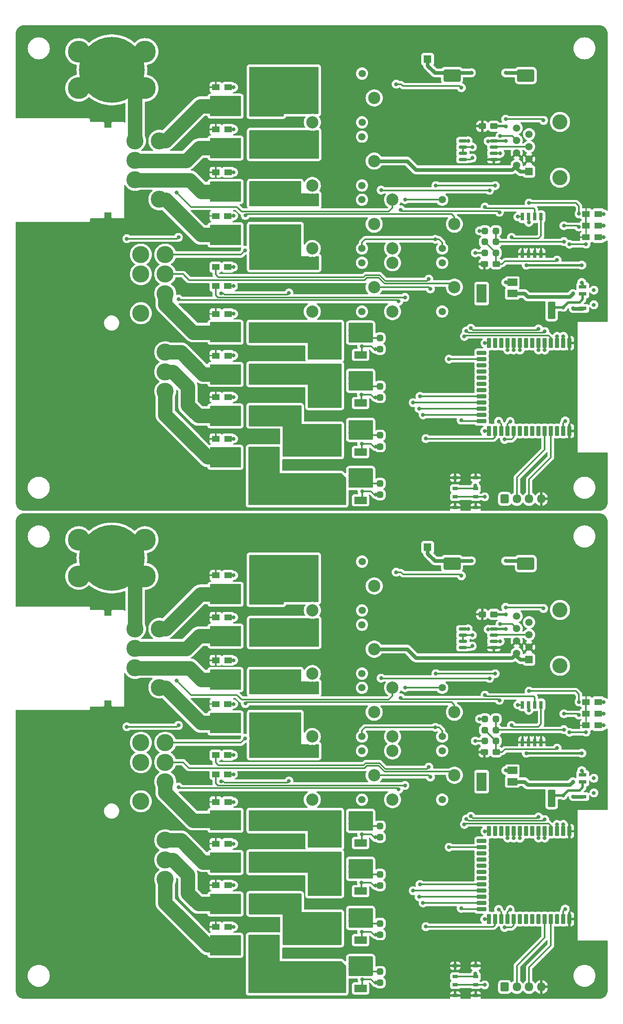
<source format=gbr>
%TF.GenerationSoftware,KiCad,Pcbnew,8.0.7*%
%TF.CreationDate,2025-01-08T09:33:50+09:00*%
%TF.ProjectId,CarInd-Main-V3.0,43617249-6e64-42d4-9d61-696e2d56332e,rev?*%
%TF.SameCoordinates,Original*%
%TF.FileFunction,Copper,L1,Top*%
%TF.FilePolarity,Positive*%
%FSLAX46Y46*%
G04 Gerber Fmt 4.6, Leading zero omitted, Abs format (unit mm)*
G04 Created by KiCad (PCBNEW 8.0.7) date 2025-01-08 09:33:50*
%MOMM*%
%LPD*%
G01*
G04 APERTURE LIST*
G04 Aperture macros list*
%AMRoundRect*
0 Rectangle with rounded corners*
0 $1 Rounding radius*
0 $2 $3 $4 $5 $6 $7 $8 $9 X,Y pos of 4 corners*
0 Add a 4 corners polygon primitive as box body*
4,1,4,$2,$3,$4,$5,$6,$7,$8,$9,$2,$3,0*
0 Add four circle primitives for the rounded corners*
1,1,$1+$1,$2,$3*
1,1,$1+$1,$4,$5*
1,1,$1+$1,$6,$7*
1,1,$1+$1,$8,$9*
0 Add four rect primitives between the rounded corners*
20,1,$1+$1,$2,$3,$4,$5,0*
20,1,$1+$1,$4,$5,$6,$7,0*
20,1,$1+$1,$6,$7,$8,$9,0*
20,1,$1+$1,$8,$9,$2,$3,0*%
G04 Aperture macros list end*
%TA.AperFunction,SMDPad,CuDef*%
%ADD10RoundRect,0.312500X0.437500X0.312500X-0.437500X0.312500X-0.437500X-0.312500X0.437500X-0.312500X0*%
%TD*%
%TA.AperFunction,SMDPad,CuDef*%
%ADD11RoundRect,0.325000X0.325000X0.325000X-0.325000X0.325000X-0.325000X-0.325000X0.325000X-0.325000X0*%
%TD*%
%TA.AperFunction,ComponentPad*%
%ADD12RoundRect,0.500000X-0.500000X1.250000X-0.500000X-1.250000X0.500000X-1.250000X0.500000X1.250000X0*%
%TD*%
%TA.AperFunction,SMDPad,CuDef*%
%ADD13R,1.000000X1.200000*%
%TD*%
%TA.AperFunction,SMDPad,CuDef*%
%ADD14R,1.600000X0.800000*%
%TD*%
%TA.AperFunction,WasherPad*%
%ADD15C,0.800000*%
%TD*%
%TA.AperFunction,SMDPad,CuDef*%
%ADD16RoundRect,0.300000X-1.450000X-0.950000X1.450000X-0.950000X1.450000X0.950000X-1.450000X0.950000X0*%
%TD*%
%TA.AperFunction,SMDPad,CuDef*%
%ADD17RoundRect,0.163800X-0.711200X-0.136200X0.711200X-0.136200X0.711200X0.136200X-0.711200X0.136200X0*%
%TD*%
%TA.AperFunction,SMDPad,CuDef*%
%ADD18R,1.500000X1.250000*%
%TD*%
%TA.AperFunction,SMDPad,CuDef*%
%ADD19RoundRect,0.250000X0.550000X-1.500000X0.550000X1.500000X-0.550000X1.500000X-0.550000X-1.500000X0*%
%TD*%
%TA.AperFunction,ComponentPad*%
%ADD20O,4.600000X1.500000*%
%TD*%
%TA.AperFunction,ComponentPad*%
%ADD21C,1.500000*%
%TD*%
%TA.AperFunction,ComponentPad*%
%ADD22R,1.500000X1.500000*%
%TD*%
%TA.AperFunction,WasherPad*%
%ADD23C,3.100000*%
%TD*%
%TA.AperFunction,SMDPad,CuDef*%
%ADD24R,3.000000X2.000000*%
%TD*%
%TA.AperFunction,SMDPad,CuDef*%
%ADD25R,2.500000X1.500000*%
%TD*%
%TA.AperFunction,SMDPad,CuDef*%
%ADD26R,6.400000X5.800000*%
%TD*%
%TA.AperFunction,SMDPad,CuDef*%
%ADD27R,5.000000X5.000000*%
%TD*%
%TA.AperFunction,SMDPad,CuDef*%
%ADD28RoundRect,0.225000X-0.225000X0.775000X-0.225000X-0.775000X0.225000X-0.775000X0.225000X0.775000X0*%
%TD*%
%TA.AperFunction,SMDPad,CuDef*%
%ADD29RoundRect,0.225000X-0.775000X-0.225000X0.775000X-0.225000X0.775000X0.225000X-0.775000X0.225000X0*%
%TD*%
%TA.AperFunction,SMDPad,CuDef*%
%ADD30RoundRect,0.325000X-0.325000X0.325000X-0.325000X-0.325000X0.325000X-0.325000X0.325000X0.325000X0*%
%TD*%
%TA.AperFunction,SMDPad,CuDef*%
%ADD31R,1.100000X0.700000*%
%TD*%
%TA.AperFunction,ComponentPad*%
%ADD32C,2.500000*%
%TD*%
%TA.AperFunction,ComponentPad*%
%ADD33C,3.500000*%
%TD*%
%TA.AperFunction,ComponentPad*%
%ADD34C,4.500000*%
%TD*%
%TA.AperFunction,ComponentPad*%
%ADD35C,13.500000*%
%TD*%
%TA.AperFunction,SMDPad,CuDef*%
%ADD36RoundRect,0.325000X-0.325000X-0.325000X0.325000X-0.325000X0.325000X0.325000X-0.325000X0.325000X0*%
%TD*%
%TA.AperFunction,SMDPad,CuDef*%
%ADD37R,2.000000X3.800000*%
%TD*%
%TA.AperFunction,SMDPad,CuDef*%
%ADD38R,2.000000X1.500000*%
%TD*%
%TA.AperFunction,SMDPad,CuDef*%
%ADD39RoundRect,0.190000X0.190000X-0.610000X0.190000X0.610000X-0.190000X0.610000X-0.190000X-0.610000X0*%
%TD*%
%TA.AperFunction,ComponentPad*%
%ADD40C,1.600000*%
%TD*%
%TA.AperFunction,ComponentPad*%
%ADD41R,1.600000X1.600000*%
%TD*%
%TA.AperFunction,ComponentPad*%
%ADD42O,1.700000X1.850000*%
%TD*%
%TA.AperFunction,ComponentPad*%
%ADD43RoundRect,0.249900X-0.600100X-0.675100X0.600100X-0.675100X0.600100X0.675100X-0.600100X0.675100X0*%
%TD*%
%TA.AperFunction,ViaPad*%
%ADD44C,0.800000*%
%TD*%
%TA.AperFunction,Conductor*%
%ADD45C,0.300000*%
%TD*%
%TA.AperFunction,Conductor*%
%ADD46C,0.800000*%
%TD*%
%TA.AperFunction,Conductor*%
%ADD47C,3.000000*%
%TD*%
%TA.AperFunction,Conductor*%
%ADD48C,0.500000*%
%TD*%
G04 APERTURE END LIST*
D10*
%TO.P,C2,2*%
%TO.N,GNDPWR*%
X183780000Y-195090000D03*
%TO.P,C2,1*%
%TO.N,EN*%
X186180000Y-195090000D03*
%TD*%
D11*
%TO.P,R2,2*%
%TO.N,EN*%
X183830000Y-190590000D03*
%TO.P,R2,1*%
%TO.N,3V3*%
X186130000Y-190590000D03*
%TD*%
D12*
%TO.P,F6,2*%
%TO.N,Net-(D24-K)*%
X128780000Y-162765000D03*
X132480000Y-162765000D03*
%TO.P,F6,1*%
%TO.N,Net-(F6-Pad1)*%
X136780000Y-162765000D03*
X140480000Y-162765000D03*
%TD*%
D13*
%TO.P,SW4,4,C*%
%TO.N,GNDPWR*%
X205130000Y-205870000D03*
X207330000Y-205870000D03*
X205130000Y-198070000D03*
X207330000Y-198070000D03*
D14*
%TO.P,SW4,3,C*%
%TO.N,Net-(J1-Pin_1)*%
X203930000Y-199770000D03*
%TO.P,SW4,2,B*%
%TO.N,3V3*%
X203930000Y-201220000D03*
%TO.P,SW4,1,A*%
%TO.N,Net-(SW4-A)*%
X203930000Y-204220000D03*
D15*
%TO.P,SW4,*%
%TO.N,*%
X206230000Y-203470000D03*
X206230000Y-200470000D03*
%TD*%
D16*
%TO.P,MO3,4,+5V*%
%TO.N,+5V*%
X192240000Y-156505000D03*
%TO.P,MO3,3,GND*%
%TO.N,GNDPWR*%
X192240000Y-147915000D03*
%TO.P,MO3,2,+12V*%
%TO.N,Net-(D5-K)*%
X177110000Y-156505000D03*
%TO.P,MO3,1,GND*%
%TO.N,GNDPWR*%
X177140000Y-147935000D03*
%TD*%
D17*
%TO.P,U4,8,VCC*%
%TO.N,+5V*%
X185707500Y-169880000D03*
%TO.P,U4,7,B*%
%TO.N,/485-B*%
X185707500Y-171150000D03*
%TO.P,U4,6,A*%
%TO.N,/485-A*%
X185707500Y-172420000D03*
%TO.P,U4,5,GND*%
%TO.N,GNDPWR*%
X185707500Y-173690000D03*
%TO.P,U4,4,DI*%
%TO.N,DI*%
X179357500Y-173690000D03*
%TO.P,U4,3,DE*%
%TO.N,ENABLE*%
X179357500Y-172420000D03*
%TO.P,U4,2,~{RE}*%
X179357500Y-171150000D03*
%TO.P,U4,1,RO*%
%TO.N,RO*%
X179357500Y-169880000D03*
%TD*%
D12*
%TO.P,F7,2*%
%TO.N,Net-(D27-K)*%
X128780000Y-180285000D03*
X132480000Y-180285000D03*
%TO.P,F7,1*%
%TO.N,Net-(F7-Pad1)*%
X136780000Y-180285000D03*
X140480000Y-180285000D03*
%TD*%
D18*
%TO.P,D6,2,A*%
%TO.N,Net-(D6-A)*%
X207105000Y-184840000D03*
%TO.P,D6,1,K*%
%TO.N,GNDPWR*%
X204605000Y-184840000D03*
%TD*%
%TO.P,D8,2,A*%
%TO.N,Net-(D8-A)*%
X131150000Y-213880000D03*
%TO.P,D8,1,K*%
%TO.N,GNDPWR*%
X128650000Y-213880000D03*
%TD*%
D19*
%TO.P,C1,2*%
%TO.N,GNDPWR*%
X197550000Y-199025000D03*
%TO.P,C1,1*%
%TO.N,3V3*%
X197550000Y-204625000D03*
%TD*%
D12*
%TO.P,F1,2*%
%TO.N,Net-(J11-Pin_10)*%
X128755000Y-209140000D03*
X132455000Y-209140000D03*
%TO.P,F1,1*%
%TO.N,Net-(Q1-Drain)*%
X136755000Y-209140000D03*
X140455000Y-209140000D03*
%TD*%
D20*
%TO.P,J12,SH*%
%TO.N,GNDPWR*%
X202825000Y-163950000D03*
X202825000Y-179475000D03*
D21*
%TO.P,J12,8*%
%TO.N,unconnected-(J12-Pad8)*%
X190385000Y-167260000D03*
%TO.P,J12,7*%
%TO.N,unconnected-(J12-Pad7)*%
X192925000Y-168530000D03*
%TO.P,J12,6*%
%TO.N,/485-A*%
X190385000Y-169800000D03*
%TO.P,J12,5*%
%TO.N,/485-B*%
X192925000Y-171070000D03*
%TO.P,J12,4*%
%TO.N,GNDPWR*%
X190385000Y-172340000D03*
%TO.P,J12,3*%
X192925000Y-173610000D03*
%TO.P,J12,2*%
%TO.N,+12P*%
X190385000Y-174880000D03*
D22*
%TO.P,J12,1*%
X192925000Y-176150000D03*
D23*
%TO.P,J12,*%
%TO.N,*%
X199275000Y-165990000D03*
X199275000Y-177420000D03*
%TD*%
D24*
%TO.P,Q10,S,Source*%
%TO.N,+12P*%
X158357000Y-229085000D03*
D25*
%TO.P,Q10,G,Gate*%
%TO.N,Net-(Q10-Gate)*%
X158357000Y-233651000D03*
D26*
%TO.P,Q10,D,Drain*%
%TO.N,Net-(Q10-Drain)*%
X151050000Y-231365000D03*
%TD*%
D27*
%TO.P,U2,41,GND*%
%TO.N,GNDPWR*%
X193700000Y-219325000D03*
D28*
%TO.P,U2,40,GND*%
X201205000Y-229315000D03*
%TO.P,U2,39,IO_1*%
%TO.N,Net-(U2-IO_1)*%
X199935000Y-229315000D03*
%TO.P,U2,38,IO_2*%
%TO.N,SCL*%
X198665000Y-229315000D03*
%TO.P,U2,37,TxD0*%
%TO.N,TxD0*%
X197395000Y-229315000D03*
%TO.P,U2,36,RxD0*%
%TO.N,RxD0*%
X196125000Y-229315000D03*
%TO.P,U2,35,TMS/IO_42*%
%TO.N,SDA*%
X194855000Y-229315000D03*
%TO.P,U2,34,TDI/IO_41*%
%TO.N,unconnected-(U2-TDI{slash}IO_41-Pad34)*%
X193585000Y-229315000D03*
%TO.P,U2,33,TDO/IO_40*%
%TO.N,unconnected-(U2-TDO{slash}IO_40-Pad33)*%
X192315000Y-229315000D03*
%TO.P,U2,32,TCK/IO_39*%
%TO.N,unconnected-(U2-TCK{slash}IO_39-Pad32)*%
X191045000Y-229315000D03*
%TO.P,U2,31,IO_38*%
%TO.N,INV*%
X189775000Y-229315000D03*
%TO.P,U2,30,IO_37*%
%TO.N,TV*%
X188505000Y-229315000D03*
%TO.P,U2,29,IO_36*%
%TO.N,FRIDGE*%
X187235000Y-229315000D03*
%TO.P,U2,28,IO_35*%
%TO.N,CIGAR*%
X185965000Y-229315000D03*
%TO.P,U2,27,IO_0*%
%TO.N,BOOT*%
X184695000Y-229315000D03*
D29*
%TO.P,U2,26,IO_45*%
%TO.N,PUMP*%
X183185000Y-227305000D03*
%TO.P,U2,25,IO_48*%
%TO.N,LED_4*%
X183185000Y-226035000D03*
%TO.P,U2,24,IO_47*%
%TO.N,LED_3*%
X183185000Y-224770000D03*
%TO.P,U2,23,IO_21*%
%TO.N,LED_2*%
X183185000Y-223495000D03*
%TO.P,U2,22,IO_14*%
%TO.N,LED_1*%
X183185000Y-222225000D03*
%TO.P,U2,21,IO_13*%
%TO.N,unconnected-(U2-IO_13-Pad21)*%
X183185000Y-220955000D03*
%TO.P,U2,20,IO_12*%
%TO.N,unconnected-(U2-IO_12-Pad20)*%
X183185000Y-219685000D03*
%TO.P,U2,19,IO_11*%
%TO.N,unconnected-(U2-IO_11-Pad19)*%
X183185000Y-218425000D03*
%TO.P,U2,18,IO_10*%
%TO.N,unconnected-(U2-IO_10-Pad18)*%
X183185000Y-217155000D03*
%TO.P,U2,17,IO_09*%
%TO.N,unconnected-(U2-IO_09-Pad17)*%
X183185000Y-215885000D03*
%TO.P,U2,16,IO_46*%
%TO.N,Net-(U2-IO_46)*%
X183185000Y-214610000D03*
%TO.P,U2,15,IO_3*%
%TO.N,unconnected-(U2-IO_3-Pad15)*%
X183185000Y-213335000D03*
D28*
%TO.P,U2,14,IO_20*%
%TO.N,/MS*%
X184705000Y-211325000D03*
%TO.P,U2,13,IO_19*%
%TO.N,unconnected-(U2-IO_19-Pad13)*%
X185975000Y-211325000D03*
%TO.P,U2,12,IO_8*%
%TO.N,unconnected-(U2-IO_8-Pad12)*%
X187245000Y-211325000D03*
%TO.P,U2,11,IO_18*%
%TO.N,/CANIVAL*%
X188515000Y-211325000D03*
%TO.P,U2,10,IO_17*%
%TO.N,Net-(U2-IO_17)*%
X189785000Y-211325000D03*
%TO.P,U2,9,IO_16*%
%TO.N,Net-(U2-IO_16)*%
X191055000Y-211325000D03*
%TO.P,U2,8,IO_15*%
%TO.N,unconnected-(U2-IO_15-Pad8)*%
X192325000Y-211325000D03*
%TO.P,U2,7,IO_7*%
%TO.N,unconnected-(U2-IO_7-Pad7)*%
X193595000Y-211325000D03*
%TO.P,U2,6,IO_6*%
%TO.N,DI*%
X194865000Y-211325000D03*
%TO.P,U2,5,IO_5*%
%TO.N,ENABLE*%
X196135000Y-211325000D03*
%TO.P,U2,4,IO_4*%
%TO.N,RO*%
X197405000Y-211325000D03*
%TO.P,U2,3,EN*%
%TO.N,EN*%
X198675000Y-211325000D03*
%TO.P,U2,2,3V3*%
%TO.N,3V3*%
X199945000Y-211325000D03*
%TO.P,U2,1,GND*%
%TO.N,GNDPWR*%
X201215000Y-211325000D03*
%TD*%
D11*
%TO.P,R3,2*%
%TO.N,Net-(R3-Pad2)*%
X183830000Y-192840000D03*
%TO.P,R3,1*%
%TO.N,EN*%
X186130000Y-192840000D03*
%TD*%
D30*
%TO.P,R21,2*%
%TO.N,Net-(Q12-Gate)*%
X162350000Y-242385000D03*
%TO.P,R21,1*%
%TO.N,+12P*%
X162350000Y-240085000D03*
%TD*%
D18*
%TO.P,D17,2,A*%
%TO.N,Net-(D17-A)*%
X131155000Y-167520000D03*
%TO.P,D17,1,K*%
%TO.N,GNDPWR*%
X128655000Y-167520000D03*
%TD*%
%TO.P,D2,2,A*%
%TO.N,Net-(D2-A)*%
X131150000Y-205330000D03*
%TO.P,D2,1,K*%
%TO.N,GNDPWR*%
X128650000Y-205330000D03*
%TD*%
D30*
%TO.P,R14,2*%
%TO.N,Net-(Q5-C)*%
X162350000Y-222460000D03*
%TO.P,R14,1*%
%TO.N,+12P*%
X162350000Y-220160000D03*
%TD*%
D18*
%TO.P,D20,2,A*%
%TO.N,Net-(D20-A)*%
X131155000Y-176315000D03*
%TO.P,D20,1,K*%
%TO.N,GNDPWR*%
X128655000Y-176315000D03*
%TD*%
%TO.P,D1,2,A*%
%TO.N,Net-(D1-A)*%
X207105000Y-187265000D03*
%TO.P,D1,1,K*%
%TO.N,GNDPWR*%
X204605000Y-187265000D03*
%TD*%
D12*
%TO.P,F5,2*%
%TO.N,Net-(D18-K)*%
X128780000Y-171340000D03*
X132480000Y-171340000D03*
%TO.P,F5,1*%
%TO.N,Net-(F5-Pad1)*%
X136780000Y-171340000D03*
X140480000Y-171340000D03*
%TD*%
D31*
%TO.P,SW5,2,2*%
%TO.N,BOOT*%
X181980000Y-242815000D03*
X177780000Y-242815000D03*
%TO.P,SW5,1,1*%
%TO.N,GNDPWR*%
X181980000Y-245015000D03*
X177780000Y-245015000D03*
%TD*%
D32*
%TO.P,K8,14*%
%TO.N,Net-(J11-Pin_13)*%
X164900000Y-181935000D03*
%TO.P,K8,7*%
%TO.N,Net-(J11-Pin_14)*%
X177600000Y-186935000D03*
D21*
%TO.P,K8,6*%
%TO.N,+12P*%
X175100000Y-191935000D03*
%TO.P,K8,2*%
%TO.N,Net-(D26-A)*%
X175100000Y-181935000D03*
D32*
%TO.P,K8,1*%
%TO.N,unconnected-(K8-Pad1)*%
X164900000Y-191935000D03*
%TD*%
D30*
%TO.P,R5,2*%
%TO.N,Net-(Q1-Gate)*%
X162350000Y-212585000D03*
%TO.P,R5,1*%
%TO.N,+12P*%
X162350000Y-210285000D03*
%TD*%
D18*
%TO.P,D10,2,A*%
%TO.N,Net-(D10-A)*%
X131150000Y-222390000D03*
%TO.P,D10,1,K*%
%TO.N,GNDPWR*%
X128650000Y-222390000D03*
%TD*%
%TO.P,D21,2,A*%
%TO.N,Net-(D21-A)*%
X131130000Y-185270000D03*
%TO.P,D21,1,K*%
%TO.N,GNDPWR*%
X128630000Y-185270000D03*
%TD*%
D12*
%TO.P,F4,2*%
%TO.N,Net-(J11-Pin_2)*%
X128755000Y-234690000D03*
X132455000Y-234690000D03*
%TO.P,F4,1*%
%TO.N,Net-(Q12-Drain)*%
X136755000Y-234690000D03*
X140455000Y-234690000D03*
%TD*%
D24*
%TO.P,Q12,S,Source*%
%TO.N,+12P*%
X158357000Y-238960000D03*
D25*
%TO.P,Q12,G,Gate*%
%TO.N,Net-(Q12-Gate)*%
X158357000Y-243526000D03*
D26*
%TO.P,Q12,D,Drain*%
%TO.N,Net-(Q12-Drain)*%
X151050000Y-241240000D03*
%TD*%
D12*
%TO.P,F2,2*%
%TO.N,Net-(J11-Pin_6)*%
X128755000Y-217690000D03*
X132455000Y-217690000D03*
%TO.P,F2,1*%
%TO.N,Net-(Q6-Drain)*%
X136755000Y-217690000D03*
X140455000Y-217690000D03*
%TD*%
D33*
%TO.P,J10,6,Pin_6*%
%TO.N,Net-(D24-K)*%
X117055000Y-169870000D03*
%TO.P,J10,5,Pin_5*%
%TO.N,+12P*%
X112055000Y-169870000D03*
%TO.P,J10,4,Pin_4*%
%TO.N,Net-(D18-K)*%
X112055000Y-173870000D03*
%TO.P,J10,3,Pin_3*%
%TO.N,Net-(D27-K)*%
X112055000Y-177870000D03*
%TO.P,J10,2,Pin_2*%
%TO.N,Net-(D23-K)*%
X117055000Y-181870000D03*
%TO.P,J10,1,Pin_1*%
%TO.N,GNDPWR*%
X112055000Y-181870000D03*
%TD*%
D18*
%TO.P,D9,2,A*%
%TO.N,Net-(D9-A)*%
X131105000Y-195740000D03*
%TO.P,D9,1,K*%
%TO.N,Net-(D3-A)*%
X128605000Y-195740000D03*
%TD*%
D32*
%TO.P,K2,14*%
%TO.N,Net-(F6-Pad1)*%
X148455000Y-156085000D03*
%TO.P,K2,7*%
%TO.N,+12P*%
X161155000Y-161085000D03*
D21*
%TO.P,K2,6*%
X158655000Y-166085000D03*
%TO.P,K2,2*%
%TO.N,Net-(D14-A)*%
X158655000Y-156085000D03*
D32*
%TO.P,K2,1*%
%TO.N,unconnected-(K2-Pad1)*%
X148455000Y-166085000D03*
%TD*%
D34*
%TO.P,J14,1,Pin_1*%
%TO.N,GNDPWR*%
X114105000Y-239615000D03*
X114105000Y-232115000D03*
D35*
X107305000Y-235865000D03*
D34*
X100505000Y-239615000D03*
X100505000Y-232115000D03*
%TD*%
D24*
%TO.P,Q1,S,Source*%
%TO.N,+12P*%
X158357000Y-209160000D03*
D25*
%TO.P,Q1,G,Gate*%
%TO.N,Net-(Q1-Gate)*%
X158357000Y-213726000D03*
D26*
%TO.P,Q1,D,Drain*%
%TO.N,Net-(Q1-Drain)*%
X151050000Y-211440000D03*
%TD*%
D10*
%TO.P,C3,2*%
%TO.N,GNDPWR*%
X183307500Y-166880000D03*
%TO.P,C3,1*%
%TO.N,+5V*%
X185707500Y-166880000D03*
%TD*%
D32*
%TO.P,K5,14*%
%TO.N,Net-(F8-Pad1)*%
X148440000Y-194860000D03*
%TO.P,K5,7*%
%TO.N,+12P*%
X161140000Y-199860000D03*
D21*
%TO.P,K5,6*%
X158640000Y-204860000D03*
%TO.P,K5,2*%
%TO.N,Net-(D19-A)*%
X158640000Y-194860000D03*
D32*
%TO.P,K5,1*%
%TO.N,unconnected-(K5-Pad1)*%
X148440000Y-204860000D03*
%TD*%
D36*
%TO.P,R4,2*%
%TO.N,3V3*%
X186130000Y-188315000D03*
%TO.P,R4,1*%
%TO.N,BOOT*%
X183830000Y-188315000D03*
%TD*%
D32*
%TO.P,K3,14*%
%TO.N,Net-(F5-Pad1)*%
X148445000Y-169020000D03*
%TO.P,K3,7*%
%TO.N,+12P*%
X161145000Y-174020000D03*
D21*
%TO.P,K3,6*%
X158645000Y-179020000D03*
%TO.P,K3,2*%
%TO.N,Net-(D16-A)*%
X158645000Y-169020000D03*
D32*
%TO.P,K3,1*%
%TO.N,unconnected-(K3-Pad1)*%
X148445000Y-179020000D03*
%TD*%
%TO.P,K1,14*%
%TO.N,Net-(F7-Pad1)*%
X148440000Y-181935000D03*
%TO.P,K1,7*%
%TO.N,+12P*%
X161140000Y-186935000D03*
D21*
%TO.P,K1,6*%
X158640000Y-191935000D03*
%TO.P,K1,2*%
%TO.N,Net-(D15-A)*%
X158640000Y-181935000D03*
D32*
%TO.P,K1,1*%
%TO.N,unconnected-(K1-Pad1)*%
X148440000Y-191935000D03*
%TD*%
D34*
%TO.P,J13,1,Pin_1*%
%TO.N,+12P*%
X114105000Y-159090000D03*
X114105000Y-151590000D03*
D35*
X107305000Y-155340000D03*
D34*
X100505000Y-159090000D03*
X100505000Y-151590000D03*
%TD*%
D31*
%TO.P,SW2,2,2*%
%TO.N,GNDPWR*%
X181980000Y-238890000D03*
X177780000Y-238890000D03*
%TO.P,SW2,1,1*%
%TO.N,Net-(R3-Pad2)*%
X181980000Y-241090000D03*
X177780000Y-241090000D03*
%TD*%
D33*
%TO.P,J11,14,Pin_14*%
%TO.N,Net-(J11-Pin_14)*%
X118260000Y-193190000D03*
%TO.P,J11,13,Pin_13*%
%TO.N,Net-(J11-Pin_13)*%
X113260000Y-193190000D03*
%TO.P,J11,12,Pin_12*%
%TO.N,Net-(J11-Pin_12)*%
X118260000Y-197190000D03*
%TO.P,J11,11,Pin_11*%
%TO.N,Net-(J11-Pin_11)*%
X113260000Y-197190000D03*
%TO.P,J11,10,Pin_10*%
%TO.N,Net-(J11-Pin_10)*%
X118260000Y-201190000D03*
%TO.P,J11,9,Pin_9*%
%TO.N,GNDPWR*%
X113260000Y-201190000D03*
%TO.P,J11,8,Pin_8*%
%TO.N,Net-(J11-Pin_6)*%
X113260000Y-205190000D03*
%TO.P,J11,7,Pin_7*%
%TO.N,GNDPWR*%
X113260000Y-209190000D03*
%TO.P,J11,6,Pin_6*%
%TO.N,Net-(J11-Pin_6)*%
X118260000Y-213190000D03*
%TO.P,J11,5,Pin_5*%
%TO.N,GNDPWR*%
X113260000Y-213190000D03*
%TO.P,J11,4,Pin_4*%
%TO.N,Net-(J11-Pin_4)*%
X118260000Y-217190000D03*
%TO.P,J11,3,Pin_3*%
%TO.N,GNDPWR*%
X113260000Y-217190000D03*
%TO.P,J11,2,Pin_2*%
%TO.N,Net-(J11-Pin_2)*%
X118260000Y-221190000D03*
%TO.P,J11,1,Pin_1*%
%TO.N,GNDPWR*%
X113260000Y-221190000D03*
%TD*%
D32*
%TO.P,K7,14*%
%TO.N,Net-(J11-Pin_11)*%
X164900000Y-194850000D03*
%TO.P,K7,7*%
%TO.N,Net-(J11-Pin_12)*%
X177600000Y-199850000D03*
D21*
%TO.P,K7,6*%
%TO.N,+12P*%
X175100000Y-204850000D03*
%TO.P,K7,2*%
%TO.N,Net-(D3-A)*%
X175100000Y-194850000D03*
D32*
%TO.P,K7,1*%
%TO.N,unconnected-(K7-Pad1)*%
X164900000Y-204850000D03*
%TD*%
D37*
%TO.P,U1,4*%
%TO.N,N/C*%
X183180000Y-201175000D03*
D38*
%TO.P,U1,3,VI*%
%TO.N,+5V*%
X189480000Y-198875000D03*
%TO.P,U1,2,VO*%
%TO.N,Net-(SW4-A)*%
X189480000Y-201175000D03*
%TO.P,U1,1,GND*%
%TO.N,GNDPWR*%
X189480000Y-203475000D03*
%TD*%
D24*
%TO.P,Q6,S,Source*%
%TO.N,+12P*%
X158357000Y-219035000D03*
D25*
%TO.P,Q6,G,Gate*%
%TO.N,Net-(Q5-C)*%
X158357000Y-223601000D03*
D26*
%TO.P,Q6,D,Drain*%
%TO.N,Net-(Q6-Drain)*%
X151050000Y-221315000D03*
%TD*%
D30*
%TO.P,R20,2*%
%TO.N,Net-(Q10-Gate)*%
X162350000Y-232510000D03*
%TO.P,R20,1*%
%TO.N,+12P*%
X162350000Y-230210000D03*
%TD*%
D18*
%TO.P,D4,2,A*%
%TO.N,Net-(D4-A)*%
X131105000Y-199650000D03*
%TO.P,D4,1,K*%
%TO.N,Net-(D26-A)*%
X128605000Y-199650000D03*
%TD*%
D39*
%TO.P,SW1,8*%
%TO.N,Net-(U2-IO_17)*%
X191585000Y-185425000D03*
%TO.P,SW1,7*%
%TO.N,Net-(U2-IO_16)*%
X192855000Y-185425000D03*
%TO.P,SW1,6*%
%TO.N,/MS*%
X194125000Y-185425000D03*
%TO.P,SW1,5*%
%TO.N,/CANIVAL*%
X195395000Y-185425000D03*
%TO.P,SW1,4*%
%TO.N,GNDPWR*%
X195395000Y-193125000D03*
%TO.P,SW1,3*%
X194125000Y-193125000D03*
%TO.P,SW1,2*%
X192855000Y-193125000D03*
%TO.P,SW1,1*%
X191585000Y-193125000D03*
%TD*%
D18*
%TO.P,D11,2,A*%
%TO.N,Net-(D11-A)*%
X131150000Y-230930000D03*
%TO.P,D11,1,K*%
%TO.N,GNDPWR*%
X128650000Y-230930000D03*
%TD*%
D40*
%TO.P,C4,2*%
%TO.N,GNDPWR*%
X169610000Y-153155000D03*
D41*
%TO.P,C4,1*%
%TO.N,Net-(D5-K)*%
X172110000Y-153155000D03*
%TD*%
D12*
%TO.P,F8,2*%
%TO.N,Net-(D23-K)*%
X128755000Y-189140000D03*
X132455000Y-189140000D03*
%TO.P,F8,1*%
%TO.N,Net-(F8-Pad1)*%
X136755000Y-189140000D03*
X140455000Y-189140000D03*
%TD*%
D18*
%TO.P,D7,2,A*%
%TO.N,Net-(D7-A)*%
X207105000Y-189640000D03*
%TO.P,D7,1,K*%
%TO.N,GNDPWR*%
X204605000Y-189640000D03*
%TD*%
D12*
%TO.P,F3,2*%
%TO.N,Net-(J11-Pin_4)*%
X128755000Y-226225000D03*
X132455000Y-226225000D03*
%TO.P,F3,1*%
%TO.N,Net-(Q10-Drain)*%
X136755000Y-226225000D03*
X140455000Y-226225000D03*
%TD*%
D18*
%TO.P,D22,2,A*%
%TO.N,Net-(D22-A)*%
X131155000Y-158900000D03*
%TO.P,D22,1,K*%
%TO.N,GNDPWR*%
X128655000Y-158900000D03*
%TD*%
D42*
%TO.P,J1,4,Pin_4*%
%TO.N,GNDPWR*%
X195430000Y-243240000D03*
%TO.P,J1,3,Pin_3*%
%TO.N,TxD0*%
X192930000Y-243240000D03*
%TO.P,J1,2,Pin_2*%
%TO.N,RxD0*%
X190430000Y-243240000D03*
D43*
%TO.P,J1,1,Pin_1*%
%TO.N,Net-(J1-Pin_1)*%
X187930000Y-243240000D03*
%TD*%
D18*
%TO.P,D22,2,A*%
%TO.N,Net-(D22-A)*%
X131155000Y-58900000D03*
%TO.P,D22,1,K*%
%TO.N,GNDPWR*%
X128655000Y-58900000D03*
%TD*%
D11*
%TO.P,R2,2*%
%TO.N,EN*%
X183830000Y-90590000D03*
%TO.P,R2,1*%
%TO.N,3V3*%
X186130000Y-90590000D03*
%TD*%
D10*
%TO.P,C2,2*%
%TO.N,GNDPWR*%
X183780000Y-95090000D03*
%TO.P,C2,1*%
%TO.N,EN*%
X186180000Y-95090000D03*
%TD*%
D32*
%TO.P,K3,14*%
%TO.N,Net-(F5-Pad1)*%
X148445000Y-69020000D03*
%TO.P,K3,7*%
%TO.N,+12P*%
X161145000Y-74020000D03*
D21*
%TO.P,K3,6*%
X158645000Y-79020000D03*
%TO.P,K3,2*%
%TO.N,Net-(D16-A)*%
X158645000Y-69020000D03*
D32*
%TO.P,K3,1*%
%TO.N,unconnected-(K3-Pad1)*%
X148445000Y-79020000D03*
%TD*%
D18*
%TO.P,D4,2,A*%
%TO.N,Net-(D4-A)*%
X131105000Y-99650000D03*
%TO.P,D4,1,K*%
%TO.N,Net-(D26-A)*%
X128605000Y-99650000D03*
%TD*%
D32*
%TO.P,K7,14*%
%TO.N,Net-(J11-Pin_11)*%
X164900000Y-94850000D03*
%TO.P,K7,7*%
%TO.N,Net-(J11-Pin_12)*%
X177600000Y-99850000D03*
D21*
%TO.P,K7,6*%
%TO.N,+12P*%
X175100000Y-104850000D03*
%TO.P,K7,2*%
%TO.N,Net-(D3-A)*%
X175100000Y-94850000D03*
D32*
%TO.P,K7,1*%
%TO.N,unconnected-(K7-Pad1)*%
X164900000Y-104850000D03*
%TD*%
D40*
%TO.P,C4,2*%
%TO.N,GNDPWR*%
X169610000Y-53155000D03*
D41*
%TO.P,C4,1*%
%TO.N,Net-(D5-K)*%
X172110000Y-53155000D03*
%TD*%
D31*
%TO.P,SW2,2,2*%
%TO.N,GNDPWR*%
X181980000Y-138890000D03*
X177780000Y-138890000D03*
%TO.P,SW2,1,1*%
%TO.N,Net-(R3-Pad2)*%
X181980000Y-141090000D03*
X177780000Y-141090000D03*
%TD*%
D18*
%TO.P,D11,2,A*%
%TO.N,Net-(D11-A)*%
X131150000Y-130930000D03*
%TO.P,D11,1,K*%
%TO.N,GNDPWR*%
X128650000Y-130930000D03*
%TD*%
%TO.P,D7,2,A*%
%TO.N,Net-(D7-A)*%
X207105000Y-89640000D03*
%TO.P,D7,1,K*%
%TO.N,GNDPWR*%
X204605000Y-89640000D03*
%TD*%
D36*
%TO.P,R4,2*%
%TO.N,3V3*%
X186130000Y-88315000D03*
%TO.P,R4,1*%
%TO.N,BOOT*%
X183830000Y-88315000D03*
%TD*%
D12*
%TO.P,F3,2*%
%TO.N,Net-(J11-Pin_4)*%
X128755000Y-126225000D03*
X132455000Y-126225000D03*
%TO.P,F3,1*%
%TO.N,Net-(Q10-Drain)*%
X136755000Y-126225000D03*
X140455000Y-126225000D03*
%TD*%
%TO.P,F8,2*%
%TO.N,Net-(D23-K)*%
X128755000Y-89140000D03*
X132455000Y-89140000D03*
%TO.P,F8,1*%
%TO.N,Net-(F8-Pad1)*%
X136755000Y-89140000D03*
X140455000Y-89140000D03*
%TD*%
D39*
%TO.P,SW1,8*%
%TO.N,Net-(U2-IO_17)*%
X191585000Y-85425000D03*
%TO.P,SW1,7*%
%TO.N,Net-(U2-IO_16)*%
X192855000Y-85425000D03*
%TO.P,SW1,6*%
%TO.N,/MS*%
X194125000Y-85425000D03*
%TO.P,SW1,5*%
%TO.N,/CANIVAL*%
X195395000Y-85425000D03*
%TO.P,SW1,4*%
%TO.N,GNDPWR*%
X195395000Y-93125000D03*
%TO.P,SW1,3*%
X194125000Y-93125000D03*
%TO.P,SW1,2*%
X192855000Y-93125000D03*
%TO.P,SW1,1*%
X191585000Y-93125000D03*
%TD*%
D30*
%TO.P,R20,2*%
%TO.N,Net-(Q10-Gate)*%
X162350000Y-132510000D03*
%TO.P,R20,1*%
%TO.N,+12P*%
X162350000Y-130210000D03*
%TD*%
D34*
%TO.P,J13,1,Pin_1*%
%TO.N,+12P*%
X114105000Y-59090000D03*
X114105000Y-51590000D03*
D35*
X107305000Y-55340000D03*
D34*
X100505000Y-59090000D03*
X100505000Y-51590000D03*
%TD*%
D32*
%TO.P,K1,14*%
%TO.N,Net-(F7-Pad1)*%
X148440000Y-81935000D03*
%TO.P,K1,7*%
%TO.N,+12P*%
X161140000Y-86935000D03*
D21*
%TO.P,K1,6*%
X158640000Y-91935000D03*
%TO.P,K1,2*%
%TO.N,Net-(D15-A)*%
X158640000Y-81935000D03*
D32*
%TO.P,K1,1*%
%TO.N,unconnected-(K1-Pad1)*%
X148440000Y-91935000D03*
%TD*%
D24*
%TO.P,Q6,S,Source*%
%TO.N,+12P*%
X158357000Y-119035000D03*
D25*
%TO.P,Q6,G,Gate*%
%TO.N,Net-(Q5-C)*%
X158357000Y-123601000D03*
D26*
%TO.P,Q6,D,Drain*%
%TO.N,Net-(Q6-Drain)*%
X151050000Y-121315000D03*
%TD*%
D33*
%TO.P,J11,14,Pin_14*%
%TO.N,Net-(J11-Pin_14)*%
X118260000Y-93190000D03*
%TO.P,J11,13,Pin_13*%
%TO.N,Net-(J11-Pin_13)*%
X113260000Y-93190000D03*
%TO.P,J11,12,Pin_12*%
%TO.N,Net-(J11-Pin_12)*%
X118260000Y-97190000D03*
%TO.P,J11,11,Pin_11*%
%TO.N,Net-(J11-Pin_11)*%
X113260000Y-97190000D03*
%TO.P,J11,10,Pin_10*%
%TO.N,Net-(J11-Pin_10)*%
X118260000Y-101190000D03*
%TO.P,J11,9,Pin_9*%
%TO.N,GNDPWR*%
X113260000Y-101190000D03*
%TO.P,J11,8,Pin_8*%
%TO.N,Net-(J11-Pin_6)*%
X113260000Y-105190000D03*
%TO.P,J11,7,Pin_7*%
%TO.N,GNDPWR*%
X113260000Y-109190000D03*
%TO.P,J11,6,Pin_6*%
%TO.N,Net-(J11-Pin_6)*%
X118260000Y-113190000D03*
%TO.P,J11,5,Pin_5*%
%TO.N,GNDPWR*%
X113260000Y-113190000D03*
%TO.P,J11,4,Pin_4*%
%TO.N,Net-(J11-Pin_4)*%
X118260000Y-117190000D03*
%TO.P,J11,3,Pin_3*%
%TO.N,GNDPWR*%
X113260000Y-117190000D03*
%TO.P,J11,2,Pin_2*%
%TO.N,Net-(J11-Pin_2)*%
X118260000Y-121190000D03*
%TO.P,J11,1,Pin_1*%
%TO.N,GNDPWR*%
X113260000Y-121190000D03*
%TD*%
D37*
%TO.P,U1,4*%
%TO.N,N/C*%
X183180000Y-101175000D03*
D38*
%TO.P,U1,3,VI*%
%TO.N,+5V*%
X189480000Y-98875000D03*
%TO.P,U1,2,VO*%
%TO.N,Net-(SW4-A)*%
X189480000Y-101175000D03*
%TO.P,U1,1,GND*%
%TO.N,GNDPWR*%
X189480000Y-103475000D03*
%TD*%
D12*
%TO.P,F5,2*%
%TO.N,Net-(D18-K)*%
X128780000Y-71340000D03*
X132480000Y-71340000D03*
%TO.P,F5,1*%
%TO.N,Net-(F5-Pad1)*%
X136780000Y-71340000D03*
X140480000Y-71340000D03*
%TD*%
D31*
%TO.P,SW5,2,2*%
%TO.N,BOOT*%
X181980000Y-142815000D03*
X177780000Y-142815000D03*
%TO.P,SW5,1,1*%
%TO.N,GNDPWR*%
X181980000Y-145015000D03*
X177780000Y-145015000D03*
%TD*%
D30*
%TO.P,R5,2*%
%TO.N,Net-(Q1-Gate)*%
X162350000Y-112585000D03*
%TO.P,R5,1*%
%TO.N,+12P*%
X162350000Y-110285000D03*
%TD*%
D32*
%TO.P,K2,14*%
%TO.N,Net-(F6-Pad1)*%
X148455000Y-56085000D03*
%TO.P,K2,7*%
%TO.N,+12P*%
X161155000Y-61085000D03*
D21*
%TO.P,K2,6*%
X158655000Y-66085000D03*
%TO.P,K2,2*%
%TO.N,Net-(D14-A)*%
X158655000Y-56085000D03*
D32*
%TO.P,K2,1*%
%TO.N,unconnected-(K2-Pad1)*%
X148455000Y-66085000D03*
%TD*%
D24*
%TO.P,Q12,S,Source*%
%TO.N,+12P*%
X158357000Y-138960000D03*
D25*
%TO.P,Q12,G,Gate*%
%TO.N,Net-(Q12-Gate)*%
X158357000Y-143526000D03*
D26*
%TO.P,Q12,D,Drain*%
%TO.N,Net-(Q12-Drain)*%
X151050000Y-141240000D03*
%TD*%
D32*
%TO.P,K8,14*%
%TO.N,Net-(J11-Pin_13)*%
X164900000Y-81935000D03*
%TO.P,K8,7*%
%TO.N,Net-(J11-Pin_14)*%
X177600000Y-86935000D03*
D21*
%TO.P,K8,6*%
%TO.N,+12P*%
X175100000Y-91935000D03*
%TO.P,K8,2*%
%TO.N,Net-(D26-A)*%
X175100000Y-81935000D03*
D32*
%TO.P,K8,1*%
%TO.N,unconnected-(K8-Pad1)*%
X164900000Y-91935000D03*
%TD*%
D12*
%TO.P,F2,2*%
%TO.N,Net-(J11-Pin_6)*%
X128755000Y-117690000D03*
X132455000Y-117690000D03*
%TO.P,F2,1*%
%TO.N,Net-(Q6-Drain)*%
X136755000Y-117690000D03*
X140455000Y-117690000D03*
%TD*%
D34*
%TO.P,J14,1,Pin_1*%
%TO.N,GNDPWR*%
X114105000Y-139615000D03*
X114105000Y-132115000D03*
D35*
X107305000Y-135865000D03*
D34*
X100505000Y-139615000D03*
X100505000Y-132115000D03*
%TD*%
D42*
%TO.P,J1,4,Pin_4*%
%TO.N,GNDPWR*%
X195430000Y-143240000D03*
%TO.P,J1,3,Pin_3*%
%TO.N,TxD0*%
X192930000Y-143240000D03*
%TO.P,J1,2,Pin_2*%
%TO.N,RxD0*%
X190430000Y-143240000D03*
D43*
%TO.P,J1,1,Pin_1*%
%TO.N,Net-(J1-Pin_1)*%
X187930000Y-143240000D03*
%TD*%
D18*
%TO.P,D9,2,A*%
%TO.N,Net-(D9-A)*%
X131105000Y-95740000D03*
%TO.P,D9,1,K*%
%TO.N,Net-(D3-A)*%
X128605000Y-95740000D03*
%TD*%
D12*
%TO.P,F4,2*%
%TO.N,Net-(J11-Pin_2)*%
X128755000Y-134690000D03*
X132455000Y-134690000D03*
%TO.P,F4,1*%
%TO.N,Net-(Q12-Drain)*%
X136755000Y-134690000D03*
X140455000Y-134690000D03*
%TD*%
D18*
%TO.P,D1,2,A*%
%TO.N,Net-(D1-A)*%
X207105000Y-87265000D03*
%TO.P,D1,1,K*%
%TO.N,GNDPWR*%
X204605000Y-87265000D03*
%TD*%
D33*
%TO.P,J10,6,Pin_6*%
%TO.N,Net-(D24-K)*%
X117055000Y-69870000D03*
%TO.P,J10,5,Pin_5*%
%TO.N,+12P*%
X112055000Y-69870000D03*
%TO.P,J10,4,Pin_4*%
%TO.N,Net-(D18-K)*%
X112055000Y-73870000D03*
%TO.P,J10,3,Pin_3*%
%TO.N,Net-(D27-K)*%
X112055000Y-77870000D03*
%TO.P,J10,2,Pin_2*%
%TO.N,Net-(D23-K)*%
X117055000Y-81870000D03*
%TO.P,J10,1,Pin_1*%
%TO.N,GNDPWR*%
X112055000Y-81870000D03*
%TD*%
D18*
%TO.P,D21,2,A*%
%TO.N,Net-(D21-A)*%
X131130000Y-85270000D03*
%TO.P,D21,1,K*%
%TO.N,GNDPWR*%
X128630000Y-85270000D03*
%TD*%
%TO.P,D10,2,A*%
%TO.N,Net-(D10-A)*%
X131150000Y-122390000D03*
%TO.P,D10,1,K*%
%TO.N,GNDPWR*%
X128650000Y-122390000D03*
%TD*%
D32*
%TO.P,K5,14*%
%TO.N,Net-(F8-Pad1)*%
X148440000Y-94860000D03*
%TO.P,K5,7*%
%TO.N,+12P*%
X161140000Y-99860000D03*
D21*
%TO.P,K5,6*%
X158640000Y-104860000D03*
%TO.P,K5,2*%
%TO.N,Net-(D19-A)*%
X158640000Y-94860000D03*
D32*
%TO.P,K5,1*%
%TO.N,unconnected-(K5-Pad1)*%
X148440000Y-104860000D03*
%TD*%
D10*
%TO.P,C3,2*%
%TO.N,GNDPWR*%
X183307500Y-66880000D03*
%TO.P,C3,1*%
%TO.N,+5V*%
X185707500Y-66880000D03*
%TD*%
D24*
%TO.P,Q1,S,Source*%
%TO.N,+12P*%
X158357000Y-109160000D03*
D25*
%TO.P,Q1,G,Gate*%
%TO.N,Net-(Q1-Gate)*%
X158357000Y-113726000D03*
D26*
%TO.P,Q1,D,Drain*%
%TO.N,Net-(Q1-Drain)*%
X151050000Y-111440000D03*
%TD*%
D30*
%TO.P,R21,2*%
%TO.N,Net-(Q12-Gate)*%
X162350000Y-142385000D03*
%TO.P,R21,1*%
%TO.N,+12P*%
X162350000Y-140085000D03*
%TD*%
D12*
%TO.P,F7,2*%
%TO.N,Net-(D27-K)*%
X128780000Y-80285000D03*
X132480000Y-80285000D03*
%TO.P,F7,1*%
%TO.N,Net-(F7-Pad1)*%
X136780000Y-80285000D03*
X140480000Y-80285000D03*
%TD*%
D18*
%TO.P,D8,2,A*%
%TO.N,Net-(D8-A)*%
X131150000Y-113880000D03*
%TO.P,D8,1,K*%
%TO.N,GNDPWR*%
X128650000Y-113880000D03*
%TD*%
D24*
%TO.P,Q10,S,Source*%
%TO.N,+12P*%
X158357000Y-129085000D03*
D25*
%TO.P,Q10,G,Gate*%
%TO.N,Net-(Q10-Gate)*%
X158357000Y-133651000D03*
D26*
%TO.P,Q10,D,Drain*%
%TO.N,Net-(Q10-Drain)*%
X151050000Y-131365000D03*
%TD*%
D11*
%TO.P,R3,2*%
%TO.N,Net-(R3-Pad2)*%
X183830000Y-92840000D03*
%TO.P,R3,1*%
%TO.N,EN*%
X186130000Y-92840000D03*
%TD*%
D16*
%TO.P,MO3,4,+5V*%
%TO.N,+5V*%
X192240000Y-56505000D03*
%TO.P,MO3,3,GND*%
%TO.N,GNDPWR*%
X192240000Y-47915000D03*
%TO.P,MO3,2,+12V*%
%TO.N,Net-(D5-K)*%
X177110000Y-56505000D03*
%TO.P,MO3,1,GND*%
%TO.N,GNDPWR*%
X177140000Y-47935000D03*
%TD*%
D27*
%TO.P,U2,41,GND*%
%TO.N,GNDPWR*%
X193700000Y-119325000D03*
D28*
%TO.P,U2,40,GND*%
X201205000Y-129315000D03*
%TO.P,U2,39,IO_1*%
%TO.N,Net-(U2-IO_1)*%
X199935000Y-129315000D03*
%TO.P,U2,38,IO_2*%
%TO.N,SCL*%
X198665000Y-129315000D03*
%TO.P,U2,37,TxD0*%
%TO.N,TxD0*%
X197395000Y-129315000D03*
%TO.P,U2,36,RxD0*%
%TO.N,RxD0*%
X196125000Y-129315000D03*
%TO.P,U2,35,TMS/IO_42*%
%TO.N,SDA*%
X194855000Y-129315000D03*
%TO.P,U2,34,TDI/IO_41*%
%TO.N,unconnected-(U2-TDI{slash}IO_41-Pad34)*%
X193585000Y-129315000D03*
%TO.P,U2,33,TDO/IO_40*%
%TO.N,unconnected-(U2-TDO{slash}IO_40-Pad33)*%
X192315000Y-129315000D03*
%TO.P,U2,32,TCK/IO_39*%
%TO.N,unconnected-(U2-TCK{slash}IO_39-Pad32)*%
X191045000Y-129315000D03*
%TO.P,U2,31,IO_38*%
%TO.N,INV*%
X189775000Y-129315000D03*
%TO.P,U2,30,IO_37*%
%TO.N,TV*%
X188505000Y-129315000D03*
%TO.P,U2,29,IO_36*%
%TO.N,FRIDGE*%
X187235000Y-129315000D03*
%TO.P,U2,28,IO_35*%
%TO.N,CIGAR*%
X185965000Y-129315000D03*
%TO.P,U2,27,IO_0*%
%TO.N,BOOT*%
X184695000Y-129315000D03*
D29*
%TO.P,U2,26,IO_45*%
%TO.N,PUMP*%
X183185000Y-127305000D03*
%TO.P,U2,25,IO_48*%
%TO.N,LED_4*%
X183185000Y-126035000D03*
%TO.P,U2,24,IO_47*%
%TO.N,LED_3*%
X183185000Y-124770000D03*
%TO.P,U2,23,IO_21*%
%TO.N,LED_2*%
X183185000Y-123495000D03*
%TO.P,U2,22,IO_14*%
%TO.N,LED_1*%
X183185000Y-122225000D03*
%TO.P,U2,21,IO_13*%
%TO.N,unconnected-(U2-IO_13-Pad21)*%
X183185000Y-120955000D03*
%TO.P,U2,20,IO_12*%
%TO.N,unconnected-(U2-IO_12-Pad20)*%
X183185000Y-119685000D03*
%TO.P,U2,19,IO_11*%
%TO.N,unconnected-(U2-IO_11-Pad19)*%
X183185000Y-118425000D03*
%TO.P,U2,18,IO_10*%
%TO.N,unconnected-(U2-IO_10-Pad18)*%
X183185000Y-117155000D03*
%TO.P,U2,17,IO_09*%
%TO.N,unconnected-(U2-IO_09-Pad17)*%
X183185000Y-115885000D03*
%TO.P,U2,16,IO_46*%
%TO.N,Net-(U2-IO_46)*%
X183185000Y-114610000D03*
%TO.P,U2,15,IO_3*%
%TO.N,unconnected-(U2-IO_3-Pad15)*%
X183185000Y-113335000D03*
D28*
%TO.P,U2,14,IO_20*%
%TO.N,/MS*%
X184705000Y-111325000D03*
%TO.P,U2,13,IO_19*%
%TO.N,unconnected-(U2-IO_19-Pad13)*%
X185975000Y-111325000D03*
%TO.P,U2,12,IO_8*%
%TO.N,unconnected-(U2-IO_8-Pad12)*%
X187245000Y-111325000D03*
%TO.P,U2,11,IO_18*%
%TO.N,/CANIVAL*%
X188515000Y-111325000D03*
%TO.P,U2,10,IO_17*%
%TO.N,Net-(U2-IO_17)*%
X189785000Y-111325000D03*
%TO.P,U2,9,IO_16*%
%TO.N,Net-(U2-IO_16)*%
X191055000Y-111325000D03*
%TO.P,U2,8,IO_15*%
%TO.N,unconnected-(U2-IO_15-Pad8)*%
X192325000Y-111325000D03*
%TO.P,U2,7,IO_7*%
%TO.N,unconnected-(U2-IO_7-Pad7)*%
X193595000Y-111325000D03*
%TO.P,U2,6,IO_6*%
%TO.N,DI*%
X194865000Y-111325000D03*
%TO.P,U2,5,IO_5*%
%TO.N,ENABLE*%
X196135000Y-111325000D03*
%TO.P,U2,4,IO_4*%
%TO.N,RO*%
X197405000Y-111325000D03*
%TO.P,U2,3,EN*%
%TO.N,EN*%
X198675000Y-111325000D03*
%TO.P,U2,2,3V3*%
%TO.N,3V3*%
X199945000Y-111325000D03*
%TO.P,U2,1,GND*%
%TO.N,GNDPWR*%
X201215000Y-111325000D03*
%TD*%
D13*
%TO.P,SW4,4,C*%
%TO.N,GNDPWR*%
X205130000Y-105870000D03*
X207330000Y-105870000D03*
X205130000Y-98070000D03*
X207330000Y-98070000D03*
D14*
%TO.P,SW4,3,C*%
%TO.N,Net-(J1-Pin_1)*%
X203930000Y-99770000D03*
%TO.P,SW4,2,B*%
%TO.N,3V3*%
X203930000Y-101220000D03*
%TO.P,SW4,1,A*%
%TO.N,Net-(SW4-A)*%
X203930000Y-104220000D03*
D15*
%TO.P,SW4,*%
%TO.N,*%
X206230000Y-103470000D03*
X206230000Y-100470000D03*
%TD*%
D12*
%TO.P,F1,2*%
%TO.N,Net-(J11-Pin_10)*%
X128755000Y-109140000D03*
X132455000Y-109140000D03*
%TO.P,F1,1*%
%TO.N,Net-(Q1-Drain)*%
X136755000Y-109140000D03*
X140455000Y-109140000D03*
%TD*%
D20*
%TO.P,J12,SH*%
%TO.N,GNDPWR*%
X202825000Y-63950000D03*
X202825000Y-79475000D03*
D21*
%TO.P,J12,8*%
%TO.N,unconnected-(J12-Pad8)*%
X190385000Y-67260000D03*
%TO.P,J12,7*%
%TO.N,unconnected-(J12-Pad7)*%
X192925000Y-68530000D03*
%TO.P,J12,6*%
%TO.N,/485-A*%
X190385000Y-69800000D03*
%TO.P,J12,5*%
%TO.N,/485-B*%
X192925000Y-71070000D03*
%TO.P,J12,4*%
%TO.N,GNDPWR*%
X190385000Y-72340000D03*
%TO.P,J12,3*%
X192925000Y-73610000D03*
%TO.P,J12,2*%
%TO.N,+12P*%
X190385000Y-74880000D03*
D22*
%TO.P,J12,1*%
X192925000Y-76150000D03*
D23*
%TO.P,J12,*%
%TO.N,*%
X199275000Y-65990000D03*
X199275000Y-77420000D03*
%TD*%
D12*
%TO.P,F6,2*%
%TO.N,Net-(D24-K)*%
X128780000Y-62765000D03*
X132480000Y-62765000D03*
%TO.P,F6,1*%
%TO.N,Net-(F6-Pad1)*%
X136780000Y-62765000D03*
X140480000Y-62765000D03*
%TD*%
D18*
%TO.P,D2,2,A*%
%TO.N,Net-(D2-A)*%
X131150000Y-105330000D03*
%TO.P,D2,1,K*%
%TO.N,GNDPWR*%
X128650000Y-105330000D03*
%TD*%
D30*
%TO.P,R14,2*%
%TO.N,Net-(Q5-C)*%
X162350000Y-122460000D03*
%TO.P,R14,1*%
%TO.N,+12P*%
X162350000Y-120160000D03*
%TD*%
D19*
%TO.P,C1,2*%
%TO.N,GNDPWR*%
X197550000Y-99025000D03*
%TO.P,C1,1*%
%TO.N,3V3*%
X197550000Y-104625000D03*
%TD*%
D17*
%TO.P,U4,8,VCC*%
%TO.N,+5V*%
X185707500Y-69880000D03*
%TO.P,U4,7,B*%
%TO.N,/485-B*%
X185707500Y-71150000D03*
%TO.P,U4,6,A*%
%TO.N,/485-A*%
X185707500Y-72420000D03*
%TO.P,U4,5,GND*%
%TO.N,GNDPWR*%
X185707500Y-73690000D03*
%TO.P,U4,4,DI*%
%TO.N,DI*%
X179357500Y-73690000D03*
%TO.P,U4,3,DE*%
%TO.N,ENABLE*%
X179357500Y-72420000D03*
%TO.P,U4,2,~{RE}*%
X179357500Y-71150000D03*
%TO.P,U4,1,RO*%
%TO.N,RO*%
X179357500Y-69880000D03*
%TD*%
D18*
%TO.P,D6,2,A*%
%TO.N,Net-(D6-A)*%
X207105000Y-84840000D03*
%TO.P,D6,1,K*%
%TO.N,GNDPWR*%
X204605000Y-84840000D03*
%TD*%
%TO.P,D20,2,A*%
%TO.N,Net-(D20-A)*%
X131155000Y-76315000D03*
%TO.P,D20,1,K*%
%TO.N,GNDPWR*%
X128655000Y-76315000D03*
%TD*%
%TO.P,D17,2,A*%
%TO.N,Net-(D17-A)*%
X131155000Y-67520000D03*
%TO.P,D17,1,K*%
%TO.N,GNDPWR*%
X128655000Y-67520000D03*
%TD*%
D44*
%TO.N,Net-(U2-IO_46)*%
X176500000Y-214600000D03*
%TO.N,Net-(U2-IO_17)*%
X190625000Y-185425000D03*
%TO.N,Net-(J11-Pin_11)*%
X110385000Y-189930000D03*
%TO.N,Net-(U2-IO_16)*%
X191040000Y-212760000D03*
%TO.N,Net-(J11-Pin_11)*%
X166150000Y-202775000D03*
%TO.N,Net-(J11-Pin_14)*%
X134665000Y-192290000D03*
%TO.N,/CANIVAL*%
X189330000Y-189640000D03*
%TO.N,Net-(U2-IO_16)*%
X192875000Y-186575000D03*
%TO.N,Net-(J11-Pin_11)*%
X120985000Y-189640000D03*
%TO.N,/MS*%
X183870000Y-211335000D03*
%TO.N,/CANIVAL*%
X188520000Y-212740000D03*
%TO.N,Net-(SW4-A)*%
X201925000Y-201175000D03*
%TO.N,Net-(J11-Pin_11)*%
X120995000Y-202280000D03*
%TO.N,Net-(U2-IO_17)*%
X189750000Y-212750000D03*
%TO.N,Net-(SW4-A)*%
X201975000Y-204220000D03*
%TO.N,/MS*%
X183875000Y-183450000D03*
%TO.N,Net-(J11-Pin_14)*%
X134695000Y-185160000D03*
%TO.N,Net-(J11-Pin_13)*%
X120615000Y-180450000D03*
%TO.N,RO*%
X180435000Y-169870000D03*
%TO.N,Net-(D3-A)*%
X172350000Y-198200000D03*
%TO.N,PUMP*%
X178985000Y-227110000D03*
%TO.N,Net-(Q16-B)*%
X186850000Y-184500000D03*
%TO.N,INV*%
X185975000Y-179050000D03*
%TO.N,RO*%
X179645000Y-209930000D03*
%TO.N,Net-(D21-A)*%
X132280000Y-185255000D03*
%TO.N,CIGAR*%
X171750000Y-230875000D03*
%TO.N,PUMP*%
X165650000Y-158255000D03*
%TO.N,Net-(D23-K)*%
X125585000Y-189140000D03*
%TO.N,Net-(Q15-B)*%
X162550000Y-179975000D03*
%TO.N,Net-(D7-A)*%
X208260000Y-189645000D03*
%TO.N,Net-(Q16-B)*%
X166600000Y-184000000D03*
%TO.N,PUMP*%
X179030000Y-158995000D03*
%TO.N,Net-(Q15-B)*%
X184825000Y-180025000D03*
%TO.N,Net-(D20-A)*%
X132310000Y-176315000D03*
%TO.N,Net-(U2-IO_1)*%
X204600000Y-191025000D03*
%TO.N,Net-(D4-A)*%
X132255000Y-199645000D03*
%TO.N,Net-(D24-K)*%
X125510000Y-162765000D03*
%TO.N,Net-(U2-IO_1)*%
X200350000Y-227265000D03*
%TO.N,INV*%
X187900000Y-231050000D03*
%TO.N,FRIDGE*%
X186675000Y-227350000D03*
%TO.N,Net-(U2-IO_1)*%
X201210000Y-191065000D03*
%TO.N,Net-(D26-A)*%
X167465000Y-201950000D03*
%TO.N,INV*%
X173800000Y-179050000D03*
%TO.N,Net-(D9-A)*%
X132255000Y-195740000D03*
%TO.N,Net-(D18-K)*%
X125235000Y-171340000D03*
%TO.N,Net-(D26-A)*%
X167465000Y-181925000D03*
%TO.N,DI*%
X194860000Y-212725000D03*
%TO.N,Net-(D17-A)*%
X132310000Y-167525000D03*
%TO.N,Net-(D10-A)*%
X132300000Y-222385000D03*
%TO.N,+5V*%
X184520000Y-169955000D03*
X195900000Y-165690000D03*
%TO.N,+12P*%
X158621910Y-217532500D03*
%TO.N,DI*%
X194860000Y-208395000D03*
%TO.N,Net-(R3-Pad2)*%
X181900000Y-192845000D03*
%TO.N,Net-(Q1-Gate)*%
X161390000Y-212585000D03*
%TO.N,+12P*%
X157621910Y-207685000D03*
X156630177Y-220532500D03*
%TO.N,/485-A*%
X186980000Y-172425000D03*
%TO.N,TV*%
X189050000Y-227375000D03*
%TO.N,Net-(Q10-Gate)*%
X161460000Y-232510000D03*
%TO.N,+12P*%
X143655000Y-201050000D03*
X157621910Y-227592500D03*
%TO.N,Net-(Q5-C)*%
X158520000Y-221872500D03*
X161390000Y-222460000D03*
%TO.N,Net-(D8-A)*%
X132300000Y-213875000D03*
%TO.N,+5V*%
X188140000Y-198865000D03*
%TO.N,BOOT*%
X183820000Y-229335000D03*
%TO.N,Net-(J1-Pin_1)*%
X203735000Y-198900000D03*
%TO.N,+12P*%
X157620000Y-230592500D03*
X159611910Y-207678559D03*
%TO.N,+5V*%
X188120000Y-169895000D03*
%TO.N,Net-(R3-Pad2)*%
X181910000Y-240515000D03*
%TO.N,+12P*%
X157621910Y-237470000D03*
X156630177Y-210685000D03*
%TO.N,DI*%
X180975000Y-208270000D03*
%TO.N,/485-A*%
X186980000Y-168905000D03*
%TO.N,+5V*%
X188120000Y-165445000D03*
%TO.N,LED_3*%
X170370000Y-224775000D03*
%TO.N,Net-(Q10-Gate)*%
X158600000Y-231922500D03*
%TO.N,+12P*%
X160420000Y-208685000D03*
X159610000Y-220526059D03*
X160410000Y-239765000D03*
%TO.N,Net-(D27-K)*%
X125690000Y-180285000D03*
%TO.N,BOOT*%
X183810000Y-242815000D03*
%TO.N,ENABLE*%
X181300000Y-171145000D03*
X196150000Y-208955000D03*
%TO.N,Net-(D22-A)*%
X132300000Y-158915000D03*
%TO.N,ENABLE*%
X180045000Y-208820000D03*
X196150000Y-212735000D03*
%TO.N,LED_4*%
X171170000Y-226035000D03*
%TO.N,LED_2*%
X169130000Y-223515000D03*
%TO.N,3V3*%
X203140000Y-187525000D03*
%TO.N,Net-(J1-Pin_1)*%
X203745000Y-195335000D03*
%TO.N,BOOT*%
X182760000Y-188315000D03*
%TO.N,+12P*%
X159610000Y-210678559D03*
%TO.N,3V3*%
X200080000Y-187265000D03*
%TO.N,+12P*%
X156278267Y-239570000D03*
%TO.N,LED_1*%
X170540000Y-222225000D03*
%TO.N,3V3*%
X199950000Y-204000000D03*
%TO.N,Net-(D11-A)*%
X132300000Y-230925000D03*
%TO.N,+5V*%
X188120000Y-155945000D03*
%TO.N,Net-(J1-Pin_1)*%
X192360000Y-195335000D03*
%TO.N,Net-(Q12-Gate)*%
X161480000Y-242385000D03*
%TO.N,+5V*%
X188120000Y-166905000D03*
%TO.N,+12P*%
X160410000Y-229887500D03*
%TO.N,3V3*%
X200060000Y-190510000D03*
X199950000Y-209915000D03*
%TO.N,Net-(Q12-Gate)*%
X158650000Y-241710000D03*
%TO.N,DI*%
X181270000Y-173385000D03*
%TO.N,Net-(Q1-Gate)*%
X158600000Y-212005000D03*
%TO.N,Net-(Q12-Drain)*%
X151650000Y-239240000D03*
X153150000Y-239240000D03*
X153150000Y-243240000D03*
X150150000Y-243240000D03*
X151650000Y-243240000D03*
X150150000Y-241240000D03*
X150150000Y-239240000D03*
X151650000Y-241240000D03*
X153150000Y-241240000D03*
%TO.N,Net-(Q10-Drain)*%
X151650000Y-233365000D03*
X153150000Y-233365000D03*
X153150000Y-231365000D03*
X153150000Y-229365000D03*
X150150000Y-233365000D03*
X151650000Y-231365000D03*
X151650000Y-229365000D03*
X150150000Y-229365000D03*
X150150000Y-231365000D03*
%TO.N,Net-(Q1-Drain)*%
X150150000Y-213440000D03*
X150150000Y-211440000D03*
X153150000Y-211440000D03*
X151650000Y-209440000D03*
X151650000Y-213440000D03*
X151650000Y-211440000D03*
X150150000Y-209440000D03*
X153150000Y-213440000D03*
X153150000Y-209440000D03*
%TO.N,Net-(Q6-Drain)*%
X151650000Y-221315000D03*
X151650000Y-223315000D03*
X151650000Y-219315000D03*
X150150000Y-221315000D03*
X153150000Y-221315000D03*
X153150000Y-219315000D03*
X150150000Y-219315000D03*
X150150000Y-223315000D03*
X153150000Y-223315000D03*
%TO.N,GNDPWR*%
X164200000Y-207095000D03*
%TO.N,EN*%
X198670000Y-209935000D03*
%TO.N,GNDPWR*%
X161075000Y-191750000D03*
X164270000Y-216635000D03*
%TO.N,+12P*%
X156630177Y-207685000D03*
X156630177Y-217532500D03*
X156630177Y-240470000D03*
X160410000Y-219827500D03*
X156278267Y-218532500D03*
%TO.N,GNDPWR*%
X126085000Y-184990000D03*
%TO.N,+12P*%
X159610000Y-230586059D03*
X157620000Y-240470000D03*
%TO.N,GNDPWR*%
X125095000Y-200320000D03*
X167620000Y-244585000D03*
X140875000Y-199960000D03*
%TO.N,+12P*%
X157620000Y-210685000D03*
%TO.N,GNDPWR*%
X164270000Y-226535000D03*
%TO.N,+12P*%
X157620000Y-220532500D03*
X156278267Y-228592500D03*
%TO.N,Net-(D2-A)*%
X132300000Y-205325000D03*
%TO.N,GNDPWR*%
X112050000Y-185720000D03*
%TO.N,+12P*%
X129775000Y-201110000D03*
%TO.N,GNDPWR*%
X202245000Y-170460000D03*
%TO.N,Net-(D6-A)*%
X208250000Y-184845000D03*
%TO.N,Net-(D1-A)*%
X208250000Y-187255000D03*
%TO.N,GNDPWR*%
X167620000Y-236895000D03*
X163780000Y-171345000D03*
X177700000Y-202600000D03*
%TO.N,+12P*%
X159610000Y-240463559D03*
X156278267Y-219632500D03*
%TO.N,GNDPWR*%
X113690000Y-187100000D03*
%TO.N,+12P*%
X156630177Y-227592500D03*
X156278267Y-209785000D03*
X156278267Y-208685000D03*
%TO.N,GNDPWR*%
X113670000Y-185720000D03*
%TO.N,+12P*%
X156630177Y-230592500D03*
X172675000Y-200225000D03*
%TO.N,EN*%
X198670000Y-194305000D03*
%TO.N,+12P*%
X159611910Y-217526059D03*
%TO.N,GNDPWR*%
X172720000Y-172600000D03*
%TO.N,+12P*%
X156278267Y-238470000D03*
X160420000Y-218532500D03*
X159611910Y-227586059D03*
%TO.N,GNDPWR*%
X164270000Y-244585000D03*
X163430000Y-158255000D03*
%TO.N,+12P*%
X160420000Y-228592500D03*
%TO.N,GNDPWR*%
X202260000Y-189295000D03*
%TO.N,Net-(D5-K)*%
X181105000Y-155915000D03*
%TO.N,+12P*%
X173675000Y-190050000D03*
%TO.N,GNDPWR*%
X163675000Y-187025000D03*
X167620000Y-226535000D03*
%TO.N,+12P*%
X156630177Y-237470000D03*
%TO.N,GNDPWR*%
X163325000Y-196650000D03*
%TO.N,+12P*%
X156278267Y-229692500D03*
X158621910Y-227592500D03*
%TO.N,GNDPWR*%
X167620000Y-216635000D03*
%TO.N,+12P*%
X203170000Y-184835000D03*
X159611910Y-237463559D03*
%TO.N,GNDPWR*%
X167550000Y-207095000D03*
X172925000Y-195025000D03*
X112030000Y-187070000D03*
X164270000Y-236895000D03*
X191710000Y-240800000D03*
%TO.N,+12P*%
X192925000Y-182625000D03*
X160410000Y-209980000D03*
X158621910Y-237470000D03*
X158621910Y-207685000D03*
X160420000Y-238470000D03*
X157621910Y-217532500D03*
%TO.N,GNDPWR*%
X172925000Y-95025000D03*
X167550000Y-107095000D03*
X191710000Y-140800000D03*
X164270000Y-136895000D03*
X112030000Y-87070000D03*
X164270000Y-116635000D03*
X202245000Y-70460000D03*
X161075000Y-91750000D03*
X172720000Y-72600000D03*
X164270000Y-126535000D03*
X167620000Y-126535000D03*
X113690000Y-87100000D03*
X140875000Y-99960000D03*
X163430000Y-58255000D03*
X112050000Y-85720000D03*
X177700000Y-102600000D03*
X163325000Y-96650000D03*
X202260000Y-89295000D03*
X164200000Y-107095000D03*
X167620000Y-144585000D03*
X125095000Y-100320000D03*
X167620000Y-116635000D03*
X163780000Y-71345000D03*
X164270000Y-144585000D03*
X113670000Y-85720000D03*
X126085000Y-84990000D03*
X167620000Y-136895000D03*
X163675000Y-87025000D03*
%TO.N,EN*%
X198670000Y-109935000D03*
X198670000Y-94305000D03*
%TO.N,Net-(D5-K)*%
X181105000Y-55915000D03*
%TO.N,Net-(D1-A)*%
X208250000Y-87255000D03*
%TO.N,Net-(D2-A)*%
X132300000Y-105325000D03*
%TO.N,Net-(D6-A)*%
X208250000Y-84845000D03*
%TO.N,+12P*%
X157620000Y-140470000D03*
X159611910Y-127586059D03*
X156278267Y-128592500D03*
X159610000Y-130586059D03*
X159611910Y-137463559D03*
X129775000Y-101110000D03*
X173675000Y-90050000D03*
X203170000Y-84835000D03*
X156278267Y-118532500D03*
X160410000Y-119827500D03*
X172675000Y-100225000D03*
X157620000Y-120532500D03*
X160420000Y-118532500D03*
X157620000Y-110685000D03*
X156630177Y-140470000D03*
X156630177Y-117532500D03*
X160420000Y-128592500D03*
X156278267Y-108685000D03*
X156278267Y-138470000D03*
X156278267Y-119632500D03*
X156630177Y-107685000D03*
X159610000Y-140463559D03*
X156278267Y-109785000D03*
X159611910Y-117526059D03*
X156630177Y-130592500D03*
X158621910Y-127592500D03*
X156278267Y-129692500D03*
X156630177Y-137470000D03*
X156630177Y-127592500D03*
X158621910Y-107685000D03*
X158621910Y-137470000D03*
X160410000Y-109980000D03*
X160420000Y-138470000D03*
X192925000Y-82625000D03*
X157621910Y-117532500D03*
X156630177Y-120532500D03*
X158621910Y-117532500D03*
X156630177Y-110685000D03*
X159610000Y-110678559D03*
X157621910Y-107685000D03*
X157621910Y-137470000D03*
X159610000Y-120526059D03*
X160410000Y-129887500D03*
X160410000Y-139765000D03*
X160420000Y-108685000D03*
X159611910Y-107678559D03*
X157621910Y-127592500D03*
X156278267Y-139570000D03*
X157620000Y-130592500D03*
X143655000Y-101050000D03*
%TO.N,Net-(J1-Pin_1)*%
X192360000Y-95335000D03*
X203745000Y-95335000D03*
X203735000Y-98900000D03*
%TO.N,Net-(Q1-Gate)*%
X158600000Y-112005000D03*
X161390000Y-112585000D03*
%TO.N,Net-(R3-Pad2)*%
X181900000Y-92845000D03*
X181910000Y-140515000D03*
%TO.N,BOOT*%
X182760000Y-88315000D03*
X183810000Y-142815000D03*
X183820000Y-129335000D03*
%TO.N,+5V*%
X195900000Y-65690000D03*
X188120000Y-65445000D03*
X188120000Y-66905000D03*
X188140000Y-98865000D03*
X188120000Y-55945000D03*
X184520000Y-69955000D03*
X188120000Y-69895000D03*
%TO.N,3V3*%
X199950000Y-104000000D03*
X200080000Y-87265000D03*
X199950000Y-109915000D03*
X200060000Y-90510000D03*
X203140000Y-87525000D03*
%TO.N,Net-(D8-A)*%
X132300000Y-113875000D03*
%TO.N,Net-(D10-A)*%
X132300000Y-122385000D03*
%TO.N,Net-(D11-A)*%
X132300000Y-130925000D03*
%TO.N,Net-(D17-A)*%
X132310000Y-67525000D03*
%TO.N,Net-(Q5-C)*%
X161390000Y-122460000D03*
X158520000Y-121872500D03*
%TO.N,Net-(Q10-Gate)*%
X161460000Y-132510000D03*
X158600000Y-131922500D03*
%TO.N,Net-(Q12-Gate)*%
X158650000Y-141710000D03*
X161480000Y-142385000D03*
%TO.N,TV*%
X189050000Y-127375000D03*
%TO.N,LED_1*%
X170540000Y-122225000D03*
%TO.N,LED_2*%
X169130000Y-123515000D03*
%TO.N,LED_3*%
X170370000Y-124775000D03*
%TO.N,LED_4*%
X171170000Y-126035000D03*
%TO.N,Net-(D22-A)*%
X132300000Y-58915000D03*
%TO.N,Net-(D27-K)*%
X125690000Y-80285000D03*
%TO.N,/485-A*%
X186980000Y-72425000D03*
X186980000Y-68905000D03*
%TO.N,DI*%
X194860000Y-108395000D03*
X194860000Y-112725000D03*
X181270000Y-73385000D03*
X180975000Y-108270000D03*
%TO.N,ENABLE*%
X196150000Y-112735000D03*
X180045000Y-108820000D03*
X196150000Y-108955000D03*
X181300000Y-71145000D03*
%TO.N,RO*%
X179645000Y-109930000D03*
X180435000Y-69870000D03*
%TO.N,Net-(D24-K)*%
X125510000Y-62765000D03*
%TO.N,Net-(D26-A)*%
X167465000Y-101950000D03*
X167465000Y-81925000D03*
%TO.N,Net-(D18-K)*%
X125235000Y-71340000D03*
%TO.N,Net-(Q1-Drain)*%
X150150000Y-109440000D03*
X151650000Y-111440000D03*
X151650000Y-113440000D03*
X151650000Y-109440000D03*
X153150000Y-111440000D03*
X153150000Y-109440000D03*
X153150000Y-113440000D03*
X150150000Y-111440000D03*
X150150000Y-113440000D03*
%TO.N,Net-(Q6-Drain)*%
X150150000Y-123315000D03*
X153150000Y-121315000D03*
X151650000Y-119315000D03*
X153150000Y-119315000D03*
X150150000Y-119315000D03*
X151650000Y-123315000D03*
X150150000Y-121315000D03*
X153150000Y-123315000D03*
X151650000Y-121315000D03*
%TO.N,Net-(Q10-Drain)*%
X150150000Y-131365000D03*
X150150000Y-129365000D03*
X151650000Y-129365000D03*
X151650000Y-131365000D03*
X150150000Y-133365000D03*
X153150000Y-129365000D03*
X153150000Y-133365000D03*
X153150000Y-131365000D03*
X151650000Y-133365000D03*
%TO.N,Net-(Q12-Drain)*%
X153150000Y-141240000D03*
X151650000Y-141240000D03*
X150150000Y-141240000D03*
X151650000Y-143240000D03*
X150150000Y-139240000D03*
X153150000Y-143240000D03*
X153150000Y-139240000D03*
X150150000Y-143240000D03*
X151650000Y-139240000D03*
%TO.N,Net-(D23-K)*%
X125585000Y-89140000D03*
%TO.N,Net-(D4-A)*%
X132255000Y-99645000D03*
%TO.N,INV*%
X185975000Y-79050000D03*
X173800000Y-79050000D03*
X187900000Y-131050000D03*
%TO.N,Net-(U2-IO_1)*%
X200350000Y-127265000D03*
X201210000Y-91065000D03*
X204600000Y-91025000D03*
%TO.N,Net-(D7-A)*%
X208260000Y-89645000D03*
%TO.N,Net-(D20-A)*%
X132310000Y-76315000D03*
%TO.N,Net-(Q15-B)*%
X184825000Y-80025000D03*
X162550000Y-79975000D03*
%TO.N,Net-(Q16-B)*%
X166600000Y-84000000D03*
X186850000Y-84500000D03*
%TO.N,PUMP*%
X165650000Y-58255000D03*
X178985000Y-127110000D03*
X179030000Y-58995000D03*
%TO.N,FRIDGE*%
X186675000Y-127350000D03*
%TO.N,CIGAR*%
X171750000Y-130875000D03*
%TO.N,Net-(D21-A)*%
X132280000Y-85255000D03*
%TO.N,Net-(D3-A)*%
X172350000Y-98200000D03*
%TO.N,Net-(D9-A)*%
X132255000Y-95740000D03*
%TO.N,Net-(J11-Pin_13)*%
X120615000Y-80450000D03*
%TO.N,Net-(J11-Pin_14)*%
X134665000Y-92290000D03*
X134695000Y-85160000D03*
%TO.N,Net-(J11-Pin_11)*%
X110385000Y-89930000D03*
X120985000Y-89640000D03*
X120995000Y-102280000D03*
X166150000Y-102775000D03*
%TO.N,/MS*%
X183875000Y-83450000D03*
X183870000Y-111335000D03*
%TO.N,/CANIVAL*%
X188520000Y-112740000D03*
X189330000Y-89640000D03*
%TO.N,Net-(U2-IO_16)*%
X191040000Y-112760000D03*
X192875000Y-86575000D03*
%TO.N,Net-(U2-IO_17)*%
X190625000Y-85425000D03*
X189750000Y-112750000D03*
%TO.N,Net-(SW4-A)*%
X201975000Y-104220000D03*
X201925000Y-101175000D03*
%TO.N,Net-(U2-IO_46)*%
X176500000Y-114600000D03*
%TD*%
D45*
%TO.N,unconnected-(U2-IO_19-Pad13)*%
X186000000Y-211350000D02*
X185975000Y-211325000D01*
D46*
%TO.N,Net-(SW4-A)*%
X192000000Y-201175000D02*
X192650000Y-201825000D01*
X189480000Y-201175000D02*
X192000000Y-201175000D01*
D45*
%TO.N,Net-(U2-IO_46)*%
X176510000Y-214610000D02*
X183185000Y-214610000D01*
D46*
%TO.N,Net-(SW4-A)*%
X192650000Y-201825000D02*
X201275000Y-201825000D01*
D45*
%TO.N,Net-(U2-IO_46)*%
X176500000Y-214600000D02*
X176510000Y-214610000D01*
D46*
%TO.N,Net-(SW4-A)*%
X201975000Y-204220000D02*
X201985000Y-204230000D01*
X201985000Y-204230000D02*
X203915000Y-204230000D01*
X201275000Y-201825000D02*
X201925000Y-201175000D01*
D45*
%TO.N,/CANIVAL*%
X194860000Y-189910000D02*
X195395000Y-189375000D01*
%TO.N,Net-(U2-IO_16)*%
X191040000Y-211340000D02*
X191055000Y-211325000D01*
X192875000Y-186575000D02*
X192875000Y-185445000D01*
%TO.N,Net-(U2-IO_17)*%
X190625000Y-185425000D02*
X191585000Y-185425000D01*
X189750000Y-211360000D02*
X189785000Y-211325000D01*
X189750000Y-212750000D02*
X189750000Y-211360000D01*
%TO.N,Net-(U2-IO_16)*%
X192875000Y-185445000D02*
X192855000Y-185425000D01*
X191040000Y-212760000D02*
X191040000Y-211340000D01*
%TO.N,/CANIVAL*%
X195395000Y-189375000D02*
X195395000Y-185425000D01*
X188515000Y-212735000D02*
X188520000Y-212740000D01*
%TO.N,/MS*%
X194125000Y-183925000D02*
X194125000Y-185425000D01*
X184705000Y-211325000D02*
X183880000Y-211325000D01*
%TO.N,Net-(J11-Pin_11)*%
X121215000Y-202500000D02*
X120995000Y-202280000D01*
%TO.N,Net-(J11-Pin_12)*%
X118260000Y-197190000D02*
X121955000Y-197190000D01*
%TO.N,Net-(J11-Pin_11)*%
X164915000Y-202500000D02*
X165875000Y-202500000D01*
%TO.N,Net-(J11-Pin_14)*%
X134945000Y-184910000D02*
X177060000Y-184910000D01*
%TO.N,Net-(J11-Pin_11)*%
X120695000Y-189930000D02*
X110385000Y-189930000D01*
%TO.N,Net-(J11-Pin_12)*%
X176860000Y-199110000D02*
X177600000Y-199850000D01*
%TO.N,Net-(J11-Pin_14)*%
X177600000Y-185450000D02*
X177600000Y-186935000D01*
%TO.N,Net-(J11-Pin_11)*%
X120985000Y-189640000D02*
X120695000Y-189930000D01*
%TO.N,Net-(J11-Pin_13)*%
X132995000Y-183400000D02*
X123565000Y-183400000D01*
%TO.N,Net-(J11-Pin_14)*%
X133780000Y-193175000D02*
X134665000Y-192290000D01*
%TO.N,Net-(J11-Pin_12)*%
X159175000Y-198390000D02*
X159625000Y-197940000D01*
%TO.N,Net-(D9-A)*%
X131105000Y-195740000D02*
X132255000Y-195740000D01*
%TO.N,/MS*%
X193900000Y-183700000D02*
X194125000Y-183925000D01*
X183875000Y-183450000D02*
X184125000Y-183700000D01*
%TO.N,Net-(J11-Pin_12)*%
X163245000Y-199110000D02*
X176860000Y-199110000D01*
%TO.N,Net-(J11-Pin_14)*%
X134695000Y-185160000D02*
X134945000Y-184910000D01*
%TO.N,Net-(J11-Pin_13)*%
X164130000Y-184370000D02*
X164900000Y-183600000D01*
X133965000Y-184370000D02*
X164130000Y-184370000D01*
%TO.N,Net-(J11-Pin_12)*%
X162075000Y-197940000D02*
X163245000Y-199110000D01*
%TO.N,Net-(J11-Pin_11)*%
X165875000Y-202500000D02*
X166150000Y-202775000D01*
%TO.N,Net-(J11-Pin_12)*%
X121955000Y-197190000D02*
X123155000Y-198390000D01*
%TO.N,/MS*%
X183880000Y-211325000D02*
X183870000Y-211335000D01*
%TO.N,Net-(J11-Pin_11)*%
X164915000Y-202500000D02*
X121215000Y-202500000D01*
%TO.N,Net-(J11-Pin_14)*%
X118275000Y-193175000D02*
X133780000Y-193175000D01*
%TO.N,Net-(J11-Pin_13)*%
X133965000Y-184370000D02*
X132995000Y-183400000D01*
%TO.N,Net-(J11-Pin_12)*%
X123155000Y-198390000D02*
X159175000Y-198390000D01*
%TO.N,Net-(J11-Pin_14)*%
X177060000Y-184910000D02*
X177600000Y-185450000D01*
%TO.N,Net-(J11-Pin_13)*%
X164900000Y-183600000D02*
X164900000Y-181935000D01*
%TO.N,/CANIVAL*%
X189330000Y-189640000D02*
X189600000Y-189910000D01*
%TO.N,/MS*%
X184125000Y-183700000D02*
X193900000Y-183700000D01*
%TO.N,Net-(J11-Pin_12)*%
X159625000Y-197940000D02*
X162075000Y-197940000D01*
%TO.N,Net-(J11-Pin_13)*%
X123565000Y-183400000D02*
X120615000Y-180450000D01*
%TO.N,/CANIVAL*%
X188515000Y-211325000D02*
X188515000Y-212735000D01*
X189600000Y-189910000D02*
X194860000Y-189910000D01*
%TO.N,Net-(J11-Pin_14)*%
X118260000Y-193190000D02*
X118275000Y-193175000D01*
%TO.N,Net-(D3-A)*%
X129175000Y-197830000D02*
X158955000Y-197830000D01*
D47*
%TO.N,Net-(J11-Pin_2)*%
X118260000Y-221190000D02*
X118260000Y-226005000D01*
D45*
%TO.N,Net-(D3-A)*%
X159395000Y-197390000D02*
X162285000Y-197390000D01*
X171970000Y-198580000D02*
X172350000Y-198200000D01*
X162285000Y-197390000D02*
X163475000Y-198580000D01*
X163475000Y-198580000D02*
X171970000Y-198580000D01*
D47*
%TO.N,Net-(J11-Pin_2)*%
X126945000Y-234690000D02*
X128755000Y-234690000D01*
X118260000Y-226005000D02*
X126945000Y-234690000D01*
%TO.N,Net-(J11-Pin_4)*%
X119845000Y-217190000D02*
X122890000Y-220235000D01*
X122890000Y-224055000D02*
X125060000Y-226225000D01*
D45*
%TO.N,Net-(D3-A)*%
X128605000Y-197260000D02*
X129175000Y-197830000D01*
X158955000Y-197830000D02*
X159395000Y-197390000D01*
X128605000Y-195740000D02*
X128605000Y-197260000D01*
D47*
%TO.N,Net-(J11-Pin_4)*%
X125060000Y-226225000D02*
X128755000Y-226225000D01*
X118260000Y-217190000D02*
X119845000Y-217190000D01*
D45*
%TO.N,Net-(Q15-B)*%
X184825000Y-180025000D02*
X162600000Y-180025000D01*
D47*
%TO.N,Net-(J11-Pin_6)*%
X126035000Y-217690000D02*
X121535000Y-213190000D01*
X128755000Y-217690000D02*
X126035000Y-217690000D01*
D45*
%TO.N,Net-(Q16-B)*%
X186600000Y-184250000D02*
X166850000Y-184250000D01*
%TO.N,PUMP*%
X167105000Y-158670000D02*
X166690000Y-158255000D01*
X178985000Y-227110000D02*
X179180000Y-227305000D01*
%TO.N,Net-(D21-A)*%
X132265000Y-185270000D02*
X132280000Y-185255000D01*
X131130000Y-185270000D02*
X132265000Y-185270000D01*
%TO.N,Net-(Q15-B)*%
X162600000Y-180025000D02*
X162550000Y-179975000D01*
%TO.N,PUMP*%
X178705000Y-158670000D02*
X167105000Y-158670000D01*
%TO.N,CIGAR*%
X178870000Y-230895000D02*
X171770000Y-230895000D01*
X185600000Y-230895000D02*
X185965000Y-230530000D01*
%TO.N,FRIDGE*%
X186675000Y-227350000D02*
X187235000Y-227910000D01*
%TO.N,CIGAR*%
X185965000Y-230530000D02*
X185965000Y-229315000D01*
X171770000Y-230895000D02*
X171750000Y-230875000D01*
X178870000Y-230895000D02*
X185600000Y-230895000D01*
%TO.N,PUMP*%
X179030000Y-158995000D02*
X178705000Y-158670000D01*
%TO.N,Net-(Q16-B)*%
X166850000Y-184250000D02*
X166600000Y-184000000D01*
%TO.N,PUMP*%
X179180000Y-227305000D02*
X183185000Y-227305000D01*
%TO.N,FRIDGE*%
X187235000Y-227910000D02*
X187235000Y-229315000D01*
D47*
%TO.N,Net-(J11-Pin_4)*%
X122890000Y-220235000D02*
X122890000Y-224055000D01*
D45*
%TO.N,PUMP*%
X166690000Y-158255000D02*
X165650000Y-158255000D01*
%TO.N,Net-(Q16-B)*%
X186850000Y-184500000D02*
X186600000Y-184250000D01*
D47*
%TO.N,Net-(J11-Pin_6)*%
X121535000Y-213190000D02*
X118260000Y-213190000D01*
%TO.N,Net-(J11-Pin_10)*%
X123995000Y-209140000D02*
X128755000Y-209140000D01*
X118260000Y-203405000D02*
X123995000Y-209140000D01*
D45*
%TO.N,Net-(D7-A)*%
X208255000Y-189640000D02*
X208260000Y-189645000D01*
D47*
%TO.N,Net-(J11-Pin_10)*%
X118260000Y-201190000D02*
X118260000Y-203405000D01*
D45*
%TO.N,Net-(D20-A)*%
X131155000Y-176315000D02*
X132310000Y-176315000D01*
%TO.N,Net-(D7-A)*%
X207105000Y-189640000D02*
X208255000Y-189640000D01*
%TO.N,Net-(U2-IO_1)*%
X199935000Y-229315000D02*
X199935000Y-227680000D01*
X201210000Y-191065000D02*
X204560000Y-191065000D01*
%TO.N,Net-(D26-A)*%
X175100000Y-181935000D02*
X167475000Y-181935000D01*
X129075000Y-201950000D02*
X128605000Y-201480000D01*
%TO.N,Net-(U2-IO_1)*%
X199935000Y-227680000D02*
X200350000Y-227265000D01*
X204560000Y-191065000D02*
X204600000Y-191025000D01*
D47*
%TO.N,Net-(D18-K)*%
X122660000Y-173915000D02*
X125235000Y-171340000D01*
D45*
%TO.N,Net-(D4-A)*%
X131105000Y-199650000D02*
X132250000Y-199650000D01*
D47*
%TO.N,Net-(D18-K)*%
X112100000Y-173915000D02*
X122660000Y-173915000D01*
%TO.N,Net-(D24-K)*%
X125510000Y-162765000D02*
X118360000Y-169915000D01*
%TO.N,Net-(D23-K)*%
X118360000Y-181915000D02*
X117100000Y-181915000D01*
X117100000Y-181915000D02*
X117055000Y-181870000D01*
D45*
%TO.N,INV*%
X189775000Y-230625000D02*
X189775000Y-229315000D01*
%TO.N,Net-(D26-A)*%
X128605000Y-201480000D02*
X128605000Y-199650000D01*
D47*
%TO.N,Net-(D24-K)*%
X117100000Y-169915000D02*
X117055000Y-169870000D01*
D45*
%TO.N,INV*%
X189350000Y-231050000D02*
X189775000Y-230625000D01*
%TO.N,Net-(D26-A)*%
X167475000Y-181935000D02*
X167465000Y-181925000D01*
%TO.N,INV*%
X185975000Y-179050000D02*
X173800000Y-179050000D01*
D47*
%TO.N,Net-(D24-K)*%
X128780000Y-162765000D02*
X125510000Y-162765000D01*
%TO.N,Net-(D23-K)*%
X118360000Y-181915000D02*
X125585000Y-189140000D01*
D45*
%TO.N,INV*%
X187900000Y-231050000D02*
X189350000Y-231050000D01*
D47*
%TO.N,Net-(D23-K)*%
X125585000Y-189140000D02*
X128755000Y-189140000D01*
%TO.N,Net-(D18-K)*%
X125235000Y-171340000D02*
X128780000Y-171340000D01*
D45*
%TO.N,Net-(D26-A)*%
X167465000Y-201950000D02*
X129075000Y-201950000D01*
D47*
%TO.N,Net-(D18-K)*%
X112055000Y-173870000D02*
X112100000Y-173915000D01*
D45*
%TO.N,Net-(D4-A)*%
X132250000Y-199650000D02*
X132255000Y-199645000D01*
D47*
%TO.N,Net-(D24-K)*%
X118360000Y-169915000D02*
X117100000Y-169915000D01*
D45*
%TO.N,RO*%
X196920000Y-209735000D02*
X197405000Y-210220000D01*
X179645000Y-209930000D02*
X179840000Y-209735000D01*
X197405000Y-210220000D02*
X197405000Y-211325000D01*
%TO.N,DI*%
X181370000Y-208665000D02*
X194590000Y-208665000D01*
X179357500Y-173690000D02*
X180965000Y-173690000D01*
%TO.N,RO*%
X180435000Y-169870000D02*
X180425000Y-169880000D01*
%TO.N,ENABLE*%
X196135000Y-212720000D02*
X196150000Y-212735000D01*
X180420000Y-209195000D02*
X195930000Y-209195000D01*
%TO.N,DI*%
X194865000Y-211325000D02*
X194865000Y-212720000D01*
%TO.N,ENABLE*%
X179357500Y-171825000D02*
X179357500Y-172420000D01*
X179357500Y-171150000D02*
X179357500Y-171825000D01*
X195930000Y-209195000D02*
X196150000Y-208975000D01*
%TO.N,DI*%
X180965000Y-173690000D02*
X181270000Y-173385000D01*
%TO.N,ENABLE*%
X179357500Y-171150000D02*
X181295000Y-171150000D01*
X181295000Y-171150000D02*
X181300000Y-171145000D01*
X180045000Y-208820000D02*
X180420000Y-209195000D01*
%TO.N,DI*%
X194590000Y-208665000D02*
X194860000Y-208395000D01*
%TO.N,ENABLE*%
X196150000Y-208975000D02*
X196150000Y-208955000D01*
%TO.N,DI*%
X180975000Y-208270000D02*
X181370000Y-208665000D01*
%TO.N,ENABLE*%
X196135000Y-211325000D02*
X196135000Y-212720000D01*
%TO.N,DI*%
X194865000Y-212720000D02*
X194860000Y-212725000D01*
%TO.N,RO*%
X179840000Y-209735000D02*
X196920000Y-209735000D01*
%TO.N,Net-(D22-A)*%
X132285000Y-158900000D02*
X132300000Y-158915000D01*
%TO.N,/485-B*%
X185707500Y-171150000D02*
X185782500Y-171075000D01*
%TO.N,/485-A*%
X185707500Y-172420000D02*
X186975000Y-172420000D01*
%TO.N,Net-(D22-A)*%
X131155000Y-158900000D02*
X132285000Y-158900000D01*
%TO.N,/485-B*%
X185782500Y-171075000D02*
X192920000Y-171075000D01*
%TO.N,LED_4*%
X183185000Y-226035000D02*
X171170000Y-226035000D01*
D47*
%TO.N,Net-(D27-K)*%
X112100000Y-177915000D02*
X123320000Y-177915000D01*
X112055000Y-177870000D02*
X112100000Y-177915000D01*
D45*
%TO.N,/485-A*%
X189490000Y-168905000D02*
X190385000Y-169800000D01*
X186975000Y-172420000D02*
X186980000Y-172425000D01*
D47*
%TO.N,Net-(D27-K)*%
X125690000Y-180285000D02*
X128780000Y-180285000D01*
D45*
%TO.N,/485-A*%
X186980000Y-168905000D02*
X189490000Y-168905000D01*
%TO.N,/485-B*%
X192920000Y-171075000D02*
X192925000Y-171070000D01*
D47*
%TO.N,Net-(D27-K)*%
X123320000Y-177915000D02*
X125690000Y-180285000D01*
D45*
%TO.N,LED_3*%
X170375000Y-224770000D02*
X170370000Y-224775000D01*
%TO.N,Net-(Q12-Gate)*%
X161177500Y-242385000D02*
X161480000Y-242385000D01*
X158650000Y-241710000D02*
X160502500Y-241710000D01*
%TO.N,LED_2*%
X169150000Y-223495000D02*
X169130000Y-223515000D01*
%TO.N,Net-(Q12-Gate)*%
X158655000Y-242385000D02*
X158650000Y-242390000D01*
%TO.N,LED_2*%
X183185000Y-223495000D02*
X169150000Y-223495000D01*
%TO.N,Net-(Q10-Gate)*%
X158600000Y-231922500D02*
X158600000Y-232502500D01*
%TO.N,Net-(Q12-Gate)*%
X158650000Y-242390000D02*
X158650000Y-243233000D01*
X160502500Y-241710000D02*
X161177500Y-242385000D01*
%TO.N,LED_1*%
X183185000Y-222225000D02*
X170540000Y-222225000D01*
%TO.N,Net-(Q10-Gate)*%
X160457500Y-231922500D02*
X161045000Y-232510000D01*
%TO.N,TV*%
X188505000Y-227920000D02*
X188505000Y-229315000D01*
%TO.N,Net-(Q12-Gate)*%
X158650000Y-243233000D02*
X158357000Y-243526000D01*
X161480000Y-242385000D02*
X162350000Y-242385000D01*
%TO.N,Net-(Q10-Gate)*%
X158600000Y-232502500D02*
X158600000Y-233408000D01*
%TO.N,LED_3*%
X183185000Y-224770000D02*
X170375000Y-224770000D01*
%TO.N,TV*%
X189050000Y-227375000D02*
X188505000Y-227920000D01*
%TO.N,Net-(Q12-Gate)*%
X158650000Y-241710000D02*
X158650000Y-242390000D01*
%TO.N,Net-(Q10-Gate)*%
X158607500Y-232510000D02*
X158600000Y-232502500D01*
%TO.N,Net-(Q5-C)*%
X158520000Y-223438000D02*
X158357000Y-223601000D01*
%TO.N,Net-(Q10-Gate)*%
X158600000Y-231922500D02*
X160457500Y-231922500D01*
%TO.N,Net-(Q5-C)*%
X158520000Y-221872500D02*
X160492500Y-221872500D01*
%TO.N,Net-(D11-A)*%
X132295000Y-230930000D02*
X132300000Y-230925000D01*
%TO.N,Net-(D8-A)*%
X131150000Y-213880000D02*
X132295000Y-213880000D01*
%TO.N,Net-(Q5-C)*%
X158522500Y-222460000D02*
X158520000Y-222462500D01*
X158520000Y-221872500D02*
X158520000Y-222462500D01*
%TO.N,Net-(D17-A)*%
X132305000Y-167520000D02*
X132310000Y-167525000D01*
%TO.N,Net-(D8-A)*%
X132295000Y-213880000D02*
X132300000Y-213875000D01*
%TO.N,Net-(Q5-C)*%
X161390000Y-222460000D02*
X162350000Y-222460000D01*
X158520000Y-222462500D02*
X158520000Y-223438000D01*
%TO.N,Net-(D10-A)*%
X132295000Y-222390000D02*
X132300000Y-222385000D01*
X131150000Y-222390000D02*
X132295000Y-222390000D01*
%TO.N,Net-(Q5-C)*%
X160492500Y-221872500D02*
X161080000Y-222460000D01*
X161080000Y-222460000D02*
X161390000Y-222460000D01*
%TO.N,Net-(D17-A)*%
X131155000Y-167520000D02*
X132305000Y-167520000D01*
%TO.N,Net-(Q10-Gate)*%
X158600000Y-233408000D02*
X158357000Y-233651000D01*
X161460000Y-232510000D02*
X162350000Y-232510000D01*
X161045000Y-232510000D02*
X161460000Y-232510000D01*
%TO.N,Net-(D11-A)*%
X131150000Y-230930000D02*
X132295000Y-230930000D01*
D46*
%TO.N,+5V*%
X191670000Y-155935000D02*
X188130000Y-155935000D01*
D45*
%TO.N,3V3*%
X186130000Y-188315000D02*
X186130000Y-189465000D01*
%TO.N,+5V*%
X185707500Y-169880000D02*
X184595000Y-169880000D01*
D48*
%TO.N,3V3*%
X203915000Y-202335000D02*
X203275000Y-202975000D01*
X198175000Y-204000000D02*
X197550000Y-204625000D01*
D45*
X186130000Y-190570000D02*
X186130000Y-189465000D01*
D48*
X199945000Y-211325000D02*
X199945000Y-209920000D01*
X203275000Y-202975000D02*
X200975000Y-202975000D01*
D45*
X200000000Y-190570000D02*
X186130000Y-190570000D01*
%TO.N,+5V*%
X195900000Y-165690000D02*
X195655000Y-165445000D01*
%TO.N,3V3*%
X186130000Y-189465000D02*
X186130000Y-190590000D01*
D48*
X199945000Y-209920000D02*
X199950000Y-209915000D01*
X199950000Y-204000000D02*
X198175000Y-204000000D01*
D45*
X203140000Y-187525000D02*
X202880000Y-187265000D01*
D48*
X203915000Y-201230000D02*
X203915000Y-202335000D01*
%TO.N,+5V*%
X185707500Y-169880000D02*
X188105000Y-169880000D01*
D46*
X192240000Y-156505000D02*
X191670000Y-155935000D01*
X189470000Y-198865000D02*
X189480000Y-198875000D01*
X188130000Y-155935000D02*
X188120000Y-155945000D01*
X188140000Y-198865000D02*
X189470000Y-198865000D01*
D45*
X184595000Y-169880000D02*
X184520000Y-169955000D01*
D48*
%TO.N,3V3*%
X200975000Y-202975000D02*
X199950000Y-204000000D01*
D45*
X200060000Y-190510000D02*
X200000000Y-190570000D01*
X202880000Y-187265000D02*
X200080000Y-187265000D01*
D48*
%TO.N,+5V*%
X188095000Y-166880000D02*
X188120000Y-166905000D01*
X185707500Y-166880000D02*
X188095000Y-166880000D01*
D45*
%TO.N,Net-(R3-Pad2)*%
X181905000Y-192840000D02*
X181900000Y-192845000D01*
%TO.N,BOOT*%
X183810000Y-242815000D02*
X181980000Y-242815000D01*
X183840000Y-229315000D02*
X183820000Y-229335000D01*
X177780000Y-242815000D02*
X181980000Y-242815000D01*
X183830000Y-188315000D02*
X182760000Y-188315000D01*
%TO.N,Net-(R3-Pad2)*%
X177780000Y-241090000D02*
X181980000Y-241090000D01*
X183830000Y-192840000D02*
X181905000Y-192840000D01*
X181910000Y-241020000D02*
X181980000Y-241090000D01*
%TO.N,+5V*%
X195655000Y-165445000D02*
X188120000Y-165445000D01*
%TO.N,Net-(R3-Pad2)*%
X181910000Y-240515000D02*
X181910000Y-241020000D01*
%TO.N,BOOT*%
X184695000Y-229315000D02*
X183840000Y-229315000D01*
%TO.N,+5V*%
X188105000Y-169880000D02*
X188120000Y-169895000D01*
%TO.N,Net-(Q1-Gate)*%
X158600000Y-212005000D02*
X158600000Y-213483000D01*
X161390000Y-212585000D02*
X162350000Y-212585000D01*
X158600000Y-212005000D02*
X160530000Y-212005000D01*
X160530000Y-212005000D02*
X161110000Y-212585000D01*
%TO.N,TxD0*%
X197395000Y-234745000D02*
X192930000Y-239210000D01*
%TO.N,Net-(Q1-Gate)*%
X161110000Y-212585000D02*
X161390000Y-212585000D01*
X158600000Y-213483000D02*
X158357000Y-213726000D01*
%TO.N,RxD0*%
X190430000Y-238845000D02*
X190430000Y-243240000D01*
D48*
%TO.N,Net-(J1-Pin_1)*%
X203915000Y-199080000D02*
X203915000Y-199780000D01*
X192360000Y-195335000D02*
X203745000Y-195335000D01*
X203735000Y-198900000D02*
X203915000Y-199080000D01*
D45*
%TO.N,TxD0*%
X192930000Y-239210000D02*
X192930000Y-243240000D01*
%TO.N,RxD0*%
X196125000Y-229315000D02*
X196125000Y-233150000D01*
%TO.N,TxD0*%
X197395000Y-229315000D02*
X197395000Y-234745000D01*
%TO.N,RxD0*%
X196125000Y-233150000D02*
X190430000Y-238845000D01*
D46*
%TO.N,+12P*%
X169675000Y-175810000D02*
X167885000Y-174020000D01*
D45*
X162350000Y-230210000D02*
X160732500Y-230210000D01*
D46*
X190385000Y-174880000D02*
X189455000Y-175810000D01*
D45*
X130195000Y-201110000D02*
X130445000Y-201360000D01*
X129775000Y-201110000D02*
X130195000Y-201110000D01*
X175100000Y-191935000D02*
X175100000Y-190700000D01*
X143345000Y-201360000D02*
X143655000Y-201050000D01*
D46*
X190385000Y-174880000D02*
X190385000Y-175440000D01*
D45*
X161140000Y-199860000D02*
X172310000Y-199860000D01*
D46*
X192920000Y-176155000D02*
X192925000Y-176150000D01*
D45*
X160730000Y-240085000D02*
X160410000Y-239765000D01*
X174450000Y-190050000D02*
X173675000Y-190050000D01*
X162350000Y-220160000D02*
X160742500Y-220160000D01*
D46*
X191100000Y-176155000D02*
X192920000Y-176155000D01*
D45*
X172310000Y-199860000D02*
X172675000Y-200225000D01*
D47*
X112055000Y-169870000D02*
X112055000Y-160090000D01*
D45*
X162350000Y-240085000D02*
X160730000Y-240085000D01*
X162350000Y-210285000D02*
X160715000Y-210285000D01*
X175100000Y-190700000D02*
X174450000Y-190050000D01*
X160715000Y-210285000D02*
X160410000Y-209980000D01*
X202525000Y-182625000D02*
X203170000Y-183270000D01*
D46*
X173485000Y-175810000D02*
X169675000Y-175810000D01*
D45*
X160732500Y-230210000D02*
X160410000Y-229887500D01*
D46*
X190385000Y-175440000D02*
X191100000Y-176155000D01*
D47*
X112055000Y-160090000D02*
X107305000Y-155340000D01*
D46*
X189455000Y-175810000D02*
X173485000Y-175810000D01*
D45*
%TO.N,Net-(D6-A)*%
X207105000Y-184840000D02*
X208245000Y-184840000D01*
%TO.N,+12P*%
X160742500Y-220160000D02*
X160410000Y-219827500D01*
D46*
X167885000Y-174020000D02*
X161145000Y-174020000D01*
D45*
X173675000Y-190050000D02*
X159300000Y-190050000D01*
X192925000Y-182625000D02*
X202525000Y-182625000D01*
%TO.N,Net-(D6-A)*%
X208245000Y-184840000D02*
X208250000Y-184845000D01*
%TO.N,+12P*%
X159300000Y-190050000D02*
X158640000Y-190710000D01*
X158640000Y-190710000D02*
X158640000Y-191935000D01*
X130445000Y-201360000D02*
X143345000Y-201360000D01*
X203170000Y-183270000D02*
X203170000Y-184835000D01*
D46*
%TO.N,Net-(D5-K)*%
X177680000Y-155935000D02*
X181085000Y-155935000D01*
X176540000Y-155935000D02*
X177110000Y-156505000D01*
D45*
%TO.N,Net-(D1-A)*%
X208240000Y-187265000D02*
X208250000Y-187255000D01*
D46*
%TO.N,Net-(D5-K)*%
X172110000Y-153155000D02*
X172110000Y-154445000D01*
D45*
%TO.N,EN*%
X186130000Y-195040000D02*
X186180000Y-195090000D01*
D46*
%TO.N,Net-(D5-K)*%
X177110000Y-156505000D02*
X177680000Y-155935000D01*
D45*
%TO.N,EN*%
X187970000Y-194545000D02*
X187425000Y-195090000D01*
X198675000Y-211325000D02*
X198675000Y-209940000D01*
%TO.N,Net-(D2-A)*%
X132295000Y-205330000D02*
X132300000Y-205325000D01*
%TO.N,EN*%
X187425000Y-195090000D02*
X186180000Y-195090000D01*
%TO.N,Net-(D2-A)*%
X131150000Y-205330000D02*
X132295000Y-205330000D01*
D46*
%TO.N,Net-(D5-K)*%
X181085000Y-155935000D02*
X181105000Y-155915000D01*
X173600000Y-155935000D02*
X176540000Y-155935000D01*
D45*
%TO.N,EN*%
X198675000Y-209940000D02*
X198670000Y-209935000D01*
%TO.N,Net-(D1-A)*%
X207105000Y-187265000D02*
X208240000Y-187265000D01*
D46*
%TO.N,Net-(D5-K)*%
X172110000Y-154445000D02*
X173600000Y-155935000D01*
D45*
%TO.N,EN*%
X198670000Y-194305000D02*
X198430000Y-194545000D01*
%TO.N,GNDPWR*%
X204605000Y-187265000D02*
X204605000Y-184840000D01*
%TO.N,EN*%
X186130000Y-192840000D02*
X186130000Y-195040000D01*
X183830000Y-190590000D02*
X183880000Y-190590000D01*
%TO.N,GNDPWR*%
X112115000Y-181870000D02*
X112055000Y-181870000D01*
%TO.N,EN*%
X198430000Y-194545000D02*
X187970000Y-194545000D01*
X183880000Y-190590000D02*
X186130000Y-192840000D01*
%TO.N,GNDPWR*%
X204605000Y-87265000D02*
X204605000Y-84840000D01*
X112115000Y-81870000D02*
X112055000Y-81870000D01*
%TO.N,EN*%
X198430000Y-94545000D02*
X187970000Y-94545000D01*
X183880000Y-90590000D02*
X186130000Y-92840000D01*
X183830000Y-90590000D02*
X183880000Y-90590000D01*
X186130000Y-92840000D02*
X186130000Y-95040000D01*
X198670000Y-94305000D02*
X198430000Y-94545000D01*
X187425000Y-95090000D02*
X186180000Y-95090000D01*
X198675000Y-109940000D02*
X198670000Y-109935000D01*
X186130000Y-95040000D02*
X186180000Y-95090000D01*
X198675000Y-111325000D02*
X198675000Y-109940000D01*
X187970000Y-94545000D02*
X187425000Y-95090000D01*
D46*
%TO.N,Net-(D5-K)*%
X173600000Y-55935000D02*
X176540000Y-55935000D01*
X181085000Y-55935000D02*
X181105000Y-55915000D01*
X177680000Y-55935000D02*
X181085000Y-55935000D01*
X172110000Y-54445000D02*
X173600000Y-55935000D01*
X177110000Y-56505000D02*
X177680000Y-55935000D01*
X172110000Y-53155000D02*
X172110000Y-54445000D01*
X176540000Y-55935000D02*
X177110000Y-56505000D01*
D45*
%TO.N,Net-(D1-A)*%
X208240000Y-87265000D02*
X208250000Y-87255000D01*
X207105000Y-87265000D02*
X208240000Y-87265000D01*
%TO.N,Net-(D2-A)*%
X131150000Y-105330000D02*
X132295000Y-105330000D01*
X132295000Y-105330000D02*
X132300000Y-105325000D01*
%TO.N,Net-(D6-A)*%
X207105000Y-84840000D02*
X208245000Y-84840000D01*
X208245000Y-84840000D02*
X208250000Y-84845000D01*
%TO.N,+12P*%
X160742500Y-120160000D02*
X160410000Y-119827500D01*
D46*
X167885000Y-74020000D02*
X161145000Y-74020000D01*
X190385000Y-75440000D02*
X191100000Y-76155000D01*
X189455000Y-75810000D02*
X173485000Y-75810000D01*
D45*
X203170000Y-83270000D02*
X203170000Y-84835000D01*
X202525000Y-82625000D02*
X203170000Y-83270000D01*
D46*
X173485000Y-75810000D02*
X169675000Y-75810000D01*
D45*
X192925000Y-82625000D02*
X202525000Y-82625000D01*
D47*
X112055000Y-60090000D02*
X107305000Y-55340000D01*
D45*
X173675000Y-90050000D02*
X159300000Y-90050000D01*
X160732500Y-130210000D02*
X160410000Y-129887500D01*
X160715000Y-110285000D02*
X160410000Y-109980000D01*
X130445000Y-101360000D02*
X143345000Y-101360000D01*
X158640000Y-90710000D02*
X158640000Y-91935000D01*
X159300000Y-90050000D02*
X158640000Y-90710000D01*
X162350000Y-140085000D02*
X160730000Y-140085000D01*
X162350000Y-120160000D02*
X160742500Y-120160000D01*
X160730000Y-140085000D02*
X160410000Y-139765000D01*
X161140000Y-99860000D02*
X172310000Y-99860000D01*
D46*
X190385000Y-74880000D02*
X189455000Y-75810000D01*
D47*
X112055000Y-69870000D02*
X112055000Y-60090000D01*
D46*
X169675000Y-75810000D02*
X167885000Y-74020000D01*
X192920000Y-76155000D02*
X192925000Y-76150000D01*
D45*
X162350000Y-110285000D02*
X160715000Y-110285000D01*
X172310000Y-99860000D02*
X172675000Y-100225000D01*
D46*
X191100000Y-76155000D02*
X192920000Y-76155000D01*
D45*
X143345000Y-101360000D02*
X143655000Y-101050000D01*
D46*
X190385000Y-74880000D02*
X190385000Y-75440000D01*
D45*
X174450000Y-90050000D02*
X173675000Y-90050000D01*
X129775000Y-101110000D02*
X130195000Y-101110000D01*
X175100000Y-91935000D02*
X175100000Y-90700000D01*
X175100000Y-90700000D02*
X174450000Y-90050000D01*
X130195000Y-101110000D02*
X130445000Y-101360000D01*
X162350000Y-130210000D02*
X160732500Y-130210000D01*
D48*
%TO.N,Net-(J1-Pin_1)*%
X203735000Y-98900000D02*
X203915000Y-99080000D01*
X192360000Y-95335000D02*
X203745000Y-95335000D01*
X203915000Y-99080000D02*
X203915000Y-99780000D01*
D45*
%TO.N,RxD0*%
X190430000Y-138845000D02*
X190430000Y-143240000D01*
X196125000Y-129315000D02*
X196125000Y-133150000D01*
X196125000Y-133150000D02*
X190430000Y-138845000D01*
%TO.N,TxD0*%
X197395000Y-129315000D02*
X197395000Y-134745000D01*
X192930000Y-139210000D02*
X192930000Y-143240000D01*
X197395000Y-134745000D02*
X192930000Y-139210000D01*
%TO.N,Net-(Q1-Gate)*%
X161110000Y-112585000D02*
X161390000Y-112585000D01*
X158600000Y-113483000D02*
X158357000Y-113726000D01*
X158600000Y-112005000D02*
X160530000Y-112005000D01*
X158600000Y-112005000D02*
X158600000Y-113483000D01*
X161390000Y-112585000D02*
X162350000Y-112585000D01*
X160530000Y-112005000D02*
X161110000Y-112585000D01*
%TO.N,Net-(R3-Pad2)*%
X177780000Y-141090000D02*
X181980000Y-141090000D01*
X181910000Y-140515000D02*
X181910000Y-141020000D01*
X181905000Y-92840000D02*
X181900000Y-92845000D01*
X181910000Y-141020000D02*
X181980000Y-141090000D01*
X183830000Y-92840000D02*
X181905000Y-92840000D01*
%TO.N,BOOT*%
X183840000Y-129315000D02*
X183820000Y-129335000D01*
X183810000Y-142815000D02*
X181980000Y-142815000D01*
X183830000Y-88315000D02*
X182760000Y-88315000D01*
X177780000Y-142815000D02*
X181980000Y-142815000D01*
X184695000Y-129315000D02*
X183840000Y-129315000D01*
%TO.N,+5V*%
X188105000Y-69880000D02*
X188120000Y-69895000D01*
X195655000Y-65445000D02*
X188120000Y-65445000D01*
D48*
X185707500Y-66880000D02*
X188095000Y-66880000D01*
D45*
X185707500Y-69880000D02*
X184595000Y-69880000D01*
X184595000Y-69880000D02*
X184520000Y-69955000D01*
D48*
X185707500Y-69880000D02*
X188105000Y-69880000D01*
X188095000Y-66880000D02*
X188120000Y-66905000D01*
D46*
X188140000Y-98865000D02*
X189470000Y-98865000D01*
X191670000Y-55935000D02*
X188130000Y-55935000D01*
X188130000Y-55935000D02*
X188120000Y-55945000D01*
D45*
X195900000Y-65690000D02*
X195655000Y-65445000D01*
D46*
X189470000Y-98865000D02*
X189480000Y-98875000D01*
X192240000Y-56505000D02*
X191670000Y-55935000D01*
D48*
%TO.N,3V3*%
X199945000Y-111325000D02*
X199945000Y-109920000D01*
X199945000Y-109920000D02*
X199950000Y-109915000D01*
D45*
X186130000Y-90570000D02*
X186130000Y-89465000D01*
D48*
X203915000Y-101230000D02*
X203915000Y-102335000D01*
D45*
X202880000Y-87265000D02*
X200080000Y-87265000D01*
X203140000Y-87525000D02*
X202880000Y-87265000D01*
D48*
X198175000Y-104000000D02*
X197550000Y-104625000D01*
D45*
X186130000Y-88315000D02*
X186130000Y-89465000D01*
D48*
X199950000Y-104000000D02*
X198175000Y-104000000D01*
D45*
X186130000Y-89465000D02*
X186130000Y-90590000D01*
X200060000Y-90510000D02*
X200000000Y-90570000D01*
D48*
X200975000Y-102975000D02*
X199950000Y-104000000D01*
D45*
X200000000Y-90570000D02*
X186130000Y-90570000D01*
D48*
X203275000Y-102975000D02*
X200975000Y-102975000D01*
X203915000Y-102335000D02*
X203275000Y-102975000D01*
D45*
%TO.N,Net-(D8-A)*%
X131150000Y-113880000D02*
X132295000Y-113880000D01*
X132295000Y-113880000D02*
X132300000Y-113875000D01*
%TO.N,Net-(D10-A)*%
X132295000Y-122390000D02*
X132300000Y-122385000D01*
X131150000Y-122390000D02*
X132295000Y-122390000D01*
%TO.N,Net-(D11-A)*%
X132295000Y-130930000D02*
X132300000Y-130925000D01*
X131150000Y-130930000D02*
X132295000Y-130930000D01*
%TO.N,Net-(D17-A)*%
X132305000Y-67520000D02*
X132310000Y-67525000D01*
X131155000Y-67520000D02*
X132305000Y-67520000D01*
%TO.N,Net-(Q5-C)*%
X158520000Y-121872500D02*
X160492500Y-121872500D01*
X158520000Y-122462500D02*
X158520000Y-123438000D01*
X161080000Y-122460000D02*
X161390000Y-122460000D01*
X158520000Y-121872500D02*
X158520000Y-122462500D01*
X158522500Y-122460000D02*
X158520000Y-122462500D01*
X161390000Y-122460000D02*
X162350000Y-122460000D01*
X158520000Y-123438000D02*
X158357000Y-123601000D01*
X160492500Y-121872500D02*
X161080000Y-122460000D01*
%TO.N,Net-(Q10-Gate)*%
X158600000Y-131922500D02*
X160457500Y-131922500D01*
X161045000Y-132510000D02*
X161460000Y-132510000D01*
X161460000Y-132510000D02*
X162350000Y-132510000D01*
X158600000Y-133408000D02*
X158357000Y-133651000D01*
X158600000Y-132502500D02*
X158600000Y-133408000D01*
X158607500Y-132510000D02*
X158600000Y-132502500D01*
X160457500Y-131922500D02*
X161045000Y-132510000D01*
X158600000Y-131922500D02*
X158600000Y-132502500D01*
%TO.N,Net-(Q12-Gate)*%
X161177500Y-142385000D02*
X161480000Y-142385000D01*
X160502500Y-141710000D02*
X161177500Y-142385000D01*
X158650000Y-143233000D02*
X158357000Y-143526000D01*
X158655000Y-142385000D02*
X158650000Y-142390000D01*
X158650000Y-141710000D02*
X158650000Y-142390000D01*
X158650000Y-141710000D02*
X160502500Y-141710000D01*
X161480000Y-142385000D02*
X162350000Y-142385000D01*
X158650000Y-142390000D02*
X158650000Y-143233000D01*
%TO.N,TV*%
X188505000Y-127920000D02*
X188505000Y-129315000D01*
X189050000Y-127375000D02*
X188505000Y-127920000D01*
%TO.N,LED_1*%
X183185000Y-122225000D02*
X170540000Y-122225000D01*
%TO.N,LED_2*%
X169150000Y-123495000D02*
X169130000Y-123515000D01*
X183185000Y-123495000D02*
X169150000Y-123495000D01*
%TO.N,LED_3*%
X183185000Y-124770000D02*
X170375000Y-124770000D01*
X170375000Y-124770000D02*
X170370000Y-124775000D01*
%TO.N,LED_4*%
X183185000Y-126035000D02*
X171170000Y-126035000D01*
%TO.N,Net-(D22-A)*%
X131155000Y-58900000D02*
X132285000Y-58900000D01*
X132285000Y-58900000D02*
X132300000Y-58915000D01*
D47*
%TO.N,Net-(D27-K)*%
X123320000Y-77915000D02*
X125690000Y-80285000D01*
X112055000Y-77870000D02*
X112100000Y-77915000D01*
X125690000Y-80285000D02*
X128780000Y-80285000D01*
X112100000Y-77915000D02*
X123320000Y-77915000D01*
D45*
%TO.N,/485-B*%
X192920000Y-71075000D02*
X192925000Y-71070000D01*
X185707500Y-71150000D02*
X185782500Y-71075000D01*
X185782500Y-71075000D02*
X192920000Y-71075000D01*
%TO.N,/485-A*%
X185707500Y-72420000D02*
X186975000Y-72420000D01*
X186975000Y-72420000D02*
X186980000Y-72425000D01*
X186980000Y-68905000D02*
X189490000Y-68905000D01*
X189490000Y-68905000D02*
X190385000Y-69800000D01*
%TO.N,DI*%
X194865000Y-111325000D02*
X194865000Y-112720000D01*
X180965000Y-73690000D02*
X181270000Y-73385000D01*
X180975000Y-108270000D02*
X181370000Y-108665000D01*
X179357500Y-73690000D02*
X180965000Y-73690000D01*
X194590000Y-108665000D02*
X194860000Y-108395000D01*
X194865000Y-112720000D02*
X194860000Y-112725000D01*
X181370000Y-108665000D02*
X194590000Y-108665000D01*
%TO.N,ENABLE*%
X196150000Y-108975000D02*
X196150000Y-108955000D01*
X196135000Y-111325000D02*
X196135000Y-112720000D01*
X179357500Y-71825000D02*
X179357500Y-72420000D01*
X180045000Y-108820000D02*
X180420000Y-109195000D01*
X180420000Y-109195000D02*
X195930000Y-109195000D01*
X179357500Y-71150000D02*
X179357500Y-71825000D01*
X195930000Y-109195000D02*
X196150000Y-108975000D01*
X181295000Y-71150000D02*
X181300000Y-71145000D01*
X196135000Y-112720000D02*
X196150000Y-112735000D01*
X179357500Y-71150000D02*
X181295000Y-71150000D01*
%TO.N,RO*%
X180435000Y-69870000D02*
X180425000Y-69880000D01*
X197405000Y-110220000D02*
X197405000Y-111325000D01*
X179645000Y-109930000D02*
X179840000Y-109735000D01*
X179840000Y-109735000D02*
X196920000Y-109735000D01*
X196920000Y-109735000D02*
X197405000Y-110220000D01*
D47*
%TO.N,Net-(D24-K)*%
X125510000Y-62765000D02*
X118360000Y-69915000D01*
X128780000Y-62765000D02*
X125510000Y-62765000D01*
X117100000Y-69915000D02*
X117055000Y-69870000D01*
X118360000Y-69915000D02*
X117100000Y-69915000D01*
D45*
%TO.N,Net-(D26-A)*%
X128605000Y-101480000D02*
X128605000Y-99650000D01*
X167475000Y-81935000D02*
X167465000Y-81925000D01*
X129075000Y-101950000D02*
X128605000Y-101480000D01*
X167465000Y-101950000D02*
X129075000Y-101950000D01*
X175100000Y-81935000D02*
X167475000Y-81935000D01*
D47*
%TO.N,Net-(D18-K)*%
X125235000Y-71340000D02*
X128780000Y-71340000D01*
X122660000Y-73915000D02*
X125235000Y-71340000D01*
X112100000Y-73915000D02*
X122660000Y-73915000D01*
X112055000Y-73870000D02*
X112100000Y-73915000D01*
%TO.N,Net-(D23-K)*%
X117100000Y-81915000D02*
X117055000Y-81870000D01*
X118360000Y-81915000D02*
X125585000Y-89140000D01*
X118360000Y-81915000D02*
X117100000Y-81915000D01*
X125585000Y-89140000D02*
X128755000Y-89140000D01*
D45*
%TO.N,Net-(D4-A)*%
X132250000Y-99650000D02*
X132255000Y-99645000D01*
X131105000Y-99650000D02*
X132250000Y-99650000D01*
%TO.N,INV*%
X185975000Y-79050000D02*
X173800000Y-79050000D01*
X187900000Y-131050000D02*
X189350000Y-131050000D01*
X189350000Y-131050000D02*
X189775000Y-130625000D01*
X189775000Y-130625000D02*
X189775000Y-129315000D01*
%TO.N,Net-(U2-IO_1)*%
X204560000Y-91065000D02*
X204600000Y-91025000D01*
X199935000Y-127680000D02*
X200350000Y-127265000D01*
X201210000Y-91065000D02*
X204560000Y-91065000D01*
X199935000Y-129315000D02*
X199935000Y-127680000D01*
%TO.N,Net-(D7-A)*%
X207105000Y-89640000D02*
X208255000Y-89640000D01*
X208255000Y-89640000D02*
X208260000Y-89645000D01*
D47*
%TO.N,Net-(J11-Pin_10)*%
X118260000Y-101190000D02*
X118260000Y-103405000D01*
X118260000Y-103405000D02*
X123995000Y-109140000D01*
X123995000Y-109140000D02*
X128755000Y-109140000D01*
D45*
%TO.N,Net-(D20-A)*%
X131155000Y-76315000D02*
X132310000Y-76315000D01*
%TO.N,Net-(Q15-B)*%
X162600000Y-80025000D02*
X162550000Y-79975000D01*
X184825000Y-80025000D02*
X162600000Y-80025000D01*
%TO.N,Net-(Q16-B)*%
X186850000Y-84500000D02*
X186600000Y-84250000D01*
X186600000Y-84250000D02*
X166850000Y-84250000D01*
X166850000Y-84250000D02*
X166600000Y-84000000D01*
%TO.N,PUMP*%
X179180000Y-127305000D02*
X183185000Y-127305000D01*
X178985000Y-127110000D02*
X179180000Y-127305000D01*
X179030000Y-58995000D02*
X178705000Y-58670000D01*
X166690000Y-58255000D02*
X165650000Y-58255000D01*
X167105000Y-58670000D02*
X166690000Y-58255000D01*
X178705000Y-58670000D02*
X167105000Y-58670000D01*
%TO.N,FRIDGE*%
X187235000Y-127910000D02*
X187235000Y-129315000D01*
X186675000Y-127350000D02*
X187235000Y-127910000D01*
%TO.N,CIGAR*%
X185965000Y-130530000D02*
X185965000Y-129315000D01*
X178870000Y-130895000D02*
X185600000Y-130895000D01*
X178870000Y-130895000D02*
X171770000Y-130895000D01*
X171770000Y-130895000D02*
X171750000Y-130875000D01*
X185600000Y-130895000D02*
X185965000Y-130530000D01*
%TO.N,Net-(D21-A)*%
X131130000Y-85270000D02*
X132265000Y-85270000D01*
X132265000Y-85270000D02*
X132280000Y-85255000D01*
D47*
%TO.N,Net-(J11-Pin_6)*%
X121535000Y-113190000D02*
X118260000Y-113190000D01*
X128755000Y-117690000D02*
X126035000Y-117690000D01*
X126035000Y-117690000D02*
X121535000Y-113190000D01*
%TO.N,Net-(J11-Pin_4)*%
X122890000Y-120235000D02*
X122890000Y-124055000D01*
X122890000Y-124055000D02*
X125060000Y-126225000D01*
X119845000Y-117190000D02*
X122890000Y-120235000D01*
X118260000Y-117190000D02*
X119845000Y-117190000D01*
X125060000Y-126225000D02*
X128755000Y-126225000D01*
%TO.N,Net-(J11-Pin_2)*%
X126945000Y-134690000D02*
X128755000Y-134690000D01*
X118260000Y-121190000D02*
X118260000Y-126005000D01*
X118260000Y-126005000D02*
X126945000Y-134690000D01*
D45*
%TO.N,Net-(D3-A)*%
X163475000Y-98580000D02*
X171970000Y-98580000D01*
X162285000Y-97390000D02*
X163475000Y-98580000D01*
X128605000Y-97260000D02*
X129175000Y-97830000D01*
X128605000Y-95740000D02*
X128605000Y-97260000D01*
X171970000Y-98580000D02*
X172350000Y-98200000D01*
X158955000Y-97830000D02*
X159395000Y-97390000D01*
X159395000Y-97390000D02*
X162285000Y-97390000D01*
X129175000Y-97830000D02*
X158955000Y-97830000D01*
%TO.N,Net-(D9-A)*%
X131105000Y-95740000D02*
X132255000Y-95740000D01*
%TO.N,Net-(J11-Pin_13)*%
X164130000Y-84370000D02*
X164900000Y-83600000D01*
X123565000Y-83400000D02*
X120615000Y-80450000D01*
X133965000Y-84370000D02*
X164130000Y-84370000D01*
X133965000Y-84370000D02*
X132995000Y-83400000D01*
X132995000Y-83400000D02*
X123565000Y-83400000D01*
X164900000Y-83600000D02*
X164900000Y-81935000D01*
%TO.N,Net-(J11-Pin_14)*%
X134695000Y-85160000D02*
X134945000Y-84910000D01*
X133780000Y-93175000D02*
X134665000Y-92290000D01*
X177600000Y-85450000D02*
X177600000Y-86935000D01*
X118260000Y-93190000D02*
X118275000Y-93175000D01*
X118275000Y-93175000D02*
X133780000Y-93175000D01*
X177060000Y-84910000D02*
X177600000Y-85450000D01*
X134945000Y-84910000D02*
X177060000Y-84910000D01*
%TO.N,Net-(J11-Pin_12)*%
X159175000Y-98390000D02*
X159625000Y-97940000D01*
X118260000Y-97190000D02*
X121955000Y-97190000D01*
X159625000Y-97940000D02*
X162075000Y-97940000D01*
X121955000Y-97190000D02*
X123155000Y-98390000D01*
X123155000Y-98390000D02*
X159175000Y-98390000D01*
X163245000Y-99110000D02*
X176860000Y-99110000D01*
X176860000Y-99110000D02*
X177600000Y-99850000D01*
X162075000Y-97940000D02*
X163245000Y-99110000D01*
%TO.N,Net-(J11-Pin_11)*%
X165875000Y-102500000D02*
X166150000Y-102775000D01*
X120985000Y-89640000D02*
X120695000Y-89930000D01*
X120695000Y-89930000D02*
X110385000Y-89930000D01*
X164915000Y-102500000D02*
X165875000Y-102500000D01*
X121215000Y-102500000D02*
X120995000Y-102280000D01*
X164915000Y-102500000D02*
X121215000Y-102500000D01*
%TO.N,/MS*%
X194125000Y-83925000D02*
X194125000Y-85425000D01*
X183875000Y-83450000D02*
X184125000Y-83700000D01*
X193900000Y-83700000D02*
X194125000Y-83925000D01*
X184705000Y-111325000D02*
X183880000Y-111325000D01*
X184125000Y-83700000D02*
X193900000Y-83700000D01*
X183880000Y-111325000D02*
X183870000Y-111335000D01*
%TO.N,/CANIVAL*%
X188515000Y-112735000D02*
X188520000Y-112740000D01*
X195395000Y-89375000D02*
X195395000Y-85425000D01*
X189600000Y-89910000D02*
X194860000Y-89910000D01*
X188515000Y-111325000D02*
X188515000Y-112735000D01*
X189330000Y-89640000D02*
X189600000Y-89910000D01*
X194860000Y-89910000D02*
X195395000Y-89375000D01*
%TO.N,Net-(U2-IO_16)*%
X192875000Y-85445000D02*
X192855000Y-85425000D01*
X191040000Y-111340000D02*
X191055000Y-111325000D01*
X192875000Y-86575000D02*
X192875000Y-85445000D01*
X191040000Y-112760000D02*
X191040000Y-111340000D01*
%TO.N,Net-(U2-IO_17)*%
X189750000Y-112750000D02*
X189750000Y-111360000D01*
X190625000Y-85425000D02*
X191585000Y-85425000D01*
X189750000Y-111360000D02*
X189785000Y-111325000D01*
D46*
%TO.N,Net-(SW4-A)*%
X201275000Y-101825000D02*
X201925000Y-101175000D01*
X189480000Y-101175000D02*
X192000000Y-101175000D01*
X201975000Y-104220000D02*
X201985000Y-104230000D01*
X201985000Y-104230000D02*
X203915000Y-104230000D01*
X192000000Y-101175000D02*
X192650000Y-101825000D01*
X192650000Y-101825000D02*
X201275000Y-101825000D01*
D45*
%TO.N,unconnected-(U2-IO_19-Pad13)*%
X186000000Y-111350000D02*
X185975000Y-111325000D01*
%TO.N,Net-(U2-IO_46)*%
X176500000Y-114600000D02*
X176510000Y-114610000D01*
X176510000Y-114610000D02*
X183185000Y-114610000D01*
%TD*%
%TA.AperFunction,Conductor*%
%TO.N,Net-(F5-Pad1)*%
G36*
X147809968Y-67717277D02*
G01*
X147813677Y-67719063D01*
X148064385Y-67796396D01*
X148323818Y-67835500D01*
X148586182Y-67835500D01*
X148845615Y-67796396D01*
X149096323Y-67719063D01*
X149100031Y-67717277D01*
X149153827Y-67705000D01*
X149666000Y-67705000D01*
X149733039Y-67724685D01*
X149778794Y-67777489D01*
X149790000Y-67829000D01*
X149790000Y-73401000D01*
X149770315Y-73468039D01*
X149717511Y-73513794D01*
X149666000Y-73525000D01*
X135644000Y-73525000D01*
X135576961Y-73505315D01*
X135531206Y-73452511D01*
X135520000Y-73401000D01*
X135520000Y-67829000D01*
X135539685Y-67761961D01*
X135592489Y-67716206D01*
X135644000Y-67705000D01*
X147756173Y-67705000D01*
X147809968Y-67717277D01*
G37*
%TD.AperFunction*%
%TD*%
%TA.AperFunction,Conductor*%
%TO.N,Net-(D24-K)*%
G36*
X133763039Y-60714685D02*
G01*
X133808794Y-60767489D01*
X133820000Y-60819000D01*
X133820000Y-64711000D01*
X133800315Y-64778039D01*
X133747511Y-64823794D01*
X133696000Y-64835000D01*
X127564000Y-64835000D01*
X127496961Y-64815315D01*
X127451206Y-64762511D01*
X127440000Y-64711000D01*
X127440000Y-60819000D01*
X127459685Y-60751961D01*
X127512489Y-60706206D01*
X127564000Y-60695000D01*
X133696000Y-60695000D01*
X133763039Y-60714685D01*
G37*
%TD.AperFunction*%
%TD*%
%TA.AperFunction,Conductor*%
%TO.N,+12P*%
G36*
X160682171Y-117034921D02*
G01*
X160721953Y-117042834D01*
X160767376Y-117061649D01*
X160790583Y-117077156D01*
X160825343Y-117111916D01*
X160840850Y-117135123D01*
X160859664Y-117180543D01*
X160867578Y-117220325D01*
X160870000Y-117244909D01*
X160870000Y-120820090D01*
X160867578Y-120844674D01*
X160859664Y-120884456D01*
X160840850Y-120929876D01*
X160825343Y-120953083D01*
X160790583Y-120987843D01*
X160767376Y-121003350D01*
X160721956Y-121022164D01*
X160682174Y-121030078D01*
X160657590Y-121032500D01*
X156082410Y-121032500D01*
X156057830Y-121030079D01*
X156040040Y-121026540D01*
X156018044Y-121022165D01*
X155972623Y-121003350D01*
X155949416Y-120987843D01*
X155914656Y-120953083D01*
X155899149Y-120929876D01*
X155880334Y-120884453D01*
X155872421Y-120844671D01*
X155870000Y-120820090D01*
X155870000Y-117244909D01*
X155872421Y-117220328D01*
X155880334Y-117180546D01*
X155899149Y-117135123D01*
X155914656Y-117111916D01*
X155949416Y-117077156D01*
X155972623Y-117061649D01*
X156018047Y-117042834D01*
X156057830Y-117034921D01*
X156082410Y-117032500D01*
X160657590Y-117032500D01*
X160682171Y-117034921D01*
G37*
%TD.AperFunction*%
%TD*%
%TA.AperFunction,Conductor*%
%TO.N,+12P*%
G36*
X160682171Y-136972421D02*
G01*
X160721953Y-136980334D01*
X160767376Y-136999149D01*
X160790583Y-137014656D01*
X160825343Y-137049416D01*
X160840850Y-137072623D01*
X160859664Y-137118043D01*
X160867578Y-137157825D01*
X160870000Y-137182409D01*
X160870000Y-140757590D01*
X160867578Y-140782174D01*
X160859664Y-140821956D01*
X160840850Y-140867376D01*
X160825343Y-140890583D01*
X160790583Y-140925343D01*
X160767376Y-140940850D01*
X160721956Y-140959664D01*
X160682174Y-140967578D01*
X160657590Y-140970000D01*
X156082410Y-140970000D01*
X156057830Y-140967579D01*
X156040040Y-140964040D01*
X156018044Y-140959665D01*
X155972623Y-140940850D01*
X155949416Y-140925343D01*
X155914656Y-140890583D01*
X155899149Y-140867376D01*
X155880334Y-140821953D01*
X155872421Y-140782171D01*
X155870000Y-140757590D01*
X155870000Y-137182409D01*
X155872421Y-137157828D01*
X155880334Y-137118046D01*
X155899149Y-137072623D01*
X155914656Y-137049416D01*
X155949416Y-137014656D01*
X155972623Y-136999149D01*
X156018047Y-136980334D01*
X156057830Y-136972421D01*
X156082410Y-136970000D01*
X160657590Y-136970000D01*
X160682171Y-136972421D01*
G37*
%TD.AperFunction*%
%TD*%
%TA.AperFunction,Conductor*%
%TO.N,Net-(Q12-Drain)*%
G36*
X141743039Y-132594685D02*
G01*
X141788794Y-132647489D01*
X141800000Y-132699000D01*
X141800000Y-137995000D01*
X154418638Y-137995000D01*
X154485677Y-138014685D01*
X154506319Y-138031319D01*
X155333681Y-138858681D01*
X155367166Y-138920004D01*
X155370000Y-138946362D01*
X155370000Y-144391000D01*
X155350315Y-144458039D01*
X155297511Y-144503794D01*
X155246000Y-144515000D01*
X135424000Y-144515000D01*
X135356961Y-144495315D01*
X135311206Y-144442511D01*
X135300000Y-144391000D01*
X135300000Y-132699000D01*
X135319685Y-132631961D01*
X135372489Y-132586206D01*
X135424000Y-132575000D01*
X141676000Y-132575000D01*
X141743039Y-132594685D01*
G37*
%TD.AperFunction*%
%TD*%
%TA.AperFunction,Conductor*%
%TO.N,Net-(J11-Pin_6)*%
G36*
X133763039Y-115684685D02*
G01*
X133808794Y-115737489D01*
X133820000Y-115789000D01*
X133820000Y-119681000D01*
X133800315Y-119748039D01*
X133747511Y-119793794D01*
X133696000Y-119805000D01*
X127564000Y-119805000D01*
X127496961Y-119785315D01*
X127451206Y-119732511D01*
X127440000Y-119681000D01*
X127440000Y-115789000D01*
X127459685Y-115721961D01*
X127512489Y-115676206D01*
X127564000Y-115665000D01*
X133696000Y-115665000D01*
X133763039Y-115684685D01*
G37*
%TD.AperFunction*%
%TD*%
%TA.AperFunction,Conductor*%
%TO.N,Net-(F8-Pad1)*%
G36*
X146133039Y-86984685D02*
G01*
X146178794Y-87037489D01*
X146190000Y-87089000D01*
X146190000Y-93495000D01*
X147616582Y-93495000D01*
X147670382Y-93507279D01*
X147798677Y-93569063D01*
X148049385Y-93646396D01*
X148308818Y-93685500D01*
X148571182Y-93685500D01*
X148830615Y-93646396D01*
X149081323Y-93569063D01*
X149209617Y-93507279D01*
X149263418Y-93495000D01*
X149666000Y-93495000D01*
X149733039Y-93514685D01*
X149778794Y-93567489D01*
X149790000Y-93619000D01*
X149790000Y-96171000D01*
X149770315Y-96238039D01*
X149717511Y-96283794D01*
X149666000Y-96295000D01*
X135644000Y-96295000D01*
X135576961Y-96275315D01*
X135531206Y-96222511D01*
X135520000Y-96171000D01*
X135520000Y-92592299D01*
X135526068Y-92553983D01*
X135550674Y-92478256D01*
X135570460Y-92290000D01*
X135550674Y-92101744D01*
X135537870Y-92062338D01*
X135526069Y-92026016D01*
X135520000Y-91987699D01*
X135520000Y-87089000D01*
X135539685Y-87021961D01*
X135592489Y-86976206D01*
X135644000Y-86965000D01*
X146066000Y-86965000D01*
X146133039Y-86984685D01*
G37*
%TD.AperFunction*%
%TD*%
%TA.AperFunction,Conductor*%
%TO.N,Net-(Q6-Drain)*%
G36*
X154403039Y-115564685D02*
G01*
X154448794Y-115617489D01*
X154460000Y-115669000D01*
X154460000Y-124441000D01*
X154440315Y-124508039D01*
X154387511Y-124553794D01*
X154336000Y-124565000D01*
X147624000Y-124565000D01*
X147556961Y-124545315D01*
X147511206Y-124492511D01*
X147500000Y-124441000D01*
X147500000Y-119865000D01*
X135544000Y-119865000D01*
X135476961Y-119845315D01*
X135431206Y-119792511D01*
X135420000Y-119741000D01*
X135420000Y-115669000D01*
X135439685Y-115601961D01*
X135492489Y-115556206D01*
X135544000Y-115545000D01*
X154336000Y-115545000D01*
X154403039Y-115564685D01*
G37*
%TD.AperFunction*%
%TD*%
%TA.AperFunction,Conductor*%
%TO.N,+12P*%
G36*
X160682171Y-127094921D02*
G01*
X160721953Y-127102834D01*
X160767376Y-127121649D01*
X160790583Y-127137156D01*
X160825343Y-127171916D01*
X160840850Y-127195123D01*
X160859664Y-127240543D01*
X160867578Y-127280325D01*
X160870000Y-127304909D01*
X160870000Y-130880090D01*
X160867578Y-130904674D01*
X160859664Y-130944456D01*
X160840850Y-130989876D01*
X160825343Y-131013083D01*
X160790583Y-131047843D01*
X160767376Y-131063350D01*
X160721956Y-131082164D01*
X160682174Y-131090078D01*
X160657590Y-131092500D01*
X156082410Y-131092500D01*
X156057830Y-131090079D01*
X156040040Y-131086540D01*
X156018044Y-131082165D01*
X155972623Y-131063350D01*
X155949416Y-131047843D01*
X155914656Y-131013083D01*
X155899149Y-130989876D01*
X155880334Y-130944453D01*
X155872421Y-130904671D01*
X155870000Y-130880090D01*
X155870000Y-127304909D01*
X155872421Y-127280328D01*
X155880334Y-127240546D01*
X155899149Y-127195123D01*
X155914656Y-127171916D01*
X155949416Y-127137156D01*
X155972623Y-127121649D01*
X156018047Y-127102834D01*
X156057830Y-127094921D01*
X156082410Y-127092500D01*
X160657590Y-127092500D01*
X160682171Y-127094921D01*
G37*
%TD.AperFunction*%
%TD*%
%TA.AperFunction,Conductor*%
%TO.N,Net-(D23-K)*%
G36*
X133763039Y-87094685D02*
G01*
X133808794Y-87147489D01*
X133820000Y-87199000D01*
X133820000Y-91091000D01*
X133800315Y-91158039D01*
X133747511Y-91203794D01*
X133696000Y-91215000D01*
X127564000Y-91215000D01*
X127496961Y-91195315D01*
X127451206Y-91142511D01*
X127440000Y-91091000D01*
X127440000Y-87199000D01*
X127459685Y-87131961D01*
X127512489Y-87086206D01*
X127564000Y-87075000D01*
X133696000Y-87075000D01*
X133763039Y-87094685D01*
G37*
%TD.AperFunction*%
%TD*%
%TA.AperFunction,Conductor*%
%TO.N,Net-(J11-Pin_4)*%
G36*
X133753039Y-124184685D02*
G01*
X133798794Y-124237489D01*
X133810000Y-124289000D01*
X133810000Y-128181000D01*
X133790315Y-128248039D01*
X133737511Y-128293794D01*
X133686000Y-128305000D01*
X127554000Y-128305000D01*
X127486961Y-128285315D01*
X127441206Y-128232511D01*
X127430000Y-128181000D01*
X127430000Y-124289000D01*
X127449685Y-124221961D01*
X127502489Y-124176206D01*
X127554000Y-124165000D01*
X133686000Y-124165000D01*
X133753039Y-124184685D01*
G37*
%TD.AperFunction*%
%TD*%
%TA.AperFunction,Conductor*%
%TO.N,Net-(Q1-Drain)*%
G36*
X154403039Y-107044685D02*
G01*
X154448794Y-107097489D01*
X154460000Y-107149000D01*
X154460000Y-114581000D01*
X154440315Y-114648039D01*
X154387511Y-114693794D01*
X154336000Y-114705000D01*
X147644000Y-114705000D01*
X147576961Y-114685315D01*
X147531206Y-114632511D01*
X147520000Y-114581000D01*
X147520000Y-111275000D01*
X135554000Y-111275000D01*
X135486961Y-111255315D01*
X135441206Y-111202511D01*
X135430000Y-111151000D01*
X135430000Y-107149000D01*
X135449685Y-107081961D01*
X135502489Y-107036206D01*
X135554000Y-107025000D01*
X154336000Y-107025000D01*
X154403039Y-107044685D01*
G37*
%TD.AperFunction*%
%TD*%
%TA.AperFunction,Conductor*%
%TO.N,Net-(F6-Pad1)*%
G36*
X149673039Y-54734685D02*
G01*
X149718794Y-54787489D01*
X149730000Y-54839000D01*
X149730000Y-64231000D01*
X149710315Y-64298039D01*
X149657511Y-64343794D01*
X149606000Y-64355000D01*
X148731482Y-64355000D01*
X148713000Y-64353615D01*
X148586187Y-64334500D01*
X148586182Y-64334500D01*
X148323818Y-64334500D01*
X148323812Y-64334500D01*
X148197000Y-64353615D01*
X148178518Y-64355000D01*
X142570000Y-64355000D01*
X142570000Y-64761000D01*
X142550315Y-64828039D01*
X142497511Y-64873794D01*
X142446000Y-64885000D01*
X135594000Y-64885000D01*
X135526961Y-64865315D01*
X135481206Y-64812511D01*
X135470000Y-64761000D01*
X135470000Y-54839000D01*
X135489685Y-54771961D01*
X135542489Y-54726206D01*
X135594000Y-54715000D01*
X149606000Y-54715000D01*
X149673039Y-54734685D01*
G37*
%TD.AperFunction*%
%TD*%
%TA.AperFunction,Conductor*%
%TO.N,Net-(J11-Pin_10)*%
G36*
X133763039Y-107034685D02*
G01*
X133808794Y-107087489D01*
X133820000Y-107139000D01*
X133820000Y-111031000D01*
X133800315Y-111098039D01*
X133747511Y-111143794D01*
X133696000Y-111155000D01*
X127564000Y-111155000D01*
X127496961Y-111135315D01*
X127451206Y-111082511D01*
X127440000Y-111031000D01*
X127440000Y-107139000D01*
X127459685Y-107071961D01*
X127512489Y-107026206D01*
X127564000Y-107015000D01*
X133696000Y-107015000D01*
X133763039Y-107034685D01*
G37*
%TD.AperFunction*%
%TD*%
%TA.AperFunction,Conductor*%
%TO.N,Net-(F7-Pad1)*%
G36*
X146113039Y-78164685D02*
G01*
X146158794Y-78217489D01*
X146170000Y-78269000D01*
X146170000Y-80625000D01*
X147715025Y-80625000D01*
X147768823Y-80637278D01*
X147803677Y-80654063D01*
X148054385Y-80731396D01*
X148313818Y-80770500D01*
X148576182Y-80770500D01*
X148835615Y-80731396D01*
X149086323Y-80654063D01*
X149121176Y-80637278D01*
X149174975Y-80625000D01*
X149686000Y-80625000D01*
X149753039Y-80644685D01*
X149798794Y-80697489D01*
X149810000Y-80749000D01*
X149810000Y-83161000D01*
X149790315Y-83228039D01*
X149737511Y-83273794D01*
X149686000Y-83285000D01*
X135654000Y-83285000D01*
X135586961Y-83265315D01*
X135541206Y-83212511D01*
X135530000Y-83161000D01*
X135530000Y-78269000D01*
X135549685Y-78201961D01*
X135602489Y-78156206D01*
X135654000Y-78145000D01*
X146046000Y-78145000D01*
X146113039Y-78164685D01*
G37*
%TD.AperFunction*%
%TD*%
%TA.AperFunction,Conductor*%
%TO.N,Net-(D27-K)*%
G36*
X133763039Y-78214685D02*
G01*
X133808794Y-78267489D01*
X133820000Y-78319000D01*
X133820000Y-82211000D01*
X133800315Y-82278039D01*
X133747511Y-82323794D01*
X133696000Y-82335000D01*
X127564000Y-82335000D01*
X127496961Y-82315315D01*
X127451206Y-82262511D01*
X127440000Y-82211000D01*
X127440000Y-78319000D01*
X127459685Y-78251961D01*
X127512489Y-78206206D01*
X127564000Y-78195000D01*
X133696000Y-78195000D01*
X133763039Y-78214685D01*
G37*
%TD.AperFunction*%
%TD*%
%TA.AperFunction,Conductor*%
%TO.N,Net-(Q10-Drain)*%
G36*
X146173039Y-124114685D02*
G01*
X146218794Y-124167489D01*
X146230000Y-124219000D01*
X146230000Y-127865000D01*
X154326000Y-127865000D01*
X154393039Y-127884685D01*
X154438794Y-127937489D01*
X154450000Y-127989000D01*
X154450000Y-134491000D01*
X154430315Y-134558039D01*
X154377511Y-134603794D01*
X154326000Y-134615000D01*
X142484000Y-134615000D01*
X142416961Y-134595315D01*
X142371206Y-134542511D01*
X142360000Y-134491000D01*
X142360000Y-128355000D01*
X135534000Y-128355000D01*
X135466961Y-128335315D01*
X135421206Y-128282511D01*
X135410000Y-128231000D01*
X135410000Y-124219000D01*
X135429685Y-124151961D01*
X135482489Y-124106206D01*
X135534000Y-124095000D01*
X146106000Y-124095000D01*
X146173039Y-124114685D01*
G37*
%TD.AperFunction*%
%TD*%
%TA.AperFunction,Conductor*%
%TO.N,Net-(D18-K)*%
G36*
X133763039Y-69294685D02*
G01*
X133808794Y-69347489D01*
X133820000Y-69399000D01*
X133820000Y-73291000D01*
X133800315Y-73358039D01*
X133747511Y-73403794D01*
X133696000Y-73415000D01*
X127564000Y-73415000D01*
X127496961Y-73395315D01*
X127451206Y-73342511D01*
X127440000Y-73291000D01*
X127440000Y-69399000D01*
X127459685Y-69331961D01*
X127512489Y-69286206D01*
X127564000Y-69275000D01*
X133696000Y-69275000D01*
X133763039Y-69294685D01*
G37*
%TD.AperFunction*%
%TD*%
%TA.AperFunction,Conductor*%
%TO.N,Net-(J11-Pin_2)*%
G36*
X133743039Y-132654685D02*
G01*
X133788794Y-132707489D01*
X133800000Y-132759000D01*
X133800000Y-136651000D01*
X133780315Y-136718039D01*
X133727511Y-136763794D01*
X133676000Y-136775000D01*
X127544000Y-136775000D01*
X127476961Y-136755315D01*
X127431206Y-136702511D01*
X127420000Y-136651000D01*
X127420000Y-132759000D01*
X127439685Y-132691961D01*
X127492489Y-132646206D01*
X127544000Y-132635000D01*
X133676000Y-132635000D01*
X133743039Y-132654685D01*
G37*
%TD.AperFunction*%
%TD*%
%TA.AperFunction,Conductor*%
%TO.N,+12P*%
G36*
X160682171Y-107187421D02*
G01*
X160721953Y-107195334D01*
X160767376Y-107214149D01*
X160790583Y-107229656D01*
X160825343Y-107264416D01*
X160840850Y-107287623D01*
X160859664Y-107333043D01*
X160867578Y-107372825D01*
X160870000Y-107397409D01*
X160870000Y-110972590D01*
X160867578Y-110997174D01*
X160859664Y-111036956D01*
X160840850Y-111082376D01*
X160825343Y-111105583D01*
X160790583Y-111140343D01*
X160767376Y-111155850D01*
X160721956Y-111174664D01*
X160682174Y-111182578D01*
X160657590Y-111185000D01*
X156082410Y-111185000D01*
X156057830Y-111182579D01*
X156040040Y-111179040D01*
X156018044Y-111174665D01*
X155972623Y-111155850D01*
X155949416Y-111140343D01*
X155914656Y-111105583D01*
X155899149Y-111082376D01*
X155880334Y-111036953D01*
X155872421Y-110997171D01*
X155870000Y-110972590D01*
X155870000Y-107397409D01*
X155872421Y-107372828D01*
X155880334Y-107333046D01*
X155899149Y-107287623D01*
X155914656Y-107264416D01*
X155949416Y-107229656D01*
X155972623Y-107214149D01*
X156018047Y-107195334D01*
X156057830Y-107187421D01*
X156082410Y-107185000D01*
X160657590Y-107185000D01*
X160682171Y-107187421D01*
G37*
%TD.AperFunction*%
%TD*%
%TA.AperFunction,Conductor*%
%TO.N,GNDPWR*%
G36*
X196663834Y-133633626D02*
G01*
X196719767Y-133675498D01*
X196744184Y-133740962D01*
X196744500Y-133749808D01*
X196744500Y-134424191D01*
X196724815Y-134491230D01*
X196708181Y-134511872D01*
X192424727Y-138795325D01*
X192424726Y-138795326D01*
X192375167Y-138869499D01*
X192375165Y-138869501D01*
X192353539Y-138901864D01*
X192353533Y-138901875D01*
X192304499Y-139020255D01*
X192304497Y-139020261D01*
X192279500Y-139145928D01*
X192279500Y-141905382D01*
X192259815Y-141972421D01*
X192225408Y-142006099D01*
X192226125Y-142007085D01*
X192050213Y-142134890D01*
X191899894Y-142285209D01*
X191899890Y-142285214D01*
X191780318Y-142449793D01*
X191724989Y-142492459D01*
X191655375Y-142498438D01*
X191593580Y-142465833D01*
X191579682Y-142449793D01*
X191460109Y-142285214D01*
X191460105Y-142285209D01*
X191309786Y-142134890D01*
X191133875Y-142007085D01*
X191134851Y-142005740D01*
X191092834Y-141959295D01*
X191080500Y-141905382D01*
X191080500Y-139165808D01*
X191100185Y-139098769D01*
X191116819Y-139078127D01*
X196532819Y-133662127D01*
X196594142Y-133628642D01*
X196663834Y-133633626D01*
G37*
%TD.AperFunction*%
%TA.AperFunction,Conductor*%
G36*
X110050703Y-78915977D02*
G01*
X110080712Y-78954846D01*
X110101825Y-78997660D01*
X110101829Y-78997667D01*
X110265725Y-79242955D01*
X110460241Y-79464758D01*
X110682044Y-79659274D01*
X110872811Y-79786740D01*
X110927335Y-79823172D01*
X111191923Y-79953652D01*
X111471278Y-80048481D01*
X111760620Y-80106034D01*
X111788888Y-80107886D01*
X112054993Y-80125329D01*
X112055000Y-80125329D01*
X112055007Y-80125329D01*
X112290675Y-80109881D01*
X112349380Y-80106034D01*
X112638722Y-80048481D01*
X112918077Y-79953652D01*
X112962764Y-79931615D01*
X112969511Y-79928288D01*
X113024355Y-79915500D01*
X115540988Y-79915500D01*
X115608027Y-79935185D01*
X115653782Y-79987989D01*
X115663726Y-80057147D01*
X115634701Y-80120703D01*
X115622747Y-80132728D01*
X115460241Y-80275241D01*
X115265728Y-80497041D01*
X115101828Y-80742334D01*
X114971349Y-81006919D01*
X114876521Y-81286269D01*
X114876518Y-81286283D01*
X114818968Y-81575609D01*
X114818964Y-81575636D01*
X114799671Y-81869992D01*
X114799671Y-81870007D01*
X114818964Y-82164363D01*
X114818965Y-82164373D01*
X114818966Y-82164380D01*
X114876256Y-82452402D01*
X114876518Y-82453716D01*
X114876521Y-82453730D01*
X114971349Y-82733080D01*
X115101825Y-82997660D01*
X115101829Y-82997667D01*
X115265725Y-83242955D01*
X115460241Y-83464758D01*
X115682044Y-83659274D01*
X115910232Y-83811744D01*
X115927335Y-83823172D01*
X116191923Y-83953652D01*
X116471278Y-84048481D01*
X116760620Y-84106034D01*
X116783246Y-84107517D01*
X117054993Y-84125329D01*
X117055000Y-84125329D01*
X117055007Y-84125329D01*
X117290675Y-84109881D01*
X117349380Y-84106034D01*
X117576543Y-84060849D01*
X117595090Y-84057160D01*
X117664682Y-84063387D01*
X117706962Y-84091096D01*
X124263143Y-90647278D01*
X124263150Y-90647284D01*
X124353840Y-90716872D01*
X124353841Y-90716874D01*
X124471197Y-90806924D01*
X124698299Y-90938041D01*
X124698300Y-90938041D01*
X124698303Y-90938043D01*
X124940581Y-91038398D01*
X125193884Y-91106271D01*
X125323882Y-91123385D01*
X125359854Y-91128121D01*
X125453880Y-91140500D01*
X126833520Y-91140500D01*
X126900559Y-91160185D01*
X126946314Y-91212989D01*
X126954685Y-91238138D01*
X126957259Y-91249968D01*
X126957259Y-91249969D01*
X126991383Y-91352497D01*
X126991386Y-91352503D01*
X127069171Y-91473537D01*
X127069179Y-91473548D01*
X127114923Y-91526340D01*
X127114926Y-91526343D01*
X127114930Y-91526347D01*
X127223664Y-91620567D01*
X127223667Y-91620568D01*
X127223668Y-91620569D01*
X127344376Y-91675696D01*
X127354541Y-91680338D01*
X127421580Y-91700023D01*
X127421584Y-91700024D01*
X127564000Y-91720500D01*
X127564003Y-91720500D01*
X133695990Y-91720500D01*
X133696000Y-91720500D01*
X133728384Y-91717018D01*
X133797142Y-91729423D01*
X133848280Y-91777032D01*
X133865560Y-91844732D01*
X133849028Y-91902303D01*
X133837823Y-91921711D01*
X133837818Y-91921722D01*
X133779327Y-92101739D01*
X133779326Y-92101741D01*
X133773941Y-92152975D01*
X133765874Y-92229738D01*
X133765831Y-92230143D01*
X133739246Y-92294757D01*
X133730191Y-92304862D01*
X133546873Y-92488181D01*
X133485550Y-92521666D01*
X133459192Y-92524500D01*
X120499578Y-92524500D01*
X120432539Y-92504815D01*
X120386784Y-92452011D01*
X120382159Y-92440359D01*
X120356347Y-92364322D01*
X120343652Y-92326923D01*
X120213172Y-92062336D01*
X120212178Y-92060849D01*
X120123307Y-91927843D01*
X120049273Y-91817043D01*
X119986547Y-91745518D01*
X119854758Y-91595241D01*
X119632955Y-91400725D01*
X119387667Y-91236829D01*
X119387660Y-91236825D01*
X119123080Y-91106349D01*
X118843730Y-91011521D01*
X118843724Y-91011519D01*
X118843722Y-91011519D01*
X118554380Y-90953966D01*
X118554373Y-90953965D01*
X118554363Y-90953964D01*
X118260007Y-90934671D01*
X118259993Y-90934671D01*
X117965636Y-90953964D01*
X117965624Y-90953965D01*
X117965620Y-90953966D01*
X117965612Y-90953967D01*
X117965609Y-90953968D01*
X117676283Y-91011518D01*
X117676269Y-91011521D01*
X117396919Y-91106349D01*
X117132334Y-91236828D01*
X116887041Y-91400728D01*
X116665241Y-91595241D01*
X116470728Y-91817041D01*
X116306828Y-92062334D01*
X116176349Y-92326919D01*
X116081521Y-92606269D01*
X116081518Y-92606283D01*
X116023968Y-92895609D01*
X116023964Y-92895636D01*
X116004671Y-93189992D01*
X116004671Y-93190007D01*
X116023964Y-93484363D01*
X116023965Y-93484373D01*
X116023966Y-93484380D01*
X116081355Y-93772900D01*
X116081518Y-93773716D01*
X116081521Y-93773730D01*
X116176349Y-94053080D01*
X116306825Y-94317660D01*
X116306829Y-94317667D01*
X116470725Y-94562955D01*
X116665241Y-94784758D01*
X116887044Y-94979274D01*
X117048115Y-95086898D01*
X117092921Y-95140510D01*
X117101628Y-95209835D01*
X117071474Y-95272862D01*
X117048115Y-95293102D01*
X116887044Y-95400725D01*
X116665241Y-95595241D01*
X116470728Y-95817041D01*
X116306828Y-96062334D01*
X116176349Y-96326919D01*
X116081521Y-96606269D01*
X116081518Y-96606283D01*
X116023968Y-96895609D01*
X116023964Y-96895636D01*
X116004671Y-97189992D01*
X116004671Y-97190007D01*
X116023964Y-97484363D01*
X116023965Y-97484373D01*
X116023966Y-97484380D01*
X116080272Y-97767455D01*
X116081518Y-97773716D01*
X116081520Y-97773725D01*
X116176349Y-98053080D01*
X116306825Y-98317660D01*
X116306829Y-98317667D01*
X116470725Y-98562955D01*
X116665241Y-98784758D01*
X116887044Y-98979274D01*
X117048115Y-99086898D01*
X117092921Y-99140510D01*
X117101628Y-99209835D01*
X117071474Y-99272862D01*
X117048115Y-99293102D01*
X116887044Y-99400725D01*
X116665241Y-99595241D01*
X116470728Y-99817041D01*
X116306828Y-100062334D01*
X116176349Y-100326919D01*
X116081521Y-100606269D01*
X116081518Y-100606283D01*
X116023968Y-100895609D01*
X116023964Y-100895636D01*
X116004671Y-101189992D01*
X116004671Y-101190007D01*
X116023964Y-101484363D01*
X116023965Y-101484373D01*
X116023966Y-101484380D01*
X116079136Y-101761744D01*
X116081518Y-101773716D01*
X116081521Y-101773730D01*
X116176349Y-102053080D01*
X116218355Y-102138259D01*
X116237422Y-102176924D01*
X116246712Y-102195761D01*
X116259500Y-102250605D01*
X116259500Y-103536120D01*
X116273770Y-103644505D01*
X116273770Y-103644506D01*
X116282723Y-103712517D01*
X116293729Y-103796116D01*
X116321137Y-103898402D01*
X116336928Y-103957334D01*
X116361602Y-104049419D01*
X116461951Y-104291685D01*
X116461958Y-104291700D01*
X116593073Y-104518799D01*
X116593075Y-104518802D01*
X116593076Y-104518803D01*
X116609994Y-104540851D01*
X116619763Y-104553581D01*
X116752715Y-104726849D01*
X116752721Y-104726856D01*
X122673143Y-110647278D01*
X122673150Y-110647284D01*
X122692476Y-110662113D01*
X122760293Y-110714151D01*
X122760746Y-110714498D01*
X122760747Y-110714500D01*
X122881199Y-110806926D01*
X122881201Y-110806927D01*
X123103602Y-110935329D01*
X123103603Y-110935330D01*
X123103604Y-110935330D01*
X123108303Y-110938043D01*
X123108306Y-110938044D01*
X123108311Y-110938047D01*
X123239015Y-110992186D01*
X123350581Y-111038398D01*
X123603885Y-111106271D01*
X123716766Y-111121130D01*
X123716767Y-111121131D01*
X123716768Y-111121131D01*
X123863880Y-111140500D01*
X126851378Y-111140500D01*
X126918417Y-111160185D01*
X126964172Y-111212989D01*
X126969032Y-111225341D01*
X126991383Y-111292497D01*
X126991386Y-111292503D01*
X127069171Y-111413537D01*
X127069179Y-111413548D01*
X127114923Y-111466340D01*
X127114926Y-111466343D01*
X127114930Y-111466347D01*
X127223664Y-111560567D01*
X127223667Y-111560568D01*
X127223668Y-111560569D01*
X127317925Y-111603616D01*
X127354541Y-111620338D01*
X127421580Y-111640023D01*
X127421584Y-111640024D01*
X127564000Y-111660500D01*
X127564003Y-111660500D01*
X133695990Y-111660500D01*
X133696000Y-111660500D01*
X133803456Y-111648947D01*
X133854967Y-111637741D01*
X133899671Y-111622862D01*
X133957497Y-111603616D01*
X133957501Y-111603613D01*
X133957504Y-111603613D01*
X134078543Y-111525825D01*
X134131347Y-111480070D01*
X134225567Y-111371336D01*
X134285338Y-111240459D01*
X134305023Y-111173420D01*
X134305024Y-111173416D01*
X134325500Y-111031000D01*
X134325500Y-107139000D01*
X134313947Y-107031544D01*
X134302741Y-106980033D01*
X134300589Y-106973567D01*
X134268616Y-106877502D01*
X134268613Y-106877496D01*
X134225116Y-106809814D01*
X134190825Y-106756457D01*
X134182743Y-106747130D01*
X134145076Y-106703659D01*
X134145072Y-106703656D01*
X134145070Y-106703653D01*
X134036336Y-106609433D01*
X134036333Y-106609431D01*
X134036331Y-106609430D01*
X133905465Y-106549664D01*
X133905460Y-106549662D01*
X133905459Y-106549662D01*
X133842088Y-106531054D01*
X133838417Y-106529976D01*
X133776347Y-106521052D01*
X133696000Y-106509500D01*
X132357829Y-106509500D01*
X132290790Y-106489815D01*
X132245035Y-106437011D01*
X132235091Y-106367853D01*
X132258562Y-106311190D01*
X132285511Y-106275190D01*
X132341444Y-106233318D01*
X132384778Y-106225500D01*
X132394644Y-106225500D01*
X132394646Y-106225500D01*
X132579803Y-106186144D01*
X132752730Y-106109151D01*
X132905871Y-105997888D01*
X133032533Y-105857216D01*
X133127179Y-105693284D01*
X133185674Y-105513256D01*
X133205460Y-105325000D01*
X133185674Y-105136744D01*
X133127179Y-104956716D01*
X133032533Y-104792784D01*
X132905871Y-104652112D01*
X132905870Y-104652111D01*
X132752734Y-104540851D01*
X132752729Y-104540848D01*
X132579807Y-104463857D01*
X132579802Y-104463855D01*
X132434001Y-104432865D01*
X132394646Y-104424500D01*
X132394645Y-104424500D01*
X132377292Y-104424500D01*
X132310253Y-104404815D01*
X132278025Y-104374810D01*
X132257550Y-104347458D01*
X132257547Y-104347455D01*
X132257546Y-104347454D01*
X132237700Y-104332597D01*
X132142335Y-104261206D01*
X132142328Y-104261202D01*
X132007482Y-104210908D01*
X132007483Y-104210908D01*
X131947883Y-104204501D01*
X131947881Y-104204500D01*
X131947873Y-104204500D01*
X131947864Y-104204500D01*
X130352129Y-104204500D01*
X130352123Y-104204501D01*
X130292516Y-104210908D01*
X130157671Y-104261202D01*
X130157664Y-104261206D01*
X130042455Y-104347452D01*
X130042453Y-104347454D01*
X129998952Y-104405563D01*
X129943018Y-104447433D01*
X129873326Y-104452416D01*
X129812004Y-104418929D01*
X129800420Y-104405561D01*
X129757186Y-104347809D01*
X129642093Y-104261649D01*
X129642086Y-104261645D01*
X129507379Y-104211403D01*
X129507372Y-104211401D01*
X129447844Y-104205000D01*
X128800000Y-104205000D01*
X128800000Y-105206000D01*
X128780315Y-105273039D01*
X128727511Y-105318794D01*
X128676000Y-105330000D01*
X128650000Y-105330000D01*
X128650000Y-105356000D01*
X128630315Y-105423039D01*
X128577511Y-105468794D01*
X128526000Y-105480000D01*
X127400000Y-105480000D01*
X127400000Y-106002844D01*
X127406401Y-106062372D01*
X127406403Y-106062379D01*
X127456645Y-106197086D01*
X127456649Y-106197093D01*
X127548125Y-106319288D01*
X127546121Y-106320788D01*
X127573244Y-106370460D01*
X127568260Y-106440152D01*
X127526388Y-106496085D01*
X127465344Y-106520106D01*
X127456551Y-106521052D01*
X127456537Y-106521054D01*
X127405027Y-106532260D01*
X127302502Y-106566383D01*
X127302496Y-106566386D01*
X127181462Y-106644171D01*
X127181451Y-106644179D01*
X127128659Y-106689923D01*
X127034433Y-106798664D01*
X127034430Y-106798668D01*
X126974664Y-106929534D01*
X126954976Y-106996582D01*
X126949719Y-107033147D01*
X126920694Y-107096703D01*
X126861915Y-107134477D01*
X126826981Y-107139500D01*
X124874996Y-107139500D01*
X124807957Y-107119815D01*
X124787315Y-107103181D01*
X122341289Y-104657155D01*
X127400000Y-104657155D01*
X127400000Y-105180000D01*
X128500000Y-105180000D01*
X128500000Y-104205000D01*
X127852155Y-104205000D01*
X127792627Y-104211401D01*
X127792620Y-104211403D01*
X127657913Y-104261645D01*
X127657906Y-104261649D01*
X127542812Y-104347809D01*
X127542809Y-104347812D01*
X127456649Y-104462906D01*
X127456645Y-104462913D01*
X127406403Y-104597620D01*
X127406401Y-104597627D01*
X127400000Y-104657155D01*
X122341289Y-104657155D01*
X121065566Y-103381432D01*
X121032081Y-103320109D01*
X121037065Y-103250417D01*
X121078937Y-103194484D01*
X121127465Y-103172461D01*
X121218036Y-103153209D01*
X121243817Y-103150500D01*
X147437909Y-103150500D01*
X147504948Y-103170185D01*
X147550703Y-103222989D01*
X147560647Y-103292147D01*
X147531622Y-103355703D01*
X147507763Y-103376951D01*
X147435145Y-103426462D01*
X147345520Y-103487567D01*
X147153198Y-103666014D01*
X146989614Y-103871143D01*
X146858432Y-104098356D01*
X146762582Y-104342578D01*
X146762576Y-104342597D01*
X146704197Y-104598374D01*
X146704196Y-104598379D01*
X146684592Y-104859995D01*
X146684592Y-104860004D01*
X146704196Y-105121620D01*
X146704197Y-105121625D01*
X146762576Y-105377402D01*
X146762578Y-105377411D01*
X146762580Y-105377416D01*
X146858432Y-105621643D01*
X146989614Y-105848857D01*
X147055712Y-105931741D01*
X147153198Y-106053985D01*
X147283626Y-106175003D01*
X147345521Y-106232433D01*
X147434426Y-106293047D01*
X147478727Y-106347075D01*
X147486786Y-106416479D01*
X147456043Y-106479221D01*
X147396259Y-106515383D01*
X147364573Y-106519500D01*
X135554000Y-106519500D01*
X135553991Y-106519500D01*
X135553990Y-106519501D01*
X135446549Y-106531052D01*
X135446537Y-106531054D01*
X135395027Y-106542260D01*
X135292502Y-106576383D01*
X135292496Y-106576386D01*
X135171462Y-106654171D01*
X135171451Y-106654179D01*
X135118659Y-106699923D01*
X135024433Y-106808664D01*
X135024430Y-106808668D01*
X134964664Y-106939534D01*
X134944976Y-107006582D01*
X134932382Y-107094180D01*
X134924500Y-107149000D01*
X134924500Y-111151000D01*
X134924501Y-111151009D01*
X134936052Y-111258450D01*
X134936054Y-111258462D01*
X134947260Y-111309972D01*
X134981383Y-111412497D01*
X134981386Y-111412503D01*
X135059171Y-111533537D01*
X135059179Y-111533548D01*
X135104923Y-111586340D01*
X135104926Y-111586343D01*
X135104930Y-111586347D01*
X135213664Y-111680567D01*
X135213667Y-111680568D01*
X135213668Y-111680569D01*
X135278516Y-111710185D01*
X135344541Y-111740338D01*
X135411580Y-111760023D01*
X135411584Y-111760024D01*
X135554000Y-111780500D01*
X146890500Y-111780500D01*
X146957539Y-111800185D01*
X147003294Y-111852989D01*
X147014500Y-111904500D01*
X147014500Y-114581000D01*
X147014501Y-114581009D01*
X147026052Y-114688450D01*
X147026054Y-114688462D01*
X147037260Y-114739972D01*
X147071383Y-114842497D01*
X147071387Y-114842504D01*
X147075214Y-114848459D01*
X147094900Y-114915498D01*
X147075217Y-114982538D01*
X147022413Y-115028293D01*
X146970900Y-115039500D01*
X135544000Y-115039500D01*
X135543991Y-115039500D01*
X135543990Y-115039501D01*
X135436549Y-115051052D01*
X135436537Y-115051054D01*
X135385027Y-115062260D01*
X135282502Y-115096383D01*
X135282496Y-115096386D01*
X135161462Y-115174171D01*
X135161451Y-115174179D01*
X135108659Y-115219923D01*
X135014433Y-115328664D01*
X135014430Y-115328668D01*
X134954664Y-115459534D01*
X134934976Y-115526582D01*
X134929949Y-115561549D01*
X134914500Y-115669000D01*
X134914500Y-119741000D01*
X134914501Y-119741009D01*
X134926052Y-119848450D01*
X134926054Y-119848462D01*
X134937260Y-119899972D01*
X134971383Y-120002497D01*
X134971386Y-120002503D01*
X135049171Y-120123537D01*
X135049179Y-120123548D01*
X135094923Y-120176340D01*
X135094926Y-120176343D01*
X135094930Y-120176347D01*
X135203664Y-120270567D01*
X135203667Y-120270568D01*
X135203668Y-120270569D01*
X135327054Y-120326919D01*
X135334541Y-120330338D01*
X135401580Y-120350023D01*
X135401584Y-120350024D01*
X135544000Y-120370500D01*
X146870500Y-120370500D01*
X146937539Y-120390185D01*
X146983294Y-120442989D01*
X146994500Y-120494500D01*
X146994500Y-124441000D01*
X146994501Y-124441009D01*
X147006052Y-124548450D01*
X147006054Y-124548462D01*
X147017260Y-124599972D01*
X147051383Y-124702497D01*
X147051386Y-124702503D01*
X147129171Y-124823537D01*
X147129179Y-124823548D01*
X147174923Y-124876340D01*
X147174926Y-124876343D01*
X147174930Y-124876347D01*
X147283664Y-124970567D01*
X147283667Y-124970568D01*
X147283668Y-124970569D01*
X147377925Y-125013616D01*
X147414541Y-125030338D01*
X147481580Y-125050023D01*
X147481584Y-125050024D01*
X147624000Y-125070500D01*
X147624003Y-125070500D01*
X154335990Y-125070500D01*
X154336000Y-125070500D01*
X154443456Y-125058947D01*
X154494967Y-125047741D01*
X154529197Y-125036347D01*
X154597497Y-125013616D01*
X154597501Y-125013613D01*
X154597504Y-125013613D01*
X154718543Y-124935825D01*
X154771347Y-124890070D01*
X154865567Y-124781336D01*
X154925338Y-124650459D01*
X154945023Y-124583420D01*
X154945024Y-124583416D01*
X154965500Y-124441000D01*
X154965500Y-117244909D01*
X155364500Y-117244909D01*
X155364500Y-120820090D01*
X155366037Y-120851369D01*
X155366934Y-120869642D01*
X155366934Y-120869643D01*
X155369351Y-120894189D01*
X155369357Y-120894231D01*
X155376631Y-120943270D01*
X155376632Y-120943276D01*
X155384544Y-120983060D01*
X155384545Y-120983063D01*
X155413314Y-121077903D01*
X155432126Y-121123318D01*
X155432127Y-121123320D01*
X155432129Y-121123324D01*
X155478846Y-121210724D01*
X155486677Y-121222444D01*
X155494347Y-121233923D01*
X155494350Y-121233927D01*
X155494353Y-121233931D01*
X155557214Y-121310525D01*
X155591974Y-121345285D01*
X155668568Y-121408146D01*
X155691775Y-121423653D01*
X155779168Y-121470367D01*
X155824589Y-121489182D01*
X155856872Y-121498975D01*
X155907926Y-121514463D01*
X155910553Y-121516184D01*
X155916436Y-121517355D01*
X155916469Y-121517363D01*
X155919426Y-121517951D01*
X155919432Y-121517953D01*
X155938123Y-121521669D01*
X155941412Y-121522324D01*
X155941412Y-121522325D01*
X155959202Y-121525864D01*
X156008281Y-121533145D01*
X156032861Y-121535566D01*
X156082410Y-121538000D01*
X157512284Y-121538000D01*
X157579323Y-121557685D01*
X157625078Y-121610489D01*
X157634749Y-121677754D01*
X157635006Y-121677781D01*
X157634899Y-121678794D01*
X157635022Y-121679647D01*
X157634503Y-121682561D01*
X157634326Y-121684243D01*
X157634326Y-121684244D01*
X157614540Y-121872500D01*
X157634326Y-122060756D01*
X157634327Y-122060759D01*
X157675729Y-122188182D01*
X157677724Y-122258023D01*
X157641644Y-122317856D01*
X157578943Y-122348684D01*
X157557798Y-122350500D01*
X157059129Y-122350500D01*
X157059123Y-122350501D01*
X156999516Y-122356908D01*
X156864671Y-122407202D01*
X156864664Y-122407206D01*
X156749455Y-122493452D01*
X156749452Y-122493455D01*
X156663206Y-122608664D01*
X156663202Y-122608671D01*
X156612908Y-122743517D01*
X156611276Y-122758702D01*
X156606501Y-122803123D01*
X156606500Y-122803135D01*
X156606500Y-124398870D01*
X156606501Y-124398876D01*
X156612908Y-124458483D01*
X156663202Y-124593328D01*
X156663206Y-124593335D01*
X156749452Y-124708544D01*
X156749455Y-124708547D01*
X156864664Y-124794793D01*
X156864671Y-124794797D01*
X156999517Y-124845091D01*
X156999516Y-124845091D01*
X157006444Y-124845835D01*
X157059127Y-124851500D01*
X159654872Y-124851499D01*
X159714483Y-124845091D01*
X159849331Y-124794796D01*
X159964546Y-124708546D01*
X160050796Y-124593331D01*
X160101091Y-124458483D01*
X160107500Y-124398873D01*
X160107499Y-122803128D01*
X160101091Y-122743517D01*
X160096568Y-122731392D01*
X160091583Y-122661702D01*
X160125067Y-122600378D01*
X160186390Y-122566892D01*
X160256081Y-122571875D01*
X160300431Y-122600377D01*
X160598380Y-122898326D01*
X160618086Y-122924007D01*
X160657466Y-122992214D01*
X160657465Y-122992214D01*
X160784129Y-123132888D01*
X160937265Y-123244148D01*
X160937270Y-123244151D01*
X161110192Y-123321142D01*
X161110197Y-123321144D01*
X161295354Y-123360500D01*
X161379678Y-123360500D01*
X161446717Y-123380185D01*
X161457365Y-123387853D01*
X161577790Y-123484653D01*
X161738651Y-123564433D01*
X161912900Y-123607766D01*
X161953216Y-123610500D01*
X161953218Y-123610500D01*
X162746782Y-123610500D01*
X162746784Y-123610500D01*
X162787100Y-123607766D01*
X162961349Y-123564433D01*
X163061021Y-123515000D01*
X168224540Y-123515000D01*
X168244326Y-123703256D01*
X168244327Y-123703259D01*
X168302818Y-123883277D01*
X168302821Y-123883284D01*
X168397467Y-124047216D01*
X168476902Y-124135437D01*
X168524129Y-124187888D01*
X168677265Y-124299148D01*
X168677270Y-124299151D01*
X168850192Y-124376142D01*
X168850197Y-124376144D01*
X169035354Y-124415500D01*
X169035355Y-124415500D01*
X169224644Y-124415500D01*
X169224646Y-124415500D01*
X169353280Y-124388158D01*
X169422945Y-124393474D01*
X169478679Y-124435611D01*
X169502784Y-124501191D01*
X169496991Y-124547764D01*
X169484326Y-124586741D01*
X169472159Y-124702504D01*
X169464540Y-124775000D01*
X169484326Y-124963256D01*
X169484327Y-124963259D01*
X169542818Y-125143277D01*
X169542821Y-125143284D01*
X169637467Y-125307216D01*
X169764129Y-125447888D01*
X169917265Y-125559148D01*
X169917270Y-125559151D01*
X170090191Y-125636142D01*
X170090193Y-125636142D01*
X170090197Y-125636144D01*
X170201090Y-125659714D01*
X170262567Y-125692904D01*
X170296344Y-125754067D01*
X170293236Y-125819320D01*
X170284327Y-125846739D01*
X170284326Y-125846741D01*
X170284326Y-125846744D01*
X170264540Y-126035000D01*
X170284326Y-126223256D01*
X170284327Y-126223259D01*
X170342818Y-126403277D01*
X170342821Y-126403284D01*
X170437467Y-126567216D01*
X170536417Y-126677111D01*
X170564129Y-126707888D01*
X170717265Y-126819148D01*
X170717270Y-126819151D01*
X170890192Y-126896142D01*
X170890197Y-126896144D01*
X171075354Y-126935500D01*
X171075355Y-126935500D01*
X171264644Y-126935500D01*
X171264646Y-126935500D01*
X171449803Y-126896144D01*
X171622730Y-126819151D01*
X171774090Y-126709182D01*
X171839896Y-126685702D01*
X171846975Y-126685500D01*
X178005415Y-126685500D01*
X178072454Y-126705185D01*
X178118209Y-126757989D01*
X178128153Y-126827147D01*
X178123346Y-126847818D01*
X178101750Y-126914285D01*
X178099326Y-126921744D01*
X178079540Y-127110000D01*
X178099326Y-127298256D01*
X178099327Y-127298259D01*
X178157818Y-127478277D01*
X178157821Y-127478284D01*
X178252467Y-127642216D01*
X178370234Y-127773009D01*
X178379129Y-127782888D01*
X178532265Y-127894148D01*
X178532270Y-127894151D01*
X178705192Y-127971142D01*
X178705195Y-127971143D01*
X178705197Y-127971144D01*
X178890354Y-128010500D01*
X178890355Y-128010500D01*
X179079644Y-128010500D01*
X179079646Y-128010500D01*
X179264803Y-127971144D01*
X179273158Y-127967424D01*
X179275863Y-127966220D01*
X179326298Y-127955500D01*
X181758126Y-127955500D01*
X181825165Y-127975185D01*
X181845807Y-127991819D01*
X181956955Y-128102967D01*
X181956959Y-128102970D01*
X182101294Y-128191998D01*
X182101297Y-128191999D01*
X182101303Y-128192003D01*
X182262292Y-128245349D01*
X182361655Y-128255500D01*
X183447260Y-128255499D01*
X183514299Y-128275184D01*
X183560054Y-128327987D01*
X183569998Y-128397146D01*
X183540973Y-128460702D01*
X183497697Y-128492778D01*
X183367267Y-128550850D01*
X183367265Y-128550851D01*
X183214129Y-128662111D01*
X183087466Y-128802785D01*
X182992821Y-128966715D01*
X182992818Y-128966722D01*
X182960886Y-129065000D01*
X182934326Y-129146744D01*
X182914540Y-129335000D01*
X182934326Y-129523256D01*
X182934327Y-129523259D01*
X182992818Y-129703277D01*
X182992821Y-129703284D01*
X183087467Y-129867216D01*
X183211362Y-130004815D01*
X183214129Y-130007888D01*
X183231050Y-130020182D01*
X183273716Y-130075512D01*
X183279695Y-130145125D01*
X183247089Y-130206920D01*
X183186251Y-130241277D01*
X183158165Y-130244500D01*
X172449246Y-130244500D01*
X172382207Y-130224815D01*
X172357099Y-130203475D01*
X172355874Y-130202115D01*
X172355869Y-130202110D01*
X172202734Y-130090851D01*
X172202729Y-130090848D01*
X172029807Y-130013857D01*
X172029802Y-130013855D01*
X171884001Y-129982865D01*
X171844646Y-129974500D01*
X171655354Y-129974500D01*
X171622897Y-129981398D01*
X171470197Y-130013855D01*
X171470192Y-130013857D01*
X171297270Y-130090848D01*
X171297265Y-130090851D01*
X171144129Y-130202111D01*
X171017466Y-130342785D01*
X170922821Y-130506715D01*
X170922818Y-130506722D01*
X170872180Y-130662572D01*
X170864326Y-130686744D01*
X170844540Y-130875000D01*
X170864326Y-131063256D01*
X170864327Y-131063259D01*
X170922818Y-131243277D01*
X170922821Y-131243284D01*
X171017467Y-131407216D01*
X171128353Y-131530367D01*
X171144129Y-131547888D01*
X171297265Y-131659148D01*
X171297270Y-131659151D01*
X171470192Y-131736142D01*
X171470197Y-131736144D01*
X171655354Y-131775500D01*
X171655355Y-131775500D01*
X171844644Y-131775500D01*
X171844646Y-131775500D01*
X172029803Y-131736144D01*
X172202730Y-131659151D01*
X172220041Y-131646573D01*
X172326563Y-131569182D01*
X172392369Y-131545702D01*
X172399448Y-131545500D01*
X185664071Y-131545500D01*
X185748615Y-131528682D01*
X185789744Y-131520501D01*
X185908127Y-131471465D01*
X185944438Y-131447203D01*
X186014669Y-131400277D01*
X186470277Y-130944669D01*
X186541465Y-130838127D01*
X186548003Y-130822344D01*
X186591843Y-130767940D01*
X186658137Y-130745875D01*
X186701563Y-130752089D01*
X186793326Y-130782496D01*
X186862291Y-130805349D01*
X186867324Y-130805863D01*
X186894855Y-130808675D01*
X186959547Y-130835069D01*
X186999700Y-130892249D01*
X187005576Y-130944994D01*
X186997240Y-131024306D01*
X186994540Y-131050000D01*
X187014326Y-131238256D01*
X187014327Y-131238259D01*
X187072818Y-131418277D01*
X187072821Y-131418284D01*
X187167467Y-131582216D01*
X187273971Y-131700500D01*
X187294129Y-131722888D01*
X187447265Y-131834148D01*
X187447270Y-131834151D01*
X187620192Y-131911142D01*
X187620197Y-131911144D01*
X187805354Y-131950500D01*
X187805355Y-131950500D01*
X187994644Y-131950500D01*
X187994646Y-131950500D01*
X188179803Y-131911144D01*
X188352730Y-131834151D01*
X188504090Y-131724182D01*
X188569896Y-131700702D01*
X188576975Y-131700500D01*
X189414071Y-131700500D01*
X189498615Y-131683682D01*
X189539744Y-131675501D01*
X189658127Y-131626465D01*
X189693434Y-131602874D01*
X189693435Y-131602874D01*
X189746739Y-131567257D01*
X189764669Y-131555277D01*
X190280277Y-131039669D01*
X190351465Y-130933127D01*
X190351467Y-130933123D01*
X190375542Y-130875001D01*
X190381033Y-130861744D01*
X190392604Y-130833808D01*
X190436441Y-130779407D01*
X190502735Y-130757340D01*
X190546161Y-130763553D01*
X190672292Y-130805349D01*
X190771655Y-130815500D01*
X191318344Y-130815499D01*
X191318352Y-130815498D01*
X191318355Y-130815498D01*
X191385148Y-130808675D01*
X191417708Y-130805349D01*
X191578697Y-130752003D01*
X191614903Y-130729670D01*
X191682293Y-130711229D01*
X191745096Y-130729670D01*
X191781303Y-130752003D01*
X191942292Y-130805349D01*
X192041655Y-130815500D01*
X192588344Y-130815499D01*
X192588352Y-130815498D01*
X192588355Y-130815498D01*
X192655148Y-130808675D01*
X192687708Y-130805349D01*
X192848697Y-130752003D01*
X192884903Y-130729670D01*
X192952293Y-130711229D01*
X193015096Y-130729670D01*
X193051303Y-130752003D01*
X193212292Y-130805349D01*
X193311655Y-130815500D01*
X193858344Y-130815499D01*
X193858352Y-130815498D01*
X193858355Y-130815498D01*
X193925148Y-130808675D01*
X193957708Y-130805349D01*
X194118697Y-130752003D01*
X194154903Y-130729670D01*
X194222293Y-130711229D01*
X194285096Y-130729670D01*
X194321303Y-130752003D01*
X194482292Y-130805349D01*
X194581655Y-130815500D01*
X195128344Y-130815499D01*
X195128352Y-130815498D01*
X195128355Y-130815498D01*
X195195148Y-130808675D01*
X195227708Y-130805349D01*
X195311498Y-130777583D01*
X195381324Y-130775182D01*
X195441366Y-130810913D01*
X195472559Y-130873434D01*
X195474500Y-130895290D01*
X195474500Y-132829192D01*
X195454815Y-132896231D01*
X195438181Y-132916873D01*
X189924722Y-138430331D01*
X189924718Y-138430336D01*
X189877346Y-138501237D01*
X189877345Y-138501238D01*
X189853536Y-138536870D01*
X189853534Y-138536874D01*
X189804499Y-138655255D01*
X189804497Y-138655261D01*
X189779500Y-138780928D01*
X189779500Y-141905382D01*
X189759815Y-141972421D01*
X189725408Y-142006099D01*
X189726125Y-142007085D01*
X189550215Y-142134889D01*
X189411425Y-142273679D01*
X189350102Y-142307163D01*
X189280410Y-142302179D01*
X189224477Y-142260307D01*
X189218205Y-142251094D01*
X189214824Y-142245613D01*
X189214823Y-142245609D01*
X189122732Y-142096307D01*
X188998693Y-141972268D01*
X188998689Y-141972265D01*
X188849399Y-141880181D01*
X188849393Y-141880178D01*
X188849391Y-141880177D01*
X188849388Y-141880176D01*
X188682878Y-141825000D01*
X188580100Y-141814500D01*
X187279908Y-141814500D01*
X187279891Y-141814501D01*
X187177123Y-141824999D01*
X187177120Y-141825000D01*
X187010611Y-141880176D01*
X187010600Y-141880181D01*
X186861310Y-141972265D01*
X186861306Y-141972268D01*
X186737268Y-142096306D01*
X186737265Y-142096310D01*
X186645181Y-142245600D01*
X186645176Y-142245611D01*
X186590000Y-142412121D01*
X186579500Y-142514893D01*
X186579500Y-143965091D01*
X186579501Y-143965108D01*
X186589999Y-144067876D01*
X186590000Y-144067879D01*
X186645176Y-144234388D01*
X186645181Y-144234399D01*
X186737265Y-144383689D01*
X186737268Y-144383693D01*
X186861306Y-144507731D01*
X186861310Y-144507734D01*
X187010600Y-144599818D01*
X187010603Y-144599819D01*
X187010609Y-144599823D01*
X187177123Y-144655000D01*
X187279901Y-144665500D01*
X188580098Y-144665499D01*
X188682877Y-144655000D01*
X188849391Y-144599823D01*
X188998693Y-144507732D01*
X189122732Y-144383693D01*
X189214823Y-144234391D01*
X189214825Y-144234384D01*
X189218205Y-144228905D01*
X189270153Y-144182181D01*
X189339115Y-144170958D01*
X189403198Y-144198802D01*
X189411425Y-144206321D01*
X189550213Y-144345109D01*
X189722179Y-144470048D01*
X189722181Y-144470049D01*
X189722184Y-144470051D01*
X189911588Y-144566557D01*
X190113757Y-144632246D01*
X190323713Y-144665500D01*
X190323714Y-144665500D01*
X190536286Y-144665500D01*
X190536287Y-144665500D01*
X190746243Y-144632246D01*
X190948412Y-144566557D01*
X191137816Y-144470051D01*
X191191296Y-144431196D01*
X191309786Y-144345109D01*
X191309788Y-144345106D01*
X191309792Y-144345104D01*
X191460104Y-144194792D01*
X191579683Y-144030204D01*
X191635011Y-143987540D01*
X191704624Y-143981561D01*
X191766420Y-144014166D01*
X191780313Y-144030199D01*
X191878251Y-144165000D01*
X191899896Y-144194792D01*
X192050213Y-144345109D01*
X192222179Y-144470048D01*
X192222181Y-144470049D01*
X192222184Y-144470051D01*
X192411588Y-144566557D01*
X192613757Y-144632246D01*
X192823713Y-144665500D01*
X192823714Y-144665500D01*
X193036286Y-144665500D01*
X193036287Y-144665500D01*
X193246243Y-144632246D01*
X193448412Y-144566557D01*
X193637816Y-144470051D01*
X193691296Y-144431196D01*
X193809786Y-144345109D01*
X193809788Y-144345106D01*
X193809792Y-144345104D01*
X193960104Y-144194792D01*
X194079991Y-144029779D01*
X194135320Y-143987115D01*
X194204933Y-143981136D01*
X194266729Y-144013741D01*
X194280627Y-144029781D01*
X194400272Y-144194459D01*
X194400276Y-144194464D01*
X194550535Y-144344723D01*
X194550540Y-144344727D01*
X194722442Y-144469620D01*
X194911782Y-144566095D01*
X195113871Y-144631757D01*
X195180000Y-144642231D01*
X195180000Y-143555686D01*
X195184394Y-143560080D01*
X195275606Y-143612741D01*
X195377339Y-143640000D01*
X195482661Y-143640000D01*
X195584394Y-143612741D01*
X195675606Y-143560080D01*
X195680000Y-143555686D01*
X195680000Y-144642230D01*
X195746126Y-144631757D01*
X195746129Y-144631757D01*
X195948217Y-144566095D01*
X196137557Y-144469620D01*
X196309459Y-144344727D01*
X196309464Y-144344723D01*
X196459723Y-144194464D01*
X196459727Y-144194459D01*
X196584620Y-144022557D01*
X196681095Y-143833217D01*
X196746757Y-143631127D01*
X196769110Y-143490000D01*
X195745686Y-143490000D01*
X195750080Y-143485606D01*
X195802741Y-143394394D01*
X195830000Y-143292661D01*
X195830000Y-143187339D01*
X195802741Y-143085606D01*
X195750080Y-142994394D01*
X195745686Y-142990000D01*
X196769110Y-142990000D01*
X196746757Y-142848872D01*
X196681095Y-142646782D01*
X196584620Y-142457442D01*
X196459727Y-142285540D01*
X196459723Y-142285535D01*
X196309464Y-142135276D01*
X196309459Y-142135272D01*
X196137557Y-142010379D01*
X195948215Y-141913903D01*
X195746124Y-141848241D01*
X195680000Y-141837768D01*
X195680000Y-142924314D01*
X195675606Y-142919920D01*
X195584394Y-142867259D01*
X195482661Y-142840000D01*
X195377339Y-142840000D01*
X195275606Y-142867259D01*
X195184394Y-142919920D01*
X195180000Y-142924314D01*
X195180000Y-141837768D01*
X195179999Y-141837768D01*
X195113875Y-141848241D01*
X194911784Y-141913903D01*
X194722442Y-142010379D01*
X194550540Y-142135272D01*
X194550535Y-142135276D01*
X194400276Y-142285535D01*
X194400272Y-142285540D01*
X194280627Y-142450218D01*
X194225297Y-142492884D01*
X194155684Y-142498863D01*
X194093889Y-142466257D01*
X194079991Y-142450218D01*
X193960109Y-142285214D01*
X193960105Y-142285209D01*
X193809786Y-142134890D01*
X193633875Y-142007085D01*
X193634851Y-142005740D01*
X193592834Y-141959295D01*
X193580500Y-141905382D01*
X193580500Y-140939992D01*
X202039671Y-140939992D01*
X202039671Y-140940007D01*
X202058964Y-141234363D01*
X202058965Y-141234373D01*
X202058966Y-141234380D01*
X202109386Y-141487864D01*
X202116518Y-141523716D01*
X202116521Y-141523730D01*
X202211349Y-141803080D01*
X202341825Y-142067660D01*
X202341829Y-142067667D01*
X202505725Y-142312955D01*
X202700241Y-142534758D01*
X202922044Y-142729274D01*
X203100863Y-142848757D01*
X203167335Y-142893172D01*
X203431923Y-143023652D01*
X203711278Y-143118481D01*
X204000620Y-143176034D01*
X204028888Y-143177886D01*
X204294993Y-143195329D01*
X204295000Y-143195329D01*
X204295007Y-143195329D01*
X204530675Y-143179881D01*
X204589380Y-143176034D01*
X204878722Y-143118481D01*
X205158077Y-143023652D01*
X205422665Y-142893172D01*
X205667957Y-142729273D01*
X205889758Y-142534758D01*
X206084273Y-142312957D01*
X206248172Y-142067665D01*
X206378652Y-141803077D01*
X206473481Y-141523722D01*
X206531034Y-141234380D01*
X206542410Y-141060826D01*
X206550329Y-140940007D01*
X206550329Y-140939992D01*
X206531035Y-140645636D01*
X206531034Y-140645620D01*
X206473481Y-140356278D01*
X206378652Y-140076923D01*
X206248172Y-139812336D01*
X206238548Y-139797933D01*
X206161989Y-139683354D01*
X206084273Y-139567043D01*
X206009774Y-139482093D01*
X205889758Y-139345241D01*
X205667955Y-139150725D01*
X205422667Y-138986829D01*
X205422660Y-138986825D01*
X205158080Y-138856349D01*
X204878730Y-138761521D01*
X204878724Y-138761519D01*
X204878722Y-138761519D01*
X204589380Y-138703966D01*
X204589373Y-138703965D01*
X204589363Y-138703964D01*
X204295007Y-138684671D01*
X204294993Y-138684671D01*
X204000636Y-138703964D01*
X204000624Y-138703965D01*
X204000620Y-138703966D01*
X204000612Y-138703967D01*
X204000609Y-138703968D01*
X203711283Y-138761518D01*
X203711269Y-138761521D01*
X203431919Y-138856349D01*
X203167334Y-138986828D01*
X202922041Y-139150728D01*
X202700241Y-139345241D01*
X202505728Y-139567041D01*
X202341828Y-139812334D01*
X202211349Y-140076919D01*
X202116521Y-140356269D01*
X202116518Y-140356283D01*
X202058968Y-140645609D01*
X202058964Y-140645636D01*
X202039671Y-140939992D01*
X193580500Y-140939992D01*
X193580500Y-139530808D01*
X193600185Y-139463769D01*
X193616819Y-139443127D01*
X197900272Y-135159674D01*
X197900277Y-135159669D01*
X197971466Y-135053126D01*
X198020501Y-134934743D01*
X198045500Y-134809069D01*
X198045500Y-134680931D01*
X198045500Y-130895290D01*
X198065185Y-130828251D01*
X198117989Y-130782496D01*
X198187147Y-130772552D01*
X198208494Y-130777581D01*
X198292292Y-130805349D01*
X198391655Y-130815500D01*
X198938344Y-130815499D01*
X198938352Y-130815498D01*
X198938355Y-130815498D01*
X199005148Y-130808675D01*
X199037708Y-130805349D01*
X199198697Y-130752003D01*
X199234903Y-130729670D01*
X199302293Y-130711229D01*
X199365096Y-130729670D01*
X199401303Y-130752003D01*
X199562292Y-130805349D01*
X199661655Y-130815500D01*
X200208344Y-130815499D01*
X200208352Y-130815498D01*
X200208355Y-130815498D01*
X200275148Y-130808675D01*
X200307708Y-130805349D01*
X200468697Y-130752003D01*
X200505377Y-130729377D01*
X200572769Y-130710936D01*
X200635575Y-130729378D01*
X200671511Y-130751545D01*
X200832393Y-130804855D01*
X200931683Y-130814999D01*
X201455000Y-130814999D01*
X201478308Y-130814999D01*
X201478322Y-130814998D01*
X201577607Y-130804855D01*
X201738481Y-130751547D01*
X201738492Y-130751542D01*
X201882728Y-130662575D01*
X201882732Y-130662572D01*
X202002572Y-130542732D01*
X202002575Y-130542728D01*
X202091542Y-130398492D01*
X202091547Y-130398481D01*
X202144855Y-130237606D01*
X202154999Y-130138322D01*
X202155000Y-130138309D01*
X202155000Y-129565000D01*
X201455000Y-129565000D01*
X201455000Y-130814999D01*
X200931683Y-130814999D01*
X200955000Y-130814998D01*
X200955000Y-129065000D01*
X201455000Y-129065000D01*
X202154999Y-129065000D01*
X202154999Y-128491692D01*
X202154998Y-128491677D01*
X202144855Y-128392392D01*
X202091547Y-128231518D01*
X202091542Y-128231507D01*
X202002575Y-128087271D01*
X202002572Y-128087267D01*
X201882732Y-127967427D01*
X201882728Y-127967424D01*
X201738492Y-127878457D01*
X201738481Y-127878452D01*
X201577606Y-127825144D01*
X201478322Y-127815000D01*
X201455000Y-127815000D01*
X201455000Y-129065000D01*
X200955000Y-129065000D01*
X200955000Y-127986454D01*
X200974685Y-127919415D01*
X200986850Y-127903482D01*
X200995252Y-127894151D01*
X201082533Y-127797216D01*
X201177179Y-127633284D01*
X201235674Y-127453256D01*
X201255460Y-127265000D01*
X201235674Y-127076744D01*
X201177179Y-126896716D01*
X201082533Y-126732784D01*
X200955871Y-126592112D01*
X200955520Y-126591857D01*
X200802734Y-126480851D01*
X200802729Y-126480848D01*
X200629807Y-126403857D01*
X200629802Y-126403855D01*
X200484001Y-126372865D01*
X200444646Y-126364500D01*
X200255354Y-126364500D01*
X200222897Y-126371398D01*
X200070197Y-126403855D01*
X200070192Y-126403857D01*
X199897270Y-126480848D01*
X199897265Y-126480851D01*
X199744129Y-126592111D01*
X199617466Y-126732785D01*
X199522821Y-126896715D01*
X199522818Y-126896722D01*
X199464327Y-127076739D01*
X199464327Y-127076740D01*
X199464326Y-127076744D01*
X199457475Y-127141929D01*
X199450465Y-127208619D01*
X199430247Y-127264545D01*
X199377471Y-127343533D01*
X199377470Y-127343534D01*
X199358536Y-127371870D01*
X199358534Y-127371874D01*
X199309499Y-127490255D01*
X199309497Y-127490261D01*
X199284500Y-127615928D01*
X199284500Y-127734709D01*
X199264815Y-127801748D01*
X199212011Y-127847503D01*
X199142853Y-127857447D01*
X199121496Y-127852415D01*
X199037709Y-127824651D01*
X198938346Y-127814500D01*
X198391662Y-127814500D01*
X198391644Y-127814501D01*
X198292292Y-127824650D01*
X198292289Y-127824651D01*
X198131305Y-127877996D01*
X198131296Y-127878001D01*
X198095096Y-127900329D01*
X198027703Y-127918769D01*
X197964904Y-127900329D01*
X197940907Y-127885528D01*
X197928697Y-127877997D01*
X197851495Y-127852415D01*
X197767709Y-127824651D01*
X197668346Y-127814500D01*
X197121662Y-127814500D01*
X197121644Y-127814501D01*
X197022292Y-127824650D01*
X197022289Y-127824651D01*
X196861305Y-127877996D01*
X196861296Y-127878001D01*
X196825096Y-127900329D01*
X196757703Y-127918769D01*
X196694904Y-127900329D01*
X196670907Y-127885528D01*
X196658697Y-127877997D01*
X196581495Y-127852415D01*
X196497709Y-127824651D01*
X196398346Y-127814500D01*
X195851662Y-127814500D01*
X195851644Y-127814501D01*
X195752292Y-127824650D01*
X195752289Y-127824651D01*
X195591305Y-127877996D01*
X195591296Y-127878001D01*
X195555096Y-127900329D01*
X195487703Y-127918769D01*
X195424904Y-127900329D01*
X195400907Y-127885528D01*
X195388697Y-127877997D01*
X195311495Y-127852415D01*
X195227709Y-127824651D01*
X195128346Y-127814500D01*
X194581662Y-127814500D01*
X194581644Y-127814501D01*
X194482292Y-127824650D01*
X194482289Y-127824651D01*
X194321305Y-127877996D01*
X194321296Y-127878001D01*
X194285096Y-127900329D01*
X194217703Y-127918769D01*
X194154904Y-127900329D01*
X194130907Y-127885528D01*
X194118697Y-127877997D01*
X194041495Y-127852415D01*
X193957709Y-127824651D01*
X193858346Y-127814500D01*
X193311662Y-127814500D01*
X193311644Y-127814501D01*
X193212292Y-127824650D01*
X193212289Y-127824651D01*
X193051305Y-127877996D01*
X193051296Y-127878001D01*
X193015096Y-127900329D01*
X192947703Y-127918769D01*
X192884904Y-127900329D01*
X192860907Y-127885528D01*
X192848697Y-127877997D01*
X192771495Y-127852415D01*
X192687709Y-127824651D01*
X192588346Y-127814500D01*
X192041662Y-127814500D01*
X192041644Y-127814501D01*
X191942292Y-127824650D01*
X191942289Y-127824651D01*
X191781305Y-127877996D01*
X191781296Y-127878001D01*
X191745096Y-127900329D01*
X191677703Y-127918769D01*
X191614904Y-127900329D01*
X191590907Y-127885528D01*
X191578697Y-127877997D01*
X191501495Y-127852415D01*
X191417709Y-127824651D01*
X191318346Y-127814500D01*
X190771662Y-127814500D01*
X190771644Y-127814501D01*
X190672292Y-127824650D01*
X190672289Y-127824651D01*
X190511305Y-127877996D01*
X190511296Y-127878001D01*
X190475096Y-127900329D01*
X190407703Y-127918769D01*
X190344904Y-127900329D01*
X190320907Y-127885528D01*
X190308697Y-127877997D01*
X190231495Y-127852415D01*
X190147709Y-127824651D01*
X190048352Y-127814500D01*
X190048345Y-127814500D01*
X190024711Y-127814500D01*
X189957672Y-127794815D01*
X189911917Y-127742011D01*
X189901973Y-127672853D01*
X189906780Y-127652182D01*
X189912920Y-127633284D01*
X189935674Y-127563256D01*
X189955460Y-127375000D01*
X189935674Y-127186744D01*
X189877179Y-127006716D01*
X189782533Y-126842784D01*
X189655871Y-126702112D01*
X189654817Y-126701346D01*
X189502734Y-126590851D01*
X189502729Y-126590848D01*
X189329807Y-126513857D01*
X189329802Y-126513855D01*
X189174511Y-126480848D01*
X189144646Y-126474500D01*
X188955354Y-126474500D01*
X188925489Y-126480848D01*
X188770197Y-126513855D01*
X188770192Y-126513857D01*
X188597270Y-126590848D01*
X188597265Y-126590851D01*
X188444129Y-126702111D01*
X188317466Y-126842785D01*
X188222821Y-127006715D01*
X188222818Y-127006722D01*
X188164327Y-127186739D01*
X188164326Y-127186741D01*
X188150831Y-127315142D01*
X188124246Y-127379757D01*
X188115192Y-127389861D01*
X187999722Y-127505332D01*
X187976441Y-127540174D01*
X187922827Y-127584978D01*
X187853502Y-127593684D01*
X187790475Y-127563528D01*
X187770240Y-127540174D01*
X187740277Y-127495331D01*
X187609806Y-127364860D01*
X187576323Y-127303540D01*
X187574168Y-127290141D01*
X187570509Y-127255329D01*
X187560674Y-127161744D01*
X187502179Y-126981716D01*
X187407533Y-126817784D01*
X187280871Y-126677112D01*
X187280870Y-126677111D01*
X187127734Y-126565851D01*
X187127729Y-126565848D01*
X186954807Y-126488857D01*
X186954802Y-126488855D01*
X186809001Y-126457865D01*
X186769646Y-126449500D01*
X186580354Y-126449500D01*
X186547897Y-126456398D01*
X186395197Y-126488855D01*
X186395192Y-126488857D01*
X186222270Y-126565848D01*
X186222265Y-126565851D01*
X186069129Y-126677111D01*
X185942466Y-126817785D01*
X185847821Y-126981715D01*
X185847818Y-126981722D01*
X185803278Y-127118803D01*
X185789326Y-127161744D01*
X185769540Y-127350000D01*
X185789326Y-127538256D01*
X185789327Y-127538259D01*
X185826343Y-127652182D01*
X185828338Y-127722023D01*
X185792258Y-127781856D01*
X185729557Y-127812684D01*
X185708418Y-127814500D01*
X185691665Y-127814500D01*
X185691644Y-127814501D01*
X185592292Y-127824650D01*
X185592289Y-127824651D01*
X185431305Y-127877996D01*
X185431296Y-127878001D01*
X185395096Y-127900329D01*
X185327703Y-127918769D01*
X185264904Y-127900329D01*
X185240907Y-127885528D01*
X185228697Y-127877997D01*
X185151495Y-127852415D01*
X185067709Y-127824651D01*
X184968352Y-127814500D01*
X184968345Y-127814500D01*
X184798688Y-127814500D01*
X184731649Y-127794815D01*
X184685894Y-127742011D01*
X184675330Y-127677898D01*
X184685499Y-127578354D01*
X184685500Y-127578345D01*
X184685499Y-127031656D01*
X184682951Y-127006716D01*
X184675349Y-126932292D01*
X184675348Y-126932289D01*
X184647357Y-126847818D01*
X184622003Y-126771303D01*
X184599670Y-126735096D01*
X184581229Y-126667707D01*
X184599670Y-126604903D01*
X184622003Y-126568697D01*
X184675349Y-126407708D01*
X184685500Y-126308345D01*
X184685499Y-125761656D01*
X184675349Y-125662292D01*
X184622003Y-125501303D01*
X184601211Y-125467595D01*
X184582771Y-125400208D01*
X184601211Y-125337404D01*
X184622003Y-125303697D01*
X184675349Y-125142708D01*
X184685500Y-125043345D01*
X184685499Y-124496656D01*
X184679813Y-124440997D01*
X184675349Y-124397292D01*
X184675348Y-124397289D01*
X184668341Y-124376142D01*
X184622003Y-124236303D01*
X184598128Y-124197596D01*
X184579687Y-124130207D01*
X184598128Y-124067403D01*
X184622003Y-124028697D01*
X184675349Y-123867708D01*
X184685500Y-123768345D01*
X184685499Y-123221656D01*
X184680733Y-123175003D01*
X184675349Y-123122292D01*
X184675348Y-123122289D01*
X184622003Y-122961303D01*
X184599670Y-122925096D01*
X184581229Y-122857707D01*
X184599670Y-122794903D01*
X184622003Y-122758697D01*
X184675349Y-122597708D01*
X184685500Y-122498345D01*
X184685499Y-121951656D01*
X184675349Y-121852292D01*
X184622003Y-121691303D01*
X184599670Y-121655096D01*
X184581229Y-121587707D01*
X184599670Y-121524903D01*
X184622003Y-121488697D01*
X184675349Y-121327708D01*
X184685500Y-121228345D01*
X184685499Y-120681656D01*
X184675349Y-120582292D01*
X184622003Y-120421303D01*
X184599670Y-120385096D01*
X184581229Y-120317707D01*
X184599670Y-120254903D01*
X184622003Y-120218697D01*
X184675349Y-120057708D01*
X184685500Y-119958345D01*
X184685499Y-119411656D01*
X184684382Y-119400725D01*
X184675349Y-119312292D01*
X184675348Y-119312289D01*
X184668990Y-119293102D01*
X184622003Y-119151303D01*
X184602753Y-119120095D01*
X184584313Y-119052708D01*
X184602753Y-118989904D01*
X184622003Y-118958697D01*
X184675349Y-118797708D01*
X184685500Y-118698345D01*
X184685499Y-118151656D01*
X184675349Y-118052292D01*
X184622003Y-117891303D01*
X184599670Y-117855096D01*
X184581229Y-117787707D01*
X184599670Y-117724903D01*
X184622003Y-117688697D01*
X184675349Y-117527708D01*
X184685500Y-117428345D01*
X184685499Y-116881656D01*
X184680331Y-116831068D01*
X184675349Y-116782292D01*
X184675348Y-116782289D01*
X184654613Y-116719714D01*
X184622003Y-116621303D01*
X184599670Y-116585096D01*
X184581229Y-116517707D01*
X184599670Y-116454903D01*
X184622003Y-116418697D01*
X184675349Y-116257708D01*
X184685500Y-116158345D01*
X184685499Y-115611656D01*
X184683822Y-115595242D01*
X184675349Y-115512292D01*
X184675348Y-115512289D01*
X184674598Y-115510027D01*
X184622003Y-115351303D01*
X184598128Y-115312596D01*
X184579687Y-115245207D01*
X184598128Y-115182403D01*
X184622003Y-115143697D01*
X184675349Y-114982708D01*
X184685500Y-114883345D01*
X184685499Y-114336656D01*
X184675349Y-114237292D01*
X184622003Y-114076303D01*
X184598128Y-114037596D01*
X184579687Y-113970207D01*
X184598128Y-113907403D01*
X184622003Y-113868697D01*
X184675349Y-113707708D01*
X184685500Y-113608345D01*
X184685499Y-113061656D01*
X184675349Y-112962292D01*
X184675348Y-112962289D01*
X184675329Y-112962101D01*
X184688099Y-112893408D01*
X184735979Y-112842524D01*
X184798687Y-112825499D01*
X184978338Y-112825499D01*
X184978344Y-112825499D01*
X184978352Y-112825498D01*
X184978355Y-112825498D01*
X185032760Y-112819940D01*
X185077708Y-112815349D01*
X185238697Y-112762003D01*
X185274903Y-112739670D01*
X185342293Y-112721229D01*
X185405096Y-112739670D01*
X185441303Y-112762003D01*
X185602292Y-112815349D01*
X185701655Y-112825500D01*
X186248344Y-112825499D01*
X186248352Y-112825498D01*
X186248355Y-112825498D01*
X186302760Y-112819940D01*
X186347708Y-112815349D01*
X186508697Y-112762003D01*
X186544903Y-112739670D01*
X186612293Y-112721229D01*
X186675096Y-112739670D01*
X186711303Y-112762003D01*
X186872292Y-112815349D01*
X186971655Y-112825500D01*
X187512071Y-112825499D01*
X187579110Y-112845183D01*
X187624865Y-112897987D01*
X187633361Y-112923716D01*
X187634326Y-112928256D01*
X187692818Y-113108277D01*
X187692821Y-113108284D01*
X187787467Y-113272216D01*
X187863996Y-113357210D01*
X187914129Y-113412888D01*
X188067265Y-113524148D01*
X188067270Y-113524151D01*
X188240192Y-113601142D01*
X188240197Y-113601144D01*
X188425354Y-113640500D01*
X188425355Y-113640500D01*
X188614644Y-113640500D01*
X188614646Y-113640500D01*
X188799803Y-113601144D01*
X188972730Y-113524151D01*
X189055234Y-113464208D01*
X189121038Y-113440729D01*
X189189092Y-113456554D01*
X189200992Y-113464201D01*
X189267956Y-113512853D01*
X189297270Y-113534151D01*
X189470192Y-113611142D01*
X189470197Y-113611144D01*
X189655354Y-113650500D01*
X189655355Y-113650500D01*
X189844644Y-113650500D01*
X189844646Y-113650500D01*
X190029803Y-113611144D01*
X190202730Y-113534151D01*
X190315235Y-113452411D01*
X190381037Y-113428933D01*
X190449091Y-113444758D01*
X190461002Y-113452413D01*
X190587265Y-113544148D01*
X190587270Y-113544151D01*
X190760192Y-113621142D01*
X190760197Y-113621144D01*
X190945354Y-113660500D01*
X190945355Y-113660500D01*
X191134644Y-113660500D01*
X191134646Y-113660500D01*
X191319803Y-113621144D01*
X191492730Y-113544151D01*
X191645871Y-113432888D01*
X191772533Y-113292216D01*
X191867179Y-113128284D01*
X191925674Y-112948256D01*
X191926905Y-112936544D01*
X191953486Y-112871928D01*
X192010781Y-112831940D01*
X192050226Y-112825499D01*
X192051645Y-112825499D01*
X192051655Y-112825500D01*
X192598344Y-112825499D01*
X192598352Y-112825498D01*
X192598355Y-112825498D01*
X192652760Y-112819940D01*
X192697708Y-112815349D01*
X192858697Y-112762003D01*
X192894903Y-112739670D01*
X192962293Y-112721229D01*
X193025096Y-112739670D01*
X193061303Y-112762003D01*
X193222292Y-112815349D01*
X193321655Y-112825500D01*
X193855720Y-112825499D01*
X193922759Y-112845183D01*
X193968514Y-112897987D01*
X193973651Y-112911180D01*
X194032819Y-113093280D01*
X194032821Y-113093284D01*
X194127467Y-113257216D01*
X194217502Y-113357210D01*
X194254129Y-113397888D01*
X194407265Y-113509148D01*
X194407270Y-113509151D01*
X194580192Y-113586142D01*
X194580197Y-113586144D01*
X194765354Y-113625500D01*
X194765355Y-113625500D01*
X194954644Y-113625500D01*
X194954646Y-113625500D01*
X195139803Y-113586144D01*
X195312730Y-113509151D01*
X195425235Y-113427411D01*
X195491037Y-113403933D01*
X195559091Y-113419758D01*
X195571002Y-113427413D01*
X195697265Y-113519148D01*
X195697270Y-113519151D01*
X195870192Y-113596142D01*
X195870197Y-113596144D01*
X196055354Y-113635500D01*
X196055355Y-113635500D01*
X196244644Y-113635500D01*
X196244646Y-113635500D01*
X196429803Y-113596144D01*
X196602730Y-113519151D01*
X196755871Y-113407888D01*
X196882533Y-113267216D01*
X196977179Y-113103284D01*
X197035674Y-112923256D01*
X197035674Y-112923254D01*
X197037682Y-112917075D01*
X197038943Y-112917484D01*
X197068756Y-112862248D01*
X197129915Y-112828463D01*
X197156856Y-112825499D01*
X197678344Y-112825499D01*
X197678352Y-112825498D01*
X197678355Y-112825498D01*
X197732760Y-112819940D01*
X197777708Y-112815349D01*
X197938697Y-112762003D01*
X197974903Y-112739670D01*
X198042293Y-112721229D01*
X198105096Y-112739670D01*
X198141303Y-112762003D01*
X198302292Y-112815349D01*
X198401655Y-112825500D01*
X198948344Y-112825499D01*
X198948352Y-112825498D01*
X198948355Y-112825498D01*
X199002760Y-112819940D01*
X199047708Y-112815349D01*
X199208697Y-112762003D01*
X199244903Y-112739670D01*
X199312293Y-112721229D01*
X199375096Y-112739670D01*
X199411303Y-112762003D01*
X199572292Y-112815349D01*
X199671655Y-112825500D01*
X200218344Y-112825499D01*
X200218352Y-112825498D01*
X200218355Y-112825498D01*
X200272760Y-112819940D01*
X200317708Y-112815349D01*
X200478697Y-112762003D01*
X200515377Y-112739377D01*
X200582769Y-112720936D01*
X200645575Y-112739378D01*
X200681511Y-112761545D01*
X200842393Y-112814855D01*
X200941683Y-112824999D01*
X201465000Y-112824999D01*
X201488308Y-112824999D01*
X201488322Y-112824998D01*
X201587607Y-112814855D01*
X201748481Y-112761547D01*
X201748492Y-112761542D01*
X201892728Y-112672575D01*
X201892732Y-112672572D01*
X202012572Y-112552732D01*
X202012575Y-112552728D01*
X202101542Y-112408492D01*
X202101547Y-112408481D01*
X202154855Y-112247606D01*
X202164999Y-112148322D01*
X202165000Y-112148309D01*
X202165000Y-111575000D01*
X201465000Y-111575000D01*
X201465000Y-112824999D01*
X200941683Y-112824999D01*
X200965000Y-112824998D01*
X200965000Y-111075000D01*
X201465000Y-111075000D01*
X202164999Y-111075000D01*
X202164999Y-110501692D01*
X202164998Y-110501677D01*
X202154855Y-110402392D01*
X202101547Y-110241518D01*
X202101542Y-110241507D01*
X202012575Y-110097271D01*
X202012572Y-110097267D01*
X201892732Y-109977427D01*
X201892728Y-109977424D01*
X201748492Y-109888457D01*
X201748481Y-109888452D01*
X201587606Y-109835144D01*
X201488322Y-109825000D01*
X201465000Y-109825000D01*
X201465000Y-111075000D01*
X200965000Y-111075000D01*
X200965000Y-109824999D01*
X200956976Y-109825000D01*
X200889936Y-109805318D01*
X200844179Y-109752515D01*
X200837707Y-109732915D01*
X200837682Y-109732924D01*
X200835954Y-109727606D01*
X200835681Y-109726779D01*
X200835674Y-109726752D01*
X200835674Y-109726744D01*
X200777179Y-109546716D01*
X200682533Y-109382784D01*
X200555871Y-109242112D01*
X200555870Y-109242111D01*
X200402734Y-109130851D01*
X200402729Y-109130848D01*
X200229807Y-109053857D01*
X200229802Y-109053855D01*
X200084001Y-109022865D01*
X200044646Y-109014500D01*
X199855354Y-109014500D01*
X199822897Y-109021398D01*
X199670197Y-109053855D01*
X199670192Y-109053857D01*
X199497271Y-109130848D01*
X199369121Y-109223954D01*
X199303314Y-109247433D01*
X199235261Y-109231607D01*
X199223351Y-109223953D01*
X199122734Y-109150851D01*
X199122729Y-109150848D01*
X198949807Y-109073857D01*
X198949802Y-109073855D01*
X198804001Y-109042865D01*
X198764646Y-109034500D01*
X198575354Y-109034500D01*
X198542897Y-109041398D01*
X198390197Y-109073855D01*
X198390192Y-109073857D01*
X198217270Y-109150848D01*
X198217265Y-109150851D01*
X198064129Y-109262111D01*
X197937465Y-109402785D01*
X197860972Y-109535277D01*
X197810405Y-109583493D01*
X197741798Y-109596716D01*
X197676933Y-109570748D01*
X197665904Y-109560958D01*
X197334674Y-109229727D01*
X197334673Y-109229726D01*
X197331069Y-109227318D01*
X197261101Y-109180567D01*
X197228123Y-109158532D01*
X197127711Y-109116941D01*
X197073307Y-109073100D01*
X197051242Y-109006806D01*
X197051841Y-108989426D01*
X197055460Y-108955000D01*
X197035674Y-108766744D01*
X196977179Y-108586716D01*
X196882533Y-108422784D01*
X196755871Y-108282112D01*
X196755870Y-108282111D01*
X196602734Y-108170851D01*
X196602729Y-108170848D01*
X196429807Y-108093857D01*
X196429802Y-108093855D01*
X196246438Y-108054881D01*
X196244646Y-108054500D01*
X196055354Y-108054500D01*
X196053562Y-108054881D01*
X195870197Y-108093855D01*
X195870192Y-108093857D01*
X195855173Y-108100544D01*
X195785923Y-108109827D01*
X195722647Y-108080197D01*
X195691085Y-108032094D01*
X195689824Y-108032656D01*
X195687180Y-108026719D01*
X195687179Y-108026718D01*
X195687179Y-108026716D01*
X195592533Y-107862784D01*
X195465871Y-107722112D01*
X195394997Y-107670619D01*
X195312734Y-107610851D01*
X195312729Y-107610848D01*
X195139807Y-107533857D01*
X195139802Y-107533855D01*
X194994001Y-107502865D01*
X194954646Y-107494500D01*
X194765354Y-107494500D01*
X194732897Y-107501398D01*
X194580197Y-107533855D01*
X194580192Y-107533857D01*
X194407270Y-107610848D01*
X194407265Y-107610851D01*
X194254129Y-107722111D01*
X194127465Y-107862785D01*
X194075669Y-107952500D01*
X194025102Y-108000716D01*
X193968282Y-108014500D01*
X181928916Y-108014500D01*
X181861877Y-107994815D01*
X181816122Y-107942011D01*
X181810985Y-107928817D01*
X181802182Y-107901724D01*
X181802180Y-107901720D01*
X181802179Y-107901716D01*
X181707533Y-107737784D01*
X181580871Y-107597112D01*
X181580870Y-107597111D01*
X181427734Y-107485851D01*
X181427729Y-107485848D01*
X181254807Y-107408857D01*
X181254802Y-107408855D01*
X181109001Y-107377865D01*
X181069646Y-107369500D01*
X180880354Y-107369500D01*
X180847897Y-107376398D01*
X180695197Y-107408855D01*
X180695192Y-107408857D01*
X180522270Y-107485848D01*
X180522265Y-107485851D01*
X180369129Y-107597111D01*
X180242466Y-107737785D01*
X180173349Y-107857500D01*
X180122782Y-107905715D01*
X180065962Y-107919500D01*
X179950354Y-107919500D01*
X179917897Y-107926398D01*
X179765197Y-107958855D01*
X179765192Y-107958857D01*
X179592270Y-108035848D01*
X179592265Y-108035851D01*
X179439129Y-108147111D01*
X179312466Y-108287785D01*
X179217821Y-108451715D01*
X179217818Y-108451722D01*
X179159327Y-108631740D01*
X179159326Y-108631744D01*
X179139540Y-108820000D01*
X179159326Y-109008256D01*
X179159326Y-109008258D01*
X179159327Y-109008260D01*
X179173946Y-109053254D01*
X179175941Y-109123095D01*
X179139860Y-109182928D01*
X179128901Y-109191889D01*
X179039127Y-109257113D01*
X178912466Y-109397785D01*
X178817821Y-109561715D01*
X178817818Y-109561722D01*
X178759327Y-109741740D01*
X178759326Y-109741744D01*
X178739540Y-109930000D01*
X178759326Y-110118256D01*
X178759327Y-110118259D01*
X178817818Y-110298277D01*
X178817821Y-110298284D01*
X178912467Y-110462216D01*
X178992273Y-110550849D01*
X179039129Y-110602888D01*
X179192265Y-110714148D01*
X179192270Y-110714151D01*
X179365192Y-110791142D01*
X179365197Y-110791144D01*
X179550354Y-110830500D01*
X179550355Y-110830500D01*
X179739644Y-110830500D01*
X179739646Y-110830500D01*
X179924803Y-110791144D01*
X180097730Y-110714151D01*
X180250871Y-110602888D01*
X180377533Y-110462216D01*
X180383257Y-110452300D01*
X180386031Y-110447498D01*
X180436598Y-110399284D01*
X180493417Y-110385500D01*
X183263220Y-110385500D01*
X183330259Y-110405185D01*
X183376014Y-110457989D01*
X183385958Y-110527147D01*
X183356933Y-110590703D01*
X183336106Y-110609818D01*
X183264127Y-110662113D01*
X183137466Y-110802785D01*
X183042821Y-110966715D01*
X183042818Y-110966722D01*
X182984327Y-111146740D01*
X182984326Y-111146744D01*
X182964540Y-111335000D01*
X182984326Y-111523256D01*
X182984327Y-111523259D01*
X183042818Y-111703277D01*
X183042821Y-111703284D01*
X183137467Y-111867216D01*
X183171038Y-111904500D01*
X183264129Y-112007888D01*
X183417265Y-112119148D01*
X183417270Y-112119151D01*
X183480315Y-112147221D01*
X183533552Y-112192471D01*
X183553873Y-112259321D01*
X183534827Y-112326544D01*
X183482461Y-112372799D01*
X183429879Y-112384500D01*
X182361662Y-112384500D01*
X182361644Y-112384501D01*
X182262292Y-112394650D01*
X182262289Y-112394651D01*
X182101305Y-112447996D01*
X182101294Y-112448001D01*
X181956959Y-112537029D01*
X181956955Y-112537032D01*
X181837032Y-112656955D01*
X181837029Y-112656959D01*
X181748001Y-112801294D01*
X181747996Y-112801305D01*
X181694651Y-112962290D01*
X181684500Y-113061647D01*
X181684500Y-113608337D01*
X181684501Y-113608355D01*
X181694650Y-113707707D01*
X181694651Y-113707710D01*
X181724072Y-113796496D01*
X181726474Y-113866325D01*
X181690742Y-113926366D01*
X181628221Y-113957559D01*
X181606366Y-113959500D01*
X177189440Y-113959500D01*
X177122401Y-113939815D01*
X177106464Y-113927647D01*
X177105864Y-113927106D01*
X176952734Y-113815851D01*
X176952729Y-113815848D01*
X176779807Y-113738857D01*
X176779802Y-113738855D01*
X176633257Y-113707707D01*
X176594646Y-113699500D01*
X176405354Y-113699500D01*
X176372897Y-113706398D01*
X176220197Y-113738855D01*
X176220192Y-113738857D01*
X176047270Y-113815848D01*
X176047265Y-113815851D01*
X175894129Y-113927111D01*
X175767466Y-114067785D01*
X175672821Y-114231715D01*
X175672818Y-114231722D01*
X175615798Y-114407214D01*
X175614326Y-114411744D01*
X175594540Y-114600000D01*
X175614326Y-114788256D01*
X175614327Y-114788259D01*
X175672818Y-114968277D01*
X175672821Y-114968284D01*
X175767467Y-115132216D01*
X175882011Y-115259430D01*
X175894129Y-115272888D01*
X176047265Y-115384148D01*
X176047270Y-115384151D01*
X176220192Y-115461142D01*
X176220197Y-115461144D01*
X176405354Y-115500500D01*
X176405355Y-115500500D01*
X176594644Y-115500500D01*
X176594646Y-115500500D01*
X176779803Y-115461144D01*
X176952730Y-115384151D01*
X177090326Y-115284181D01*
X177156132Y-115260702D01*
X177163211Y-115260500D01*
X181606366Y-115260500D01*
X181673405Y-115280185D01*
X181719160Y-115332989D01*
X181729104Y-115402147D01*
X181724072Y-115423504D01*
X181694651Y-115512290D01*
X181684500Y-115611647D01*
X181684500Y-116158337D01*
X181684501Y-116158355D01*
X181694650Y-116257707D01*
X181694651Y-116257710D01*
X181717585Y-116326919D01*
X181747997Y-116418697D01*
X181748000Y-116418702D01*
X181748001Y-116418703D01*
X181770329Y-116454904D01*
X181788769Y-116522297D01*
X181770329Y-116585096D01*
X181748001Y-116621296D01*
X181747996Y-116621305D01*
X181694651Y-116782290D01*
X181684500Y-116881647D01*
X181684500Y-117428337D01*
X181684501Y-117428355D01*
X181694650Y-117527707D01*
X181694651Y-117527710D01*
X181747996Y-117688694D01*
X181747997Y-117688697D01*
X181748000Y-117688702D01*
X181748001Y-117688703D01*
X181770329Y-117724904D01*
X181788769Y-117792297D01*
X181770329Y-117855096D01*
X181748001Y-117891296D01*
X181747996Y-117891305D01*
X181694651Y-118052290D01*
X181684500Y-118151647D01*
X181684500Y-118698337D01*
X181684501Y-118698355D01*
X181694650Y-118797707D01*
X181694651Y-118797710D01*
X181732904Y-118913149D01*
X181747997Y-118958697D01*
X181747998Y-118958698D01*
X181748001Y-118958703D01*
X181767245Y-118989904D01*
X181785685Y-119057297D01*
X181767245Y-119120096D01*
X181748001Y-119151296D01*
X181747996Y-119151305D01*
X181694651Y-119312290D01*
X181684500Y-119411647D01*
X181684500Y-119958337D01*
X181684501Y-119958355D01*
X181694650Y-120057707D01*
X181694651Y-120057710D01*
X181716464Y-120123537D01*
X181747997Y-120218697D01*
X181748000Y-120218702D01*
X181748001Y-120218703D01*
X181770329Y-120254904D01*
X181788769Y-120322297D01*
X181770329Y-120385096D01*
X181748001Y-120421296D01*
X181747996Y-120421305D01*
X181694651Y-120582290D01*
X181684500Y-120681647D01*
X181684500Y-121228337D01*
X181684501Y-121228355D01*
X181694650Y-121327707D01*
X181694651Y-121327711D01*
X181722415Y-121411496D01*
X181724817Y-121481325D01*
X181689085Y-121541367D01*
X181626564Y-121572559D01*
X181604709Y-121574500D01*
X171216975Y-121574500D01*
X171149936Y-121554815D01*
X171144090Y-121550818D01*
X170992734Y-121440851D01*
X170992729Y-121440848D01*
X170819807Y-121363857D01*
X170819802Y-121363855D01*
X170674001Y-121332865D01*
X170634646Y-121324500D01*
X170445354Y-121324500D01*
X170412897Y-121331398D01*
X170260197Y-121363855D01*
X170260192Y-121363857D01*
X170087270Y-121440848D01*
X170087265Y-121440851D01*
X169934129Y-121552111D01*
X169807466Y-121692785D01*
X169712821Y-121856715D01*
X169712818Y-121856722D01*
X169658825Y-122022897D01*
X169654326Y-122036744D01*
X169634540Y-122225000D01*
X169654326Y-122413256D01*
X169654327Y-122413259D01*
X169701016Y-122556954D01*
X169703011Y-122626795D01*
X169666931Y-122686628D01*
X169604230Y-122717456D01*
X169534815Y-122709491D01*
X169532649Y-122708551D01*
X169409807Y-122653857D01*
X169409802Y-122653855D01*
X169264001Y-122622865D01*
X169224646Y-122614500D01*
X169035354Y-122614500D01*
X169002897Y-122621398D01*
X168850197Y-122653855D01*
X168850192Y-122653857D01*
X168677270Y-122730848D01*
X168677265Y-122730851D01*
X168524129Y-122842111D01*
X168397466Y-122982785D01*
X168302821Y-123146715D01*
X168302818Y-123146722D01*
X168244327Y-123326740D01*
X168244326Y-123326744D01*
X168224540Y-123515000D01*
X163061021Y-123515000D01*
X163122210Y-123484653D01*
X163262159Y-123372159D01*
X163374653Y-123232210D01*
X163454433Y-123071349D01*
X163497766Y-122897100D01*
X163500500Y-122856784D01*
X163500500Y-122063216D01*
X163497766Y-122022900D01*
X163454433Y-121848651D01*
X163374653Y-121687790D01*
X163262159Y-121547841D01*
X163243876Y-121533145D01*
X163179409Y-121481325D01*
X163122210Y-121435347D01*
X163093458Y-121421087D01*
X163042147Y-121373668D01*
X163024617Y-121306033D01*
X163046437Y-121239657D01*
X163093458Y-121198912D01*
X163122210Y-121184653D01*
X163262159Y-121072159D01*
X163374653Y-120932210D01*
X163454433Y-120771349D01*
X163497766Y-120597100D01*
X163500500Y-120556784D01*
X163500500Y-119763216D01*
X163497766Y-119722900D01*
X163454433Y-119548651D01*
X163374653Y-119387790D01*
X163262159Y-119247841D01*
X163214878Y-119209835D01*
X163122209Y-119135346D01*
X162961350Y-119055567D01*
X162787102Y-119012234D01*
X162787103Y-119012234D01*
X162762910Y-119010593D01*
X162746784Y-119009500D01*
X161953216Y-119009500D01*
X161937089Y-119010593D01*
X161912897Y-119012234D01*
X161738649Y-119055567D01*
X161577790Y-119135346D01*
X161577789Y-119135347D01*
X161577180Y-119135837D01*
X161576737Y-119136019D01*
X161572130Y-119138965D01*
X161571601Y-119138138D01*
X161512594Y-119162491D01*
X161443851Y-119149995D01*
X161392776Y-119102318D01*
X161375500Y-119039184D01*
X161375500Y-117244921D01*
X161375500Y-117244909D01*
X161373065Y-117195347D01*
X161370643Y-117170763D01*
X161363363Y-117121696D01*
X161355449Y-117081914D01*
X161355446Y-117081904D01*
X161326689Y-116987107D01*
X161326686Y-116987099D01*
X161326685Y-116987097D01*
X161326684Y-116987093D01*
X161307870Y-116941673D01*
X161261153Y-116854275D01*
X161245646Y-116831068D01*
X161182785Y-116754474D01*
X161148025Y-116719714D01*
X161071431Y-116656853D01*
X161071427Y-116656850D01*
X161071423Y-116656847D01*
X161059944Y-116649177D01*
X161048224Y-116641346D01*
X161048203Y-116641335D01*
X161032159Y-116632759D01*
X160960824Y-116594629D01*
X160960820Y-116594627D01*
X160960818Y-116594626D01*
X160915403Y-116575814D01*
X160820563Y-116547045D01*
X160820560Y-116547044D01*
X160791788Y-116541321D01*
X160780788Y-116539134D01*
X160780780Y-116539132D01*
X160780776Y-116539132D01*
X160780770Y-116539131D01*
X160731731Y-116531857D01*
X160731718Y-116531855D01*
X160731714Y-116531854D01*
X160731689Y-116531851D01*
X160707142Y-116529434D01*
X160692564Y-116528718D01*
X160657590Y-116527000D01*
X156082410Y-116527000D01*
X156049377Y-116528622D01*
X156032855Y-116529434D01*
X156008296Y-116531853D01*
X156008280Y-116531855D01*
X155959230Y-116539130D01*
X155919443Y-116547043D01*
X155919440Y-116547044D01*
X155919434Y-116547045D01*
X155919433Y-116547046D01*
X155824603Y-116575812D01*
X155824601Y-116575812D01*
X155824597Y-116575814D01*
X155779183Y-116594625D01*
X155779171Y-116594630D01*
X155691793Y-116641335D01*
X155691775Y-116641346D01*
X155668575Y-116656847D01*
X155668560Y-116656859D01*
X155591974Y-116719713D01*
X155557213Y-116754474D01*
X155494359Y-116831060D01*
X155494347Y-116831075D01*
X155478846Y-116854275D01*
X155478840Y-116854285D01*
X155432129Y-116941675D01*
X155432126Y-116941680D01*
X155413314Y-116987095D01*
X155384545Y-117081935D01*
X155384544Y-117081938D01*
X155377696Y-117116371D01*
X155376637Y-117121699D01*
X155376632Y-117121722D01*
X155376631Y-117121728D01*
X155369357Y-117170767D01*
X155369351Y-117170809D01*
X155366934Y-117195355D01*
X155366934Y-117195356D01*
X155366934Y-117195362D01*
X155364500Y-117244909D01*
X154965500Y-117244909D01*
X154965500Y-115669000D01*
X154953947Y-115561544D01*
X154942741Y-115510033D01*
X154926469Y-115461144D01*
X154908616Y-115407502D01*
X154908613Y-115407496D01*
X154872501Y-115351305D01*
X154830825Y-115286457D01*
X154828854Y-115284182D01*
X154785076Y-115233659D01*
X154785072Y-115233656D01*
X154785070Y-115233653D01*
X154768883Y-115219626D01*
X154731110Y-115160849D01*
X154731111Y-115090980D01*
X154768227Y-115033227D01*
X154768209Y-115033209D01*
X154768292Y-115033125D01*
X154768885Y-115032203D01*
X154771347Y-115030070D01*
X154865567Y-114921336D01*
X154925338Y-114790459D01*
X154945023Y-114723420D01*
X154945024Y-114723416D01*
X154965500Y-114581000D01*
X154965500Y-107397409D01*
X155364500Y-107397409D01*
X155364500Y-110972590D01*
X155366257Y-111008373D01*
X155366934Y-111022142D01*
X155366934Y-111022143D01*
X155369351Y-111046689D01*
X155369357Y-111046731D01*
X155376631Y-111095770D01*
X155376632Y-111095776D01*
X155384544Y-111135560D01*
X155384545Y-111135563D01*
X155413314Y-111230403D01*
X155432126Y-111275818D01*
X155432127Y-111275820D01*
X155432129Y-111275824D01*
X155478846Y-111363224D01*
X155486677Y-111374944D01*
X155494347Y-111386423D01*
X155494350Y-111386427D01*
X155494353Y-111386431D01*
X155557214Y-111463025D01*
X155591974Y-111497785D01*
X155668568Y-111560646D01*
X155691775Y-111576153D01*
X155779168Y-111622867D01*
X155824589Y-111641682D01*
X155848538Y-111648947D01*
X155907926Y-111666963D01*
X155910553Y-111668684D01*
X155916436Y-111669855D01*
X155916469Y-111669863D01*
X155919426Y-111670451D01*
X155919432Y-111670453D01*
X155938123Y-111674169D01*
X155941412Y-111674824D01*
X155941412Y-111674825D01*
X155959202Y-111678364D01*
X156008281Y-111685645D01*
X156032861Y-111688066D01*
X156082410Y-111690500D01*
X157589879Y-111690500D01*
X157656918Y-111710185D01*
X157702673Y-111762989D01*
X157713199Y-111827459D01*
X157694540Y-112005000D01*
X157714326Y-112193256D01*
X157714327Y-112193259D01*
X157753292Y-112313182D01*
X157755287Y-112383023D01*
X157719206Y-112442856D01*
X157656505Y-112473684D01*
X157635361Y-112475500D01*
X157059129Y-112475500D01*
X157059123Y-112475501D01*
X156999516Y-112481908D01*
X156864671Y-112532202D01*
X156864664Y-112532206D01*
X156749455Y-112618452D01*
X156749452Y-112618455D01*
X156663206Y-112733664D01*
X156663202Y-112733671D01*
X156612908Y-112868517D01*
X156606501Y-112928116D01*
X156606501Y-112928123D01*
X156606500Y-112928135D01*
X156606500Y-114523870D01*
X156606501Y-114523876D01*
X156612908Y-114583483D01*
X156663202Y-114718328D01*
X156663206Y-114718335D01*
X156749452Y-114833544D01*
X156749455Y-114833547D01*
X156864664Y-114919793D01*
X156864671Y-114919797D01*
X156999517Y-114970091D01*
X156999516Y-114970091D01*
X157006444Y-114970835D01*
X157059127Y-114976500D01*
X159654872Y-114976499D01*
X159714483Y-114970091D01*
X159849331Y-114919796D01*
X159964546Y-114833546D01*
X160050796Y-114718331D01*
X160101091Y-114583483D01*
X160107500Y-114523873D01*
X160107499Y-112928128D01*
X160101091Y-112868517D01*
X160084859Y-112824998D01*
X160084052Y-112822833D01*
X160079068Y-112753142D01*
X160112553Y-112691819D01*
X160173876Y-112658334D01*
X160200234Y-112655500D01*
X160209192Y-112655500D01*
X160276231Y-112675185D01*
X160296873Y-112691819D01*
X160557399Y-112952345D01*
X160577105Y-112978026D01*
X160657466Y-113117214D01*
X160657465Y-113117214D01*
X160784129Y-113257888D01*
X160937265Y-113369148D01*
X160937270Y-113369151D01*
X161110192Y-113446142D01*
X161110197Y-113446144D01*
X161295354Y-113485500D01*
X161379678Y-113485500D01*
X161446717Y-113505185D01*
X161457365Y-113512853D01*
X161483861Y-113534151D01*
X161577790Y-113609653D01*
X161738651Y-113689433D01*
X161912900Y-113732766D01*
X161953216Y-113735500D01*
X161953218Y-113735500D01*
X162746782Y-113735500D01*
X162746784Y-113735500D01*
X162787100Y-113732766D01*
X162961349Y-113689433D01*
X163122210Y-113609653D01*
X163262159Y-113497159D01*
X163374653Y-113357210D01*
X163454433Y-113196349D01*
X163497766Y-113022100D01*
X163500500Y-112981784D01*
X163500500Y-112188216D01*
X163497766Y-112147900D01*
X163454433Y-111973651D01*
X163374653Y-111812790D01*
X163262159Y-111672841D01*
X163261641Y-111672425D01*
X163141880Y-111576158D01*
X163122210Y-111560347D01*
X163093458Y-111546087D01*
X163042147Y-111498668D01*
X163024617Y-111431033D01*
X163046437Y-111364657D01*
X163093458Y-111323912D01*
X163122210Y-111309653D01*
X163262159Y-111197159D01*
X163374653Y-111057210D01*
X163454433Y-110896349D01*
X163497766Y-110722100D01*
X163500500Y-110681784D01*
X163500500Y-109888216D01*
X163497766Y-109847900D01*
X163454433Y-109673651D01*
X163374653Y-109512790D01*
X163262159Y-109372841D01*
X163122210Y-109260347D01*
X163122209Y-109260346D01*
X162961350Y-109180567D01*
X162787102Y-109137234D01*
X162787103Y-109137234D01*
X162762910Y-109135593D01*
X162746784Y-109134500D01*
X161953216Y-109134500D01*
X161937089Y-109135593D01*
X161912897Y-109137234D01*
X161738649Y-109180567D01*
X161577790Y-109260346D01*
X161577789Y-109260347D01*
X161577180Y-109260837D01*
X161576737Y-109261019D01*
X161572130Y-109263965D01*
X161571601Y-109263138D01*
X161512594Y-109287491D01*
X161443851Y-109274995D01*
X161392776Y-109227318D01*
X161375500Y-109164184D01*
X161375500Y-107397421D01*
X161375500Y-107397409D01*
X161373065Y-107347847D01*
X161370643Y-107323263D01*
X161363363Y-107274196D01*
X161355449Y-107234414D01*
X161341976Y-107190000D01*
X161326689Y-107139607D01*
X161326686Y-107139599D01*
X161326685Y-107139597D01*
X161326684Y-107139593D01*
X161307870Y-107094173D01*
X161261153Y-107006775D01*
X161245646Y-106983568D01*
X161182785Y-106906974D01*
X161148025Y-106872214D01*
X161071431Y-106809353D01*
X161071427Y-106809350D01*
X161071423Y-106809347D01*
X161059944Y-106801677D01*
X161048224Y-106793846D01*
X161048203Y-106793835D01*
X161017830Y-106777600D01*
X160960824Y-106747129D01*
X160960820Y-106747127D01*
X160960818Y-106747126D01*
X160915403Y-106728314D01*
X160834125Y-106703659D01*
X160820570Y-106699547D01*
X160820568Y-106699546D01*
X160820563Y-106699545D01*
X160820560Y-106699544D01*
X160791788Y-106693821D01*
X160780788Y-106691634D01*
X160780780Y-106691632D01*
X160780776Y-106691632D01*
X160780770Y-106691631D01*
X160731731Y-106684357D01*
X160731718Y-106684355D01*
X160731714Y-106684354D01*
X160731689Y-106684351D01*
X160707142Y-106681934D01*
X160692564Y-106681218D01*
X160657590Y-106679500D01*
X156082410Y-106679500D01*
X156049377Y-106681122D01*
X156032855Y-106681934D01*
X156008296Y-106684353D01*
X156008280Y-106684355D01*
X155959230Y-106691630D01*
X155919443Y-106699543D01*
X155919440Y-106699544D01*
X155919434Y-106699545D01*
X155919433Y-106699546D01*
X155824603Y-106728312D01*
X155824601Y-106728312D01*
X155824597Y-106728314D01*
X155779183Y-106747125D01*
X155779171Y-106747130D01*
X155691793Y-106793835D01*
X155691775Y-106793846D01*
X155668575Y-106809347D01*
X155668560Y-106809359D01*
X155591974Y-106872213D01*
X155557213Y-106906974D01*
X155494359Y-106983560D01*
X155494347Y-106983575D01*
X155478846Y-107006775D01*
X155478840Y-107006785D01*
X155432129Y-107094175D01*
X155432126Y-107094180D01*
X155413314Y-107139595D01*
X155384545Y-107234435D01*
X155384544Y-107234438D01*
X155377696Y-107268871D01*
X155376637Y-107274199D01*
X155376632Y-107274222D01*
X155376631Y-107274228D01*
X155369357Y-107323267D01*
X155369351Y-107323309D01*
X155366934Y-107347855D01*
X155366934Y-107347856D01*
X155366934Y-107347862D01*
X155364500Y-107397409D01*
X154965500Y-107397409D01*
X154965500Y-107149000D01*
X154953947Y-107041544D01*
X154942741Y-106990033D01*
X154928318Y-106946698D01*
X154908616Y-106887502D01*
X154908613Y-106887496D01*
X154830828Y-106766462D01*
X154830825Y-106766457D01*
X154830820Y-106766451D01*
X154785076Y-106713659D01*
X154785072Y-106713656D01*
X154785070Y-106713653D01*
X154676336Y-106619433D01*
X154676333Y-106619431D01*
X154676331Y-106619430D01*
X154545465Y-106559664D01*
X154545460Y-106559662D01*
X154545459Y-106559662D01*
X154478420Y-106539977D01*
X154478422Y-106539977D01*
X154478417Y-106539976D01*
X154408863Y-106529976D01*
X154336000Y-106519500D01*
X154335998Y-106519500D01*
X149515427Y-106519500D01*
X149448388Y-106499815D01*
X149402633Y-106447011D01*
X149392689Y-106377853D01*
X149421714Y-106314297D01*
X149445570Y-106293049D01*
X149534479Y-106232433D01*
X149726805Y-106053981D01*
X149890386Y-105848857D01*
X150021568Y-105621643D01*
X150117420Y-105377416D01*
X150175802Y-105121630D01*
X150176367Y-105114091D01*
X150195408Y-104860004D01*
X150195408Y-104859997D01*
X157384723Y-104859997D01*
X157384723Y-104860002D01*
X157388823Y-104906860D01*
X157402552Y-105063797D01*
X157403793Y-105077975D01*
X157403793Y-105077979D01*
X157460422Y-105289322D01*
X157460424Y-105289326D01*
X157460425Y-105289330D01*
X157501494Y-105377402D01*
X157552897Y-105487638D01*
X157552898Y-105487639D01*
X157678402Y-105666877D01*
X157833123Y-105821598D01*
X158012361Y-105947102D01*
X158210670Y-106039575D01*
X158422023Y-106096207D01*
X158604926Y-106112208D01*
X158639998Y-106115277D01*
X158640000Y-106115277D01*
X158640002Y-106115277D01*
X158668254Y-106112805D01*
X158857977Y-106096207D01*
X159069330Y-106039575D01*
X159267639Y-105947102D01*
X159446877Y-105821598D01*
X159601598Y-105666877D01*
X159727102Y-105487639D01*
X159819575Y-105289330D01*
X159876207Y-105077977D01*
X159892805Y-104888254D01*
X159895277Y-104860002D01*
X159895277Y-104859997D01*
X159891569Y-104817618D01*
X159876207Y-104642023D01*
X159833507Y-104482665D01*
X159819577Y-104430677D01*
X159819576Y-104430676D01*
X159819575Y-104430670D01*
X159727102Y-104232362D01*
X159727100Y-104232359D01*
X159727099Y-104232357D01*
X159601599Y-104053124D01*
X159540713Y-103992238D01*
X159446877Y-103898402D01*
X159300789Y-103796110D01*
X159267638Y-103772897D01*
X159168484Y-103726661D01*
X159069330Y-103680425D01*
X159069326Y-103680424D01*
X159069322Y-103680422D01*
X158857977Y-103623793D01*
X158640002Y-103604723D01*
X158639998Y-103604723D01*
X158494682Y-103617436D01*
X158422023Y-103623793D01*
X158422020Y-103623793D01*
X158210677Y-103680422D01*
X158210668Y-103680426D01*
X158012361Y-103772898D01*
X158012357Y-103772900D01*
X157833121Y-103898402D01*
X157678402Y-104053121D01*
X157552900Y-104232357D01*
X157552898Y-104232361D01*
X157460426Y-104430668D01*
X157460422Y-104430677D01*
X157403793Y-104642020D01*
X157403793Y-104642023D01*
X157401531Y-104667883D01*
X157384723Y-104859997D01*
X150195408Y-104859997D01*
X150195408Y-104859995D01*
X150175803Y-104598379D01*
X150175802Y-104598374D01*
X150175802Y-104598370D01*
X150117420Y-104342584D01*
X150021568Y-104098357D01*
X149890386Y-103871143D01*
X149726805Y-103666019D01*
X149726804Y-103666018D01*
X149726801Y-103666014D01*
X149534479Y-103487567D01*
X149497642Y-103462452D01*
X149372237Y-103376952D01*
X149327937Y-103322925D01*
X149319879Y-103253521D01*
X149350621Y-103190779D01*
X149410405Y-103154617D01*
X149442091Y-103150500D01*
X163883242Y-103150500D01*
X163950281Y-103170185D01*
X163996036Y-103222989D01*
X164005980Y-103292147D01*
X163976955Y-103355703D01*
X163953097Y-103376950D01*
X163880478Y-103426462D01*
X163805520Y-103477567D01*
X163613198Y-103656014D01*
X163449614Y-103861143D01*
X163318432Y-104088356D01*
X163222582Y-104332578D01*
X163222576Y-104332597D01*
X163164197Y-104588374D01*
X163164196Y-104588379D01*
X163144592Y-104849995D01*
X163144592Y-104850004D01*
X163164196Y-105111620D01*
X163164197Y-105111625D01*
X163164197Y-105111629D01*
X163164198Y-105111630D01*
X163166766Y-105122882D01*
X163222576Y-105367402D01*
X163222578Y-105367411D01*
X163222580Y-105367416D01*
X163318432Y-105611643D01*
X163449614Y-105838857D01*
X163523687Y-105931741D01*
X163613198Y-106043985D01*
X163778203Y-106197086D01*
X163805521Y-106222433D01*
X164022296Y-106370228D01*
X164022301Y-106370230D01*
X164022302Y-106370231D01*
X164022303Y-106370232D01*
X164118337Y-106416479D01*
X164258673Y-106484061D01*
X164258674Y-106484061D01*
X164258677Y-106484063D01*
X164509385Y-106561396D01*
X164768818Y-106600500D01*
X165031182Y-106600500D01*
X165290615Y-106561396D01*
X165541323Y-106484063D01*
X165761871Y-106377853D01*
X165777696Y-106370232D01*
X165777696Y-106370231D01*
X165777704Y-106370228D01*
X165994479Y-106222433D01*
X166186805Y-106043981D01*
X166350386Y-105838857D01*
X166481568Y-105611643D01*
X166577420Y-105367416D01*
X166635802Y-105111630D01*
X166639073Y-105067979D01*
X166655408Y-104850004D01*
X166655408Y-104849997D01*
X173844723Y-104849997D01*
X173844723Y-104850002D01*
X173863793Y-105067975D01*
X173863793Y-105067979D01*
X173920422Y-105279322D01*
X173920424Y-105279326D01*
X173920425Y-105279330D01*
X173944053Y-105330000D01*
X174012897Y-105477638D01*
X174012898Y-105477639D01*
X174138402Y-105656877D01*
X174293123Y-105811598D01*
X174472361Y-105937102D01*
X174670670Y-106029575D01*
X174882023Y-106086207D01*
X175064926Y-106102208D01*
X175099998Y-106105277D01*
X175100000Y-106105277D01*
X175100002Y-106105277D01*
X175128254Y-106102805D01*
X175317977Y-106086207D01*
X175529330Y-106029575D01*
X175727639Y-105937102D01*
X175906877Y-105811598D01*
X176061598Y-105656877D01*
X176187102Y-105477639D01*
X176279575Y-105279330D01*
X176336207Y-105067977D01*
X176354198Y-104862331D01*
X176355277Y-104850002D01*
X176355277Y-104849997D01*
X176349516Y-104784148D01*
X176336207Y-104632023D01*
X176282256Y-104430677D01*
X176279577Y-104420677D01*
X176279576Y-104420676D01*
X176279575Y-104420670D01*
X176187102Y-104222362D01*
X176187100Y-104222359D01*
X176187099Y-104222357D01*
X176061599Y-104043124D01*
X176010713Y-103992238D01*
X175906877Y-103888402D01*
X175745474Y-103775386D01*
X175727638Y-103762897D01*
X175628484Y-103716661D01*
X175529330Y-103670425D01*
X175529326Y-103670424D01*
X175529322Y-103670422D01*
X175317977Y-103613793D01*
X175100002Y-103594723D01*
X175099998Y-103594723D01*
X174985696Y-103604723D01*
X174882023Y-103613793D01*
X174882020Y-103613793D01*
X174670677Y-103670422D01*
X174670668Y-103670426D01*
X174472361Y-103762898D01*
X174472357Y-103762900D01*
X174293121Y-103888402D01*
X174138402Y-104043121D01*
X174012900Y-104222357D01*
X174012898Y-104222361D01*
X173994580Y-104261645D01*
X173927471Y-104405561D01*
X173920426Y-104420668D01*
X173920422Y-104420677D01*
X173863793Y-104632020D01*
X173863793Y-104632023D01*
X173861597Y-104657127D01*
X173844723Y-104849997D01*
X166655408Y-104849997D01*
X166655408Y-104849995D01*
X166635803Y-104588379D01*
X166635802Y-104588374D01*
X166635802Y-104588370D01*
X166577420Y-104332584D01*
X166481568Y-104088357D01*
X166350386Y-103861143D01*
X166333581Y-103840070D01*
X166307174Y-103775386D01*
X166319929Y-103706690D01*
X166367800Y-103655796D01*
X166404745Y-103641470D01*
X166429803Y-103636144D01*
X166602730Y-103559151D01*
X166755871Y-103447888D01*
X166882533Y-103307216D01*
X166977179Y-103143284D01*
X167035674Y-102963256D01*
X167040184Y-102920339D01*
X167066766Y-102855728D01*
X167124063Y-102815743D01*
X167189285Y-102812013D01*
X167237057Y-102822167D01*
X167370354Y-102850500D01*
X167370355Y-102850500D01*
X167559644Y-102850500D01*
X167559646Y-102850500D01*
X167744803Y-102811144D01*
X167917730Y-102734151D01*
X168070871Y-102622888D01*
X168197533Y-102482216D01*
X168292179Y-102318284D01*
X168350674Y-102138256D01*
X168370460Y-101950000D01*
X168350674Y-101761744D01*
X168292179Y-101581716D01*
X168197533Y-101417784D01*
X168070871Y-101277112D01*
X168069090Y-101275818D01*
X167917734Y-101165851D01*
X167917729Y-101165848D01*
X167744807Y-101088857D01*
X167744802Y-101088855D01*
X167580746Y-101053985D01*
X167559646Y-101049500D01*
X167370354Y-101049500D01*
X167349254Y-101053985D01*
X167185197Y-101088855D01*
X167185192Y-101088857D01*
X167012270Y-101165848D01*
X167012265Y-101165851D01*
X166860910Y-101275818D01*
X166795104Y-101299298D01*
X166788025Y-101299500D01*
X162478146Y-101299500D01*
X162411107Y-101279815D01*
X162365352Y-101227011D01*
X162355408Y-101157853D01*
X162384433Y-101094297D01*
X162393805Y-101084601D01*
X162426801Y-101053985D01*
X162426801Y-101053983D01*
X162426805Y-101053981D01*
X162590386Y-100848857D01*
X162721568Y-100621643D01*
X162734302Y-100589197D01*
X162777118Y-100533984D01*
X162842988Y-100510683D01*
X162849730Y-100510500D01*
X171730832Y-100510500D01*
X171797871Y-100530185D01*
X171843626Y-100582989D01*
X171846334Y-100589945D01*
X171847819Y-100593280D01*
X171847820Y-100593282D01*
X171847821Y-100593284D01*
X171942467Y-100757216D01*
X172060389Y-100888181D01*
X172069129Y-100897888D01*
X172222265Y-101009148D01*
X172222270Y-101009151D01*
X172395192Y-101086142D01*
X172395197Y-101086144D01*
X172580354Y-101125500D01*
X172580355Y-101125500D01*
X172769644Y-101125500D01*
X172769646Y-101125500D01*
X172954803Y-101086144D01*
X173127730Y-101009151D01*
X173280871Y-100897888D01*
X173407533Y-100757216D01*
X173502179Y-100593284D01*
X173560674Y-100413256D01*
X173580460Y-100225000D01*
X173560674Y-100036744D01*
X173523657Y-99922818D01*
X173521662Y-99852977D01*
X173557742Y-99793144D01*
X173620443Y-99762316D01*
X173641588Y-99760500D01*
X175722830Y-99760500D01*
X175789869Y-99780185D01*
X175835624Y-99832989D01*
X175846483Y-99875234D01*
X175864196Y-100111620D01*
X175864197Y-100111625D01*
X175864197Y-100111629D01*
X175864198Y-100111630D01*
X175872842Y-100149500D01*
X175922576Y-100367402D01*
X175922578Y-100367411D01*
X175922580Y-100367416D01*
X176018432Y-100611643D01*
X176149614Y-100838857D01*
X176230742Y-100940588D01*
X176313198Y-101043985D01*
X176444540Y-101165851D01*
X176505521Y-101222433D01*
X176722296Y-101370228D01*
X176722301Y-101370230D01*
X176722302Y-101370231D01*
X176722303Y-101370232D01*
X176812207Y-101413527D01*
X176958673Y-101484061D01*
X176958674Y-101484061D01*
X176958677Y-101484063D01*
X177209385Y-101561396D01*
X177468818Y-101600500D01*
X177731182Y-101600500D01*
X177990615Y-101561396D01*
X178241323Y-101484063D01*
X178428111Y-101394110D01*
X178477696Y-101370232D01*
X178477696Y-101370231D01*
X178477704Y-101370228D01*
X178694479Y-101222433D01*
X178886805Y-101043981D01*
X179050386Y-100838857D01*
X179181568Y-100611643D01*
X179277420Y-100367416D01*
X179335802Y-100111630D01*
X179335803Y-100111620D01*
X179355408Y-99850004D01*
X179355408Y-99849995D01*
X179335803Y-99588379D01*
X179335802Y-99588374D01*
X179335802Y-99588370D01*
X179277420Y-99332584D01*
X179236034Y-99227135D01*
X181679500Y-99227135D01*
X181679500Y-103122870D01*
X181679501Y-103122876D01*
X181685908Y-103182483D01*
X181736202Y-103317328D01*
X181736206Y-103317335D01*
X181822452Y-103432544D01*
X181822455Y-103432547D01*
X181937664Y-103518793D01*
X181937671Y-103518797D01*
X182072517Y-103569091D01*
X182072516Y-103569091D01*
X182079444Y-103569835D01*
X182132127Y-103575500D01*
X184227872Y-103575499D01*
X184287483Y-103569091D01*
X184422331Y-103518796D01*
X184537546Y-103432546D01*
X184623796Y-103317331D01*
X184674091Y-103182483D01*
X184680500Y-103122873D01*
X184680499Y-99227128D01*
X184674091Y-99167517D01*
X184665010Y-99143170D01*
X184623797Y-99032671D01*
X184623793Y-99032664D01*
X184537547Y-98917455D01*
X184537544Y-98917452D01*
X184467478Y-98865000D01*
X187234540Y-98865000D01*
X187235687Y-98875909D01*
X187238821Y-98905731D01*
X187239500Y-98918692D01*
X187239500Y-98953695D01*
X187247637Y-98994602D01*
X187249341Y-99005831D01*
X187254325Y-99053253D01*
X187254325Y-99053254D01*
X187264904Y-99085811D01*
X187268590Y-99099938D01*
X187274104Y-99127662D01*
X187274105Y-99127664D01*
X187292644Y-99172423D01*
X187296012Y-99181554D01*
X187312819Y-99233279D01*
X187312822Y-99233286D01*
X187326569Y-99257097D01*
X187333742Y-99271643D01*
X187341984Y-99291542D01*
X187372634Y-99337413D01*
X187376919Y-99344304D01*
X187407468Y-99397218D01*
X187407469Y-99397219D01*
X187421357Y-99412643D01*
X187432307Y-99426721D01*
X187440534Y-99439033D01*
X187484274Y-99482773D01*
X187488744Y-99487483D01*
X187534129Y-99537888D01*
X187534131Y-99537890D01*
X187545467Y-99546126D01*
X187560263Y-99558763D01*
X187565961Y-99564461D01*
X187565965Y-99564464D01*
X187622994Y-99602570D01*
X187626967Y-99605339D01*
X187687270Y-99649151D01*
X187693902Y-99652104D01*
X187712361Y-99662283D01*
X187713453Y-99663013D01*
X187783042Y-99691836D01*
X187785987Y-99693102D01*
X187860197Y-99726144D01*
X187860696Y-99726250D01*
X187871370Y-99729562D01*
X187871503Y-99729125D01*
X187877330Y-99730892D01*
X187877334Y-99730894D01*
X187926144Y-99740602D01*
X187988055Y-99772987D01*
X188018135Y-99818887D01*
X188036202Y-99867328D01*
X188036203Y-99867330D01*
X188098606Y-99950689D01*
X188123023Y-100016153D01*
X188108172Y-100084426D01*
X188098606Y-100099309D01*
X188096801Y-100101722D01*
X188036203Y-100182669D01*
X188036202Y-100182671D01*
X187985908Y-100317517D01*
X187979501Y-100377116D01*
X187979500Y-100377135D01*
X187979500Y-101972870D01*
X187979501Y-101972876D01*
X187985908Y-102032483D01*
X188036202Y-102167328D01*
X188036206Y-102167335D01*
X188122452Y-102282544D01*
X188122455Y-102282547D01*
X188237664Y-102368793D01*
X188237671Y-102368797D01*
X188372517Y-102419091D01*
X188372516Y-102419091D01*
X188379444Y-102419835D01*
X188432127Y-102425500D01*
X190527872Y-102425499D01*
X190587483Y-102419091D01*
X190722331Y-102368796D01*
X190837546Y-102282546D01*
X190923796Y-102167331D01*
X190927960Y-102156165D01*
X190969829Y-102100234D01*
X191035293Y-102075816D01*
X191044141Y-102075500D01*
X191575638Y-102075500D01*
X191642677Y-102095185D01*
X191663319Y-102111819D01*
X192075958Y-102524459D01*
X192075961Y-102524462D01*
X192120042Y-102553916D01*
X192143366Y-102569500D01*
X192223453Y-102623013D01*
X192271452Y-102642895D01*
X192387334Y-102690895D01*
X192488089Y-102710936D01*
X192561303Y-102725499D01*
X192561307Y-102725500D01*
X192561308Y-102725500D01*
X192561309Y-102725500D01*
X196170031Y-102725500D01*
X196237070Y-102745185D01*
X196282825Y-102797989D01*
X196292769Y-102867147D01*
X196287739Y-102888492D01*
X196262966Y-102963256D01*
X196260000Y-102972206D01*
X196249500Y-103074983D01*
X196249500Y-106175001D01*
X196249501Y-106175018D01*
X196260000Y-106277796D01*
X196260001Y-106277799D01*
X196315185Y-106444331D01*
X196315187Y-106444336D01*
X196339597Y-106483911D01*
X196407288Y-106593656D01*
X196531344Y-106717712D01*
X196680666Y-106809814D01*
X196847203Y-106864999D01*
X196949991Y-106875500D01*
X198150008Y-106875499D01*
X198252797Y-106864999D01*
X198419334Y-106809814D01*
X198568656Y-106717712D01*
X198692712Y-106593656D01*
X198784814Y-106444334D01*
X198839999Y-106277797D01*
X198850500Y-106175009D01*
X198850500Y-104874500D01*
X198870185Y-104807461D01*
X198922989Y-104761706D01*
X198974500Y-104750500D01*
X199410663Y-104750500D01*
X199477702Y-104770185D01*
X199483548Y-104774182D01*
X199497265Y-104784148D01*
X199497270Y-104784151D01*
X199670192Y-104861142D01*
X199670197Y-104861144D01*
X199855354Y-104900500D01*
X199855355Y-104900500D01*
X200044644Y-104900500D01*
X200044646Y-104900500D01*
X200229803Y-104861144D01*
X200402730Y-104784151D01*
X200555871Y-104672888D01*
X200682533Y-104532216D01*
X200777179Y-104368284D01*
X200829587Y-104206989D01*
X200869023Y-104149316D01*
X200933382Y-104122117D01*
X201002228Y-104134031D01*
X201053704Y-104181275D01*
X201070838Y-104232348D01*
X201073821Y-104260731D01*
X201074500Y-104273692D01*
X201074500Y-104308692D01*
X201082639Y-104349614D01*
X201084341Y-104360839D01*
X201089325Y-104408249D01*
X201089326Y-104408256D01*
X201099903Y-104440807D01*
X201103587Y-104454927D01*
X201105364Y-104463857D01*
X201109105Y-104482665D01*
X201109106Y-104482670D01*
X201127641Y-104527417D01*
X201131011Y-104536550D01*
X201136545Y-104553581D01*
X201147821Y-104588284D01*
X201158212Y-104606283D01*
X201161571Y-104612100D01*
X201168743Y-104626644D01*
X201176986Y-104646544D01*
X201176988Y-104646547D01*
X201207626Y-104692402D01*
X201211910Y-104699290D01*
X201242467Y-104752216D01*
X201256355Y-104767640D01*
X201267307Y-104781721D01*
X201275535Y-104794035D01*
X201319283Y-104837783D01*
X201323753Y-104842493D01*
X201369129Y-104892888D01*
X201369130Y-104892889D01*
X201380461Y-104901121D01*
X201395262Y-104913762D01*
X201410959Y-104929460D01*
X201410961Y-104929462D01*
X201451750Y-104956716D01*
X201514852Y-104998879D01*
X201518860Y-105001673D01*
X201522296Y-105004170D01*
X201529114Y-105008408D01*
X201558453Y-105028013D01*
X201640391Y-105061952D01*
X201640392Y-105061953D01*
X201674334Y-105076012D01*
X201722334Y-105095895D01*
X201896303Y-105130499D01*
X201896307Y-105130500D01*
X201896308Y-105130500D01*
X204003692Y-105130500D01*
X204026685Y-105125925D01*
X204041987Y-105122881D01*
X204066180Y-105120499D01*
X204777871Y-105120499D01*
X204777872Y-105120499D01*
X204837483Y-105114091D01*
X204972331Y-105063796D01*
X205087546Y-104977546D01*
X205173796Y-104862331D01*
X205224091Y-104727483D01*
X205230500Y-104667873D01*
X205230499Y-104002587D01*
X205250183Y-103935549D01*
X205302987Y-103889794D01*
X205372146Y-103879850D01*
X205435702Y-103908875D01*
X205461886Y-103940588D01*
X205497467Y-104002216D01*
X205571837Y-104084812D01*
X205624129Y-104142888D01*
X205777265Y-104254148D01*
X205777270Y-104254151D01*
X205950192Y-104331142D01*
X205950197Y-104331144D01*
X206135354Y-104370500D01*
X206135355Y-104370500D01*
X206324644Y-104370500D01*
X206324646Y-104370500D01*
X206509803Y-104331144D01*
X206682730Y-104254151D01*
X206835871Y-104142888D01*
X206962533Y-104002216D01*
X207057179Y-103838284D01*
X207115674Y-103658256D01*
X207135460Y-103470000D01*
X207115674Y-103281744D01*
X207057179Y-103101716D01*
X206962533Y-102937784D01*
X206835871Y-102797112D01*
X206835870Y-102797111D01*
X206682734Y-102685851D01*
X206682729Y-102685848D01*
X206509807Y-102608857D01*
X206509802Y-102608855D01*
X206364001Y-102577865D01*
X206324646Y-102569500D01*
X206135354Y-102569500D01*
X206102897Y-102576398D01*
X205950197Y-102608855D01*
X205950192Y-102608857D01*
X205777270Y-102685848D01*
X205777265Y-102685851D01*
X205624129Y-102797111D01*
X205497466Y-102937785D01*
X205402821Y-103101715D01*
X205402818Y-103101722D01*
X205353496Y-103253521D01*
X205344326Y-103281744D01*
X205333849Y-103381432D01*
X205329116Y-103426462D01*
X205302531Y-103491076D01*
X205245234Y-103531061D01*
X205175415Y-103533721D01*
X205115241Y-103498211D01*
X205106529Y-103487812D01*
X205106346Y-103487567D01*
X205087546Y-103462454D01*
X205087544Y-103462453D01*
X205087544Y-103462452D01*
X204972335Y-103376206D01*
X204972328Y-103376202D01*
X204837482Y-103325908D01*
X204837483Y-103325908D01*
X204777883Y-103319501D01*
X204777881Y-103319500D01*
X204777873Y-103319500D01*
X204777865Y-103319500D01*
X204291229Y-103319500D01*
X204224190Y-103299815D01*
X204178435Y-103247011D01*
X204168491Y-103177853D01*
X204197516Y-103114297D01*
X204203548Y-103107819D01*
X204497950Y-102813417D01*
X204497952Y-102813415D01*
X204566429Y-102710931D01*
X204580084Y-102690495D01*
X204613900Y-102608856D01*
X204613901Y-102608855D01*
X204636657Y-102553916D01*
X204636659Y-102553912D01*
X204660127Y-102435931D01*
X204665500Y-102408918D01*
X204665500Y-102243963D01*
X204685185Y-102176924D01*
X204737989Y-102131169D01*
X204776248Y-102120673D01*
X204777867Y-102120499D01*
X204777872Y-102120499D01*
X204837483Y-102114091D01*
X204972331Y-102063796D01*
X205087546Y-101977546D01*
X205173796Y-101862331D01*
X205224091Y-101727483D01*
X205230500Y-101667873D01*
X205230499Y-101002587D01*
X205250183Y-100935549D01*
X205302987Y-100889794D01*
X205372146Y-100879850D01*
X205435702Y-100908875D01*
X205461886Y-100940588D01*
X205497467Y-101002216D01*
X205608473Y-101125500D01*
X205624129Y-101142888D01*
X205777265Y-101254148D01*
X205777270Y-101254151D01*
X205950192Y-101331142D01*
X205950197Y-101331144D01*
X206135354Y-101370500D01*
X206135355Y-101370500D01*
X206324644Y-101370500D01*
X206324646Y-101370500D01*
X206509803Y-101331144D01*
X206682730Y-101254151D01*
X206835871Y-101142888D01*
X206962533Y-101002216D01*
X207057179Y-100838284D01*
X207115674Y-100658256D01*
X207135460Y-100470000D01*
X207115674Y-100281744D01*
X207057179Y-100101716D01*
X206962533Y-99937784D01*
X206835871Y-99797112D01*
X206835870Y-99797111D01*
X206682734Y-99685851D01*
X206682729Y-99685848D01*
X206509807Y-99608857D01*
X206509802Y-99608855D01*
X206364001Y-99577865D01*
X206324646Y-99569500D01*
X206135354Y-99569500D01*
X206102897Y-99576398D01*
X205950197Y-99608855D01*
X205950192Y-99608857D01*
X205777270Y-99685848D01*
X205777265Y-99685851D01*
X205624129Y-99797111D01*
X205497467Y-99937783D01*
X205461886Y-99999411D01*
X205411318Y-100047626D01*
X205342711Y-100060848D01*
X205277846Y-100034880D01*
X205237318Y-99977965D01*
X205230499Y-99937414D01*
X205230499Y-99322128D01*
X205224091Y-99262517D01*
X205222069Y-99257097D01*
X205173797Y-99127671D01*
X205173793Y-99127664D01*
X205087547Y-99012455D01*
X205087544Y-99012452D01*
X204972335Y-98926206D01*
X204972328Y-98926202D01*
X204837482Y-98875908D01*
X204837483Y-98875908D01*
X204777883Y-98869501D01*
X204777881Y-98869500D01*
X204777873Y-98869500D01*
X204777865Y-98869500D01*
X204748904Y-98869500D01*
X204681865Y-98849815D01*
X204636110Y-98797011D01*
X204625584Y-98758466D01*
X204620674Y-98711744D01*
X204562179Y-98531716D01*
X204467533Y-98367784D01*
X204340871Y-98227112D01*
X204340870Y-98227111D01*
X204187734Y-98115851D01*
X204187729Y-98115848D01*
X204014807Y-98038857D01*
X204014802Y-98038855D01*
X203869001Y-98007865D01*
X203829646Y-97999500D01*
X203640354Y-97999500D01*
X203607897Y-98006398D01*
X203455197Y-98038855D01*
X203455192Y-98038857D01*
X203282270Y-98115848D01*
X203282265Y-98115851D01*
X203129129Y-98227111D01*
X203002466Y-98367785D01*
X202907821Y-98531715D01*
X202907818Y-98531722D01*
X202867432Y-98656019D01*
X202849326Y-98711744D01*
X202829540Y-98900000D01*
X202829540Y-98900002D01*
X202829540Y-98906498D01*
X202826800Y-98906498D01*
X202816396Y-98963348D01*
X202779966Y-99006829D01*
X202772460Y-99012447D01*
X202772451Y-99012457D01*
X202686206Y-99127664D01*
X202686202Y-99127671D01*
X202635908Y-99262517D01*
X202629501Y-99322116D01*
X202629501Y-99322123D01*
X202629500Y-99322135D01*
X202629500Y-100217870D01*
X202629501Y-100217876D01*
X202635908Y-100277482D01*
X202645552Y-100303339D01*
X202650535Y-100373031D01*
X202617048Y-100434353D01*
X202555724Y-100467837D01*
X202486033Y-100462851D01*
X202460475Y-100449770D01*
X202442011Y-100437432D01*
X202438021Y-100434651D01*
X202377732Y-100390850D01*
X202377725Y-100390847D01*
X202371087Y-100387891D01*
X202352652Y-100377725D01*
X202351548Y-100376987D01*
X202351540Y-100376983D01*
X202281969Y-100348165D01*
X202278989Y-100346885D01*
X202204804Y-100313856D01*
X202204618Y-100313816D01*
X202204294Y-100313747D01*
X202193632Y-100310437D01*
X202193500Y-100310874D01*
X202187667Y-100309105D01*
X202107222Y-100293103D01*
X202105633Y-100292776D01*
X202019650Y-100274500D01*
X202019646Y-100274500D01*
X201830354Y-100274500D01*
X201744306Y-100292789D01*
X201742717Y-100293115D01*
X201662333Y-100309104D01*
X201656508Y-100310871D01*
X201656378Y-100310443D01*
X201645726Y-100313743D01*
X201645202Y-100313854D01*
X201645194Y-100313856D01*
X201571001Y-100346889D01*
X201568022Y-100348169D01*
X201498454Y-100376985D01*
X201498451Y-100376987D01*
X201497351Y-100377723D01*
X201478922Y-100387886D01*
X201472274Y-100390846D01*
X201472273Y-100390847D01*
X201411996Y-100434639D01*
X201408007Y-100437419D01*
X201350967Y-100475533D01*
X201350955Y-100475543D01*
X201345251Y-100481247D01*
X201330468Y-100493872D01*
X201319136Y-100502105D01*
X201319126Y-100502114D01*
X201273752Y-100552506D01*
X201269285Y-100557213D01*
X200938317Y-100888182D01*
X200876996Y-100921666D01*
X200850638Y-100924500D01*
X193074362Y-100924500D01*
X193007323Y-100904815D01*
X192986681Y-100888181D01*
X192574041Y-100475540D01*
X192574038Y-100475537D01*
X192504614Y-100429150D01*
X192426544Y-100376985D01*
X192426542Y-100376984D01*
X192344607Y-100343046D01*
X192344606Y-100343046D01*
X192262666Y-100309105D01*
X192262658Y-100309103D01*
X192088696Y-100274500D01*
X192088692Y-100274500D01*
X192088691Y-100274500D01*
X191044141Y-100274500D01*
X190977102Y-100254815D01*
X190931347Y-100202011D01*
X190927969Y-100193859D01*
X190923796Y-100182669D01*
X190919712Y-100177214D01*
X190863199Y-100101722D01*
X190861393Y-100099310D01*
X190836977Y-100033847D01*
X190851828Y-99965574D01*
X190861394Y-99950689D01*
X190871055Y-99937784D01*
X190923796Y-99867331D01*
X190974091Y-99732483D01*
X190980500Y-99672873D01*
X190980499Y-98077128D01*
X190974091Y-98017517D01*
X190971936Y-98011740D01*
X190923797Y-97882671D01*
X190923793Y-97882664D01*
X190837547Y-97767455D01*
X190837544Y-97767452D01*
X190722335Y-97681206D01*
X190722328Y-97681202D01*
X190587482Y-97630908D01*
X190587483Y-97630908D01*
X190527883Y-97624501D01*
X190527881Y-97624500D01*
X190527873Y-97624500D01*
X190527864Y-97624500D01*
X188432129Y-97624500D01*
X188432123Y-97624501D01*
X188372516Y-97630908D01*
X188237671Y-97681202D01*
X188237664Y-97681206D01*
X188122455Y-97767452D01*
X188122452Y-97767455D01*
X188036205Y-97882665D01*
X188026192Y-97909512D01*
X187984320Y-97965444D01*
X187934203Y-97987793D01*
X187877336Y-97999105D01*
X187871514Y-98000871D01*
X187871382Y-98000437D01*
X187860720Y-98003744D01*
X187860200Y-98003854D01*
X187860199Y-98003854D01*
X187785969Y-98036904D01*
X187782986Y-98038185D01*
X187713457Y-98066984D01*
X187713450Y-98066988D01*
X187712346Y-98067726D01*
X187693911Y-98077892D01*
X187687272Y-98080848D01*
X187687264Y-98080853D01*
X187626976Y-98124653D01*
X187622986Y-98127434D01*
X187565968Y-98165533D01
... [569423 chars truncated]
</source>
